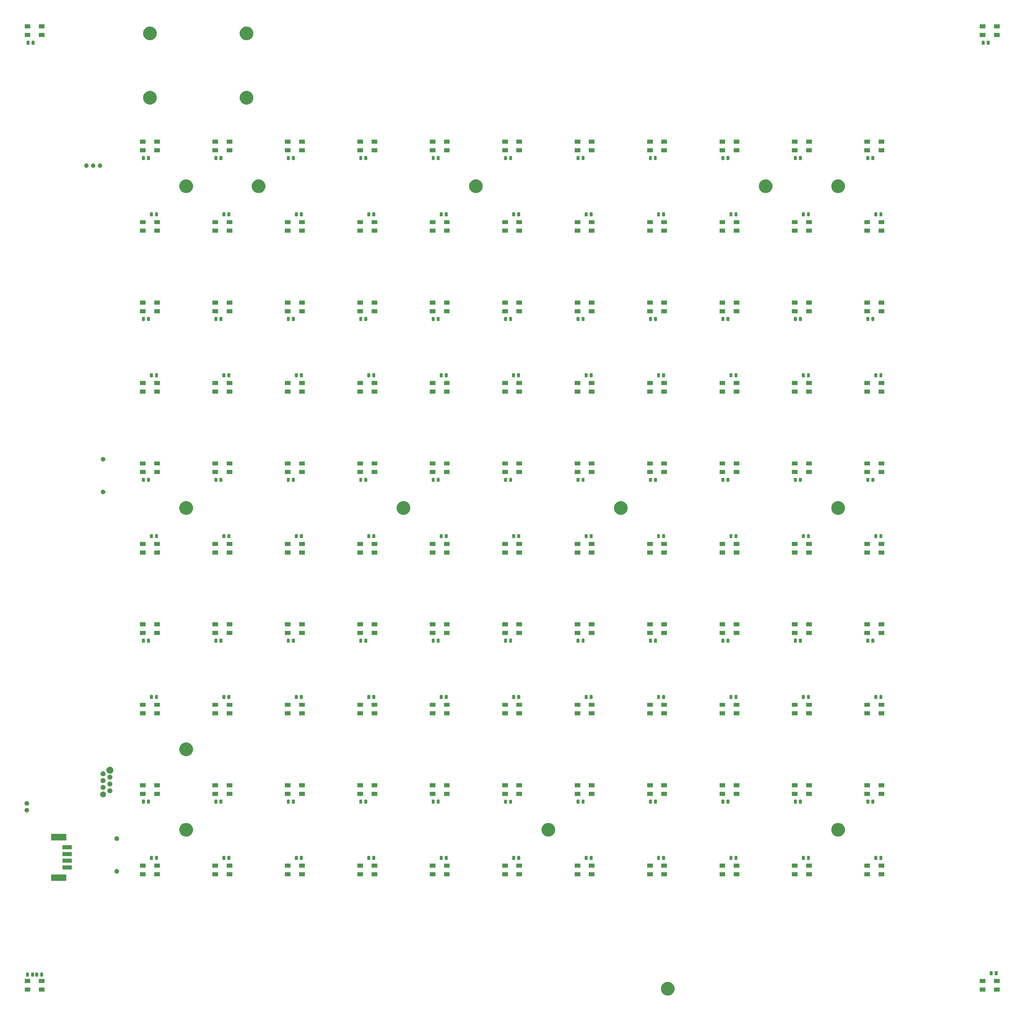
<source format=gbr>
G04 #@! TF.GenerationSoftware,KiCad,Pcbnew,(5.1.5)-3*
G04 #@! TF.CreationDate,2020-11-10T12:22:49+01:00*
G04 #@! TF.ProjectId,Wordclock_V1.1,576f7264-636c-46f6-936b-5f56312e312e,rev?*
G04 #@! TF.SameCoordinates,Original*
G04 #@! TF.FileFunction,Soldermask,Bot*
G04 #@! TF.FilePolarity,Negative*
%FSLAX46Y46*%
G04 Gerber Fmt 4.6, Leading zero omitted, Abs format (unit mm)*
G04 Created by KiCad (PCBNEW (5.1.5)-3) date 2020-11-10 12:22:49*
%MOMM*%
%LPD*%
G04 APERTURE LIST*
%ADD10C,0.100000*%
G04 APERTURE END LIST*
D10*
G36*
X243579817Y-361814356D02*
G01*
X243744100Y-361847034D01*
X243976226Y-361943184D01*
X244208352Y-362039333D01*
X244626168Y-362318509D01*
X244981491Y-362673832D01*
X245260667Y-363091648D01*
X245452966Y-363555901D01*
X245551000Y-364048748D01*
X245551000Y-364551252D01*
X245452966Y-365044099D01*
X245260667Y-365508352D01*
X244981491Y-365926168D01*
X244626168Y-366281491D01*
X244208352Y-366560667D01*
X243976226Y-366656816D01*
X243744100Y-366752966D01*
X243579817Y-366785644D01*
X243251252Y-366851000D01*
X242748748Y-366851000D01*
X242420183Y-366785644D01*
X242255900Y-366752966D01*
X242023774Y-366656816D01*
X241791648Y-366560667D01*
X241373832Y-366281491D01*
X241018509Y-365926168D01*
X240739333Y-365508352D01*
X240547034Y-365044099D01*
X240449000Y-364551252D01*
X240449000Y-364048748D01*
X240547034Y-363555901D01*
X240739333Y-363091648D01*
X241018509Y-362673832D01*
X241373832Y-362318509D01*
X241791648Y-362039333D01*
X242023775Y-361943183D01*
X242255900Y-361847034D01*
X242420183Y-361814356D01*
X242748748Y-361749000D01*
X243251252Y-361749000D01*
X243579817Y-361814356D01*
G37*
G36*
X366701000Y-365351000D02*
G01*
X364599000Y-365351000D01*
X364599000Y-363849000D01*
X366701000Y-363849000D01*
X366701000Y-365351000D01*
G37*
G36*
X10701000Y-365351000D02*
G01*
X8599000Y-365351000D01*
X8599000Y-363849000D01*
X10701000Y-363849000D01*
X10701000Y-365351000D01*
G37*
G36*
X5401000Y-365351000D02*
G01*
X3299000Y-365351000D01*
X3299000Y-363849000D01*
X5401000Y-363849000D01*
X5401000Y-365351000D01*
G37*
G36*
X361401000Y-365351000D02*
G01*
X359299000Y-365351000D01*
X359299000Y-363849000D01*
X361401000Y-363849000D01*
X361401000Y-365351000D01*
G37*
G36*
X5401000Y-362151000D02*
G01*
X3299000Y-362151000D01*
X3299000Y-360649000D01*
X5401000Y-360649000D01*
X5401000Y-362151000D01*
G37*
G36*
X361401000Y-362151000D02*
G01*
X359299000Y-362151000D01*
X359299000Y-360649000D01*
X361401000Y-360649000D01*
X361401000Y-362151000D01*
G37*
G36*
X10701000Y-362151000D02*
G01*
X8599000Y-362151000D01*
X8599000Y-360649000D01*
X10701000Y-360649000D01*
X10701000Y-362151000D01*
G37*
G36*
X366701000Y-362151000D02*
G01*
X364599000Y-362151000D01*
X364599000Y-360649000D01*
X366701000Y-360649000D01*
X366701000Y-362151000D01*
G37*
G36*
X8094316Y-358254053D02*
G01*
X8142462Y-358268657D01*
X8186823Y-358292369D01*
X8225714Y-358324286D01*
X8257631Y-358363177D01*
X8281343Y-358407538D01*
X8295947Y-358455684D01*
X8301000Y-358506982D01*
X8301000Y-359493018D01*
X8295947Y-359544316D01*
X8281343Y-359592462D01*
X8257631Y-359636823D01*
X8225714Y-359675714D01*
X8186823Y-359707631D01*
X8142462Y-359731343D01*
X8094316Y-359745947D01*
X8043018Y-359751000D01*
X7481982Y-359751000D01*
X7430684Y-359745947D01*
X7382538Y-359731343D01*
X7338177Y-359707631D01*
X7299286Y-359675714D01*
X7267369Y-359636823D01*
X7243657Y-359592462D01*
X7229053Y-359544316D01*
X7224000Y-359493018D01*
X7224000Y-358506982D01*
X7229053Y-358455684D01*
X7243657Y-358407538D01*
X7267369Y-358363177D01*
X7299286Y-358324286D01*
X7338177Y-358292369D01*
X7382538Y-358268657D01*
X7430684Y-358254053D01*
X7481982Y-358249000D01*
X8043018Y-358249000D01*
X8094316Y-358254053D01*
G37*
G36*
X4694316Y-358254053D02*
G01*
X4742462Y-358268657D01*
X4786823Y-358292369D01*
X4825714Y-358324286D01*
X4857631Y-358363177D01*
X4881343Y-358407538D01*
X4895947Y-358455684D01*
X4901000Y-358506982D01*
X4901000Y-359493018D01*
X4895947Y-359544316D01*
X4881343Y-359592462D01*
X4857631Y-359636823D01*
X4825714Y-359675714D01*
X4786823Y-359707631D01*
X4742462Y-359731343D01*
X4694316Y-359745947D01*
X4643018Y-359751000D01*
X4081982Y-359751000D01*
X4030684Y-359745947D01*
X3982538Y-359731343D01*
X3938177Y-359707631D01*
X3899286Y-359675714D01*
X3867369Y-359636823D01*
X3843657Y-359592462D01*
X3829053Y-359544316D01*
X3824000Y-359493018D01*
X3824000Y-358506982D01*
X3829053Y-358455684D01*
X3843657Y-358407538D01*
X3867369Y-358363177D01*
X3899286Y-358324286D01*
X3938177Y-358292369D01*
X3982538Y-358268657D01*
X4030684Y-358254053D01*
X4081982Y-358249000D01*
X4643018Y-358249000D01*
X4694316Y-358254053D01*
G37*
G36*
X6569316Y-358254053D02*
G01*
X6617462Y-358268657D01*
X6661823Y-358292369D01*
X6700714Y-358324286D01*
X6732631Y-358363177D01*
X6756343Y-358407538D01*
X6770947Y-358455684D01*
X6776000Y-358506982D01*
X6776000Y-359493018D01*
X6770947Y-359544316D01*
X6756343Y-359592462D01*
X6732631Y-359636823D01*
X6700714Y-359675714D01*
X6661823Y-359707631D01*
X6617462Y-359731343D01*
X6569316Y-359745947D01*
X6518018Y-359751000D01*
X5956982Y-359751000D01*
X5905684Y-359745947D01*
X5857538Y-359731343D01*
X5813177Y-359707631D01*
X5774286Y-359675714D01*
X5742369Y-359636823D01*
X5718657Y-359592462D01*
X5704053Y-359544316D01*
X5699000Y-359493018D01*
X5699000Y-358506982D01*
X5704053Y-358455684D01*
X5718657Y-358407538D01*
X5742369Y-358363177D01*
X5774286Y-358324286D01*
X5813177Y-358292369D01*
X5857538Y-358268657D01*
X5905684Y-358254053D01*
X5956982Y-358249000D01*
X6518018Y-358249000D01*
X6569316Y-358254053D01*
G37*
G36*
X9969316Y-358254053D02*
G01*
X10017462Y-358268657D01*
X10061823Y-358292369D01*
X10100714Y-358324286D01*
X10132631Y-358363177D01*
X10156343Y-358407538D01*
X10170947Y-358455684D01*
X10176000Y-358506982D01*
X10176000Y-359493018D01*
X10170947Y-359544316D01*
X10156343Y-359592462D01*
X10132631Y-359636823D01*
X10100714Y-359675714D01*
X10061823Y-359707631D01*
X10017462Y-359731343D01*
X9969316Y-359745947D01*
X9918018Y-359751000D01*
X9356982Y-359751000D01*
X9305684Y-359745947D01*
X9257538Y-359731343D01*
X9213177Y-359707631D01*
X9174286Y-359675714D01*
X9142369Y-359636823D01*
X9118657Y-359592462D01*
X9104053Y-359544316D01*
X9099000Y-359493018D01*
X9099000Y-358506982D01*
X9104053Y-358455684D01*
X9118657Y-358407538D01*
X9142369Y-358363177D01*
X9174286Y-358324286D01*
X9213177Y-358292369D01*
X9257538Y-358268657D01*
X9305684Y-358254053D01*
X9356982Y-358249000D01*
X9918018Y-358249000D01*
X9969316Y-358254053D01*
G37*
G36*
X363894316Y-357754053D02*
G01*
X363942462Y-357768657D01*
X363986823Y-357792369D01*
X364025714Y-357824286D01*
X364057631Y-357863177D01*
X364081343Y-357907538D01*
X364095947Y-357955684D01*
X364101000Y-358006982D01*
X364101000Y-358993018D01*
X364095947Y-359044316D01*
X364081343Y-359092462D01*
X364057631Y-359136823D01*
X364025714Y-359175714D01*
X363986823Y-359207631D01*
X363942462Y-359231343D01*
X363894316Y-359245947D01*
X363843018Y-359251000D01*
X363281982Y-359251000D01*
X363230684Y-359245947D01*
X363182538Y-359231343D01*
X363138177Y-359207631D01*
X363099286Y-359175714D01*
X363067369Y-359136823D01*
X363043657Y-359092462D01*
X363029053Y-359044316D01*
X363024000Y-358993018D01*
X363024000Y-358006982D01*
X363029053Y-357955684D01*
X363043657Y-357907538D01*
X363067369Y-357863177D01*
X363099286Y-357824286D01*
X363138177Y-357792369D01*
X363182538Y-357768657D01*
X363230684Y-357754053D01*
X363281982Y-357749000D01*
X363843018Y-357749000D01*
X363894316Y-357754053D01*
G37*
G36*
X365769316Y-357754053D02*
G01*
X365817462Y-357768657D01*
X365861823Y-357792369D01*
X365900714Y-357824286D01*
X365932631Y-357863177D01*
X365956343Y-357907538D01*
X365970947Y-357955684D01*
X365976000Y-358006982D01*
X365976000Y-358993018D01*
X365970947Y-359044316D01*
X365956343Y-359092462D01*
X365932631Y-359136823D01*
X365900714Y-359175714D01*
X365861823Y-359207631D01*
X365817462Y-359231343D01*
X365769316Y-359245947D01*
X365718018Y-359251000D01*
X365156982Y-359251000D01*
X365105684Y-359245947D01*
X365057538Y-359231343D01*
X365013177Y-359207631D01*
X364974286Y-359175714D01*
X364942369Y-359136823D01*
X364918657Y-359092462D01*
X364904053Y-359044316D01*
X364899000Y-358993018D01*
X364899000Y-358006982D01*
X364904053Y-357955684D01*
X364918657Y-357907538D01*
X364942369Y-357863177D01*
X364974286Y-357824286D01*
X365013177Y-357792369D01*
X365057538Y-357768657D01*
X365105684Y-357754053D01*
X365156982Y-357749000D01*
X365718018Y-357749000D01*
X365769316Y-357754053D01*
G37*
G36*
X18821000Y-324051000D02*
G01*
X13119000Y-324051000D01*
X13119000Y-321649000D01*
X18821000Y-321649000D01*
X18821000Y-324051000D01*
G37*
G36*
X48401000Y-322351000D02*
G01*
X46299000Y-322351000D01*
X46299000Y-320849000D01*
X48401000Y-320849000D01*
X48401000Y-322351000D01*
G37*
G36*
X323701000Y-322351000D02*
G01*
X321599000Y-322351000D01*
X321599000Y-320849000D01*
X323701000Y-320849000D01*
X323701000Y-322351000D01*
G37*
G36*
X291401000Y-322351000D02*
G01*
X289299000Y-322351000D01*
X289299000Y-320849000D01*
X291401000Y-320849000D01*
X291401000Y-322351000D01*
G37*
G36*
X210401000Y-322351000D02*
G01*
X208299000Y-322351000D01*
X208299000Y-320849000D01*
X210401000Y-320849000D01*
X210401000Y-322351000D01*
G37*
G36*
X215701000Y-322351000D02*
G01*
X213599000Y-322351000D01*
X213599000Y-320849000D01*
X215701000Y-320849000D01*
X215701000Y-322351000D01*
G37*
G36*
X264401000Y-322351000D02*
G01*
X262299000Y-322351000D01*
X262299000Y-320849000D01*
X264401000Y-320849000D01*
X264401000Y-322351000D01*
G37*
G36*
X269701000Y-322351000D02*
G01*
X267599000Y-322351000D01*
X267599000Y-320849000D01*
X269701000Y-320849000D01*
X269701000Y-322351000D01*
G37*
G36*
X156401000Y-322351000D02*
G01*
X154299000Y-322351000D01*
X154299000Y-320849000D01*
X156401000Y-320849000D01*
X156401000Y-322351000D01*
G37*
G36*
X161701000Y-322351000D02*
G01*
X159599000Y-322351000D01*
X159599000Y-320849000D01*
X161701000Y-320849000D01*
X161701000Y-322351000D01*
G37*
G36*
X237401000Y-322351000D02*
G01*
X235299000Y-322351000D01*
X235299000Y-320849000D01*
X237401000Y-320849000D01*
X237401000Y-322351000D01*
G37*
G36*
X134701000Y-322351000D02*
G01*
X132599000Y-322351000D01*
X132599000Y-320849000D01*
X134701000Y-320849000D01*
X134701000Y-322351000D01*
G37*
G36*
X107701000Y-322351000D02*
G01*
X105599000Y-322351000D01*
X105599000Y-320849000D01*
X107701000Y-320849000D01*
X107701000Y-322351000D01*
G37*
G36*
X318401000Y-322351000D02*
G01*
X316299000Y-322351000D01*
X316299000Y-320849000D01*
X318401000Y-320849000D01*
X318401000Y-322351000D01*
G37*
G36*
X296701000Y-322351000D02*
G01*
X294599000Y-322351000D01*
X294599000Y-320849000D01*
X296701000Y-320849000D01*
X296701000Y-322351000D01*
G37*
G36*
X53701000Y-322351000D02*
G01*
X51599000Y-322351000D01*
X51599000Y-320849000D01*
X53701000Y-320849000D01*
X53701000Y-322351000D01*
G37*
G36*
X75401000Y-322351000D02*
G01*
X73299000Y-322351000D01*
X73299000Y-320849000D01*
X75401000Y-320849000D01*
X75401000Y-322351000D01*
G37*
G36*
X80701000Y-322351000D02*
G01*
X78599000Y-322351000D01*
X78599000Y-320849000D01*
X80701000Y-320849000D01*
X80701000Y-322351000D01*
G37*
G36*
X129401000Y-322351000D02*
G01*
X127299000Y-322351000D01*
X127299000Y-320849000D01*
X129401000Y-320849000D01*
X129401000Y-322351000D01*
G37*
G36*
X242701000Y-322351000D02*
G01*
X240599000Y-322351000D01*
X240599000Y-320849000D01*
X242701000Y-320849000D01*
X242701000Y-322351000D01*
G37*
G36*
X183401000Y-322351000D02*
G01*
X181299000Y-322351000D01*
X181299000Y-320849000D01*
X183401000Y-320849000D01*
X183401000Y-322351000D01*
G37*
G36*
X188701000Y-322351000D02*
G01*
X186599000Y-322351000D01*
X186599000Y-320849000D01*
X188701000Y-320849000D01*
X188701000Y-322351000D01*
G37*
G36*
X102401000Y-322351000D02*
G01*
X100299000Y-322351000D01*
X100299000Y-320849000D01*
X102401000Y-320849000D01*
X102401000Y-322351000D01*
G37*
G36*
X37868228Y-319681703D02*
G01*
X38023100Y-319745853D01*
X38162481Y-319838985D01*
X38281015Y-319957519D01*
X38374147Y-320096900D01*
X38438297Y-320251772D01*
X38471000Y-320416184D01*
X38471000Y-320583816D01*
X38438297Y-320748228D01*
X38374147Y-320903100D01*
X38281015Y-321042481D01*
X38162481Y-321161015D01*
X38023100Y-321254147D01*
X37868228Y-321318297D01*
X37703816Y-321351000D01*
X37536184Y-321351000D01*
X37371772Y-321318297D01*
X37216900Y-321254147D01*
X37077519Y-321161015D01*
X36958985Y-321042481D01*
X36865853Y-320903100D01*
X36801703Y-320748228D01*
X36769000Y-320583816D01*
X36769000Y-320416184D01*
X36801703Y-320251772D01*
X36865853Y-320096900D01*
X36958985Y-319957519D01*
X37077519Y-319838985D01*
X37216900Y-319745853D01*
X37371772Y-319681703D01*
X37536184Y-319649000D01*
X37703816Y-319649000D01*
X37868228Y-319681703D01*
G37*
G36*
X20881000Y-319801000D02*
G01*
X17379000Y-319801000D01*
X17379000Y-318299000D01*
X20881000Y-318299000D01*
X20881000Y-319801000D01*
G37*
G36*
X75401000Y-319151000D02*
G01*
X73299000Y-319151000D01*
X73299000Y-317649000D01*
X75401000Y-317649000D01*
X75401000Y-319151000D01*
G37*
G36*
X291401000Y-319151000D02*
G01*
X289299000Y-319151000D01*
X289299000Y-317649000D01*
X291401000Y-317649000D01*
X291401000Y-319151000D01*
G37*
G36*
X296701000Y-319151000D02*
G01*
X294599000Y-319151000D01*
X294599000Y-317649000D01*
X296701000Y-317649000D01*
X296701000Y-319151000D01*
G37*
G36*
X318401000Y-319151000D02*
G01*
X316299000Y-319151000D01*
X316299000Y-317649000D01*
X318401000Y-317649000D01*
X318401000Y-319151000D01*
G37*
G36*
X323701000Y-319151000D02*
G01*
X321599000Y-319151000D01*
X321599000Y-317649000D01*
X323701000Y-317649000D01*
X323701000Y-319151000D01*
G37*
G36*
X269701000Y-319151000D02*
G01*
X267599000Y-319151000D01*
X267599000Y-317649000D01*
X269701000Y-317649000D01*
X269701000Y-319151000D01*
G37*
G36*
X156401000Y-319151000D02*
G01*
X154299000Y-319151000D01*
X154299000Y-317649000D01*
X156401000Y-317649000D01*
X156401000Y-319151000D01*
G37*
G36*
X215701000Y-319151000D02*
G01*
X213599000Y-319151000D01*
X213599000Y-317649000D01*
X215701000Y-317649000D01*
X215701000Y-319151000D01*
G37*
G36*
X161701000Y-319151000D02*
G01*
X159599000Y-319151000D01*
X159599000Y-317649000D01*
X161701000Y-317649000D01*
X161701000Y-319151000D01*
G37*
G36*
X237401000Y-319151000D02*
G01*
X235299000Y-319151000D01*
X235299000Y-317649000D01*
X237401000Y-317649000D01*
X237401000Y-319151000D01*
G37*
G36*
X210401000Y-319151000D02*
G01*
X208299000Y-319151000D01*
X208299000Y-317649000D01*
X210401000Y-317649000D01*
X210401000Y-319151000D01*
G37*
G36*
X188701000Y-319151000D02*
G01*
X186599000Y-319151000D01*
X186599000Y-317649000D01*
X188701000Y-317649000D01*
X188701000Y-319151000D01*
G37*
G36*
X183401000Y-319151000D02*
G01*
X181299000Y-319151000D01*
X181299000Y-317649000D01*
X183401000Y-317649000D01*
X183401000Y-319151000D01*
G37*
G36*
X48401000Y-319151000D02*
G01*
X46299000Y-319151000D01*
X46299000Y-317649000D01*
X48401000Y-317649000D01*
X48401000Y-319151000D01*
G37*
G36*
X53701000Y-319151000D02*
G01*
X51599000Y-319151000D01*
X51599000Y-317649000D01*
X53701000Y-317649000D01*
X53701000Y-319151000D01*
G37*
G36*
X102401000Y-319151000D02*
G01*
X100299000Y-319151000D01*
X100299000Y-317649000D01*
X102401000Y-317649000D01*
X102401000Y-319151000D01*
G37*
G36*
X134701000Y-319151000D02*
G01*
X132599000Y-319151000D01*
X132599000Y-317649000D01*
X134701000Y-317649000D01*
X134701000Y-319151000D01*
G37*
G36*
X107701000Y-319151000D02*
G01*
X105599000Y-319151000D01*
X105599000Y-317649000D01*
X107701000Y-317649000D01*
X107701000Y-319151000D01*
G37*
G36*
X80701000Y-319151000D02*
G01*
X78599000Y-319151000D01*
X78599000Y-317649000D01*
X80701000Y-317649000D01*
X80701000Y-319151000D01*
G37*
G36*
X129401000Y-319151000D02*
G01*
X127299000Y-319151000D01*
X127299000Y-317649000D01*
X129401000Y-317649000D01*
X129401000Y-319151000D01*
G37*
G36*
X264401000Y-319151000D02*
G01*
X262299000Y-319151000D01*
X262299000Y-317649000D01*
X264401000Y-317649000D01*
X264401000Y-319151000D01*
G37*
G36*
X242701000Y-319151000D02*
G01*
X240599000Y-319151000D01*
X240599000Y-317649000D01*
X242701000Y-317649000D01*
X242701000Y-319151000D01*
G37*
G36*
X20881000Y-317301000D02*
G01*
X17379000Y-317301000D01*
X17379000Y-315799000D01*
X20881000Y-315799000D01*
X20881000Y-317301000D01*
G37*
G36*
X185894316Y-314754053D02*
G01*
X185942462Y-314768657D01*
X185986823Y-314792369D01*
X186025714Y-314824286D01*
X186057631Y-314863177D01*
X186081343Y-314907538D01*
X186095947Y-314955684D01*
X186101000Y-315006982D01*
X186101000Y-315993018D01*
X186095947Y-316044316D01*
X186081343Y-316092462D01*
X186057631Y-316136823D01*
X186025714Y-316175714D01*
X185986823Y-316207631D01*
X185942462Y-316231343D01*
X185894316Y-316245947D01*
X185843018Y-316251000D01*
X185281982Y-316251000D01*
X185230684Y-316245947D01*
X185182538Y-316231343D01*
X185138177Y-316207631D01*
X185099286Y-316175714D01*
X185067369Y-316136823D01*
X185043657Y-316092462D01*
X185029053Y-316044316D01*
X185024000Y-315993018D01*
X185024000Y-315006982D01*
X185029053Y-314955684D01*
X185043657Y-314907538D01*
X185067369Y-314863177D01*
X185099286Y-314824286D01*
X185138177Y-314792369D01*
X185182538Y-314768657D01*
X185230684Y-314754053D01*
X185281982Y-314749000D01*
X185843018Y-314749000D01*
X185894316Y-314754053D01*
G37*
G36*
X187769316Y-314754053D02*
G01*
X187817462Y-314768657D01*
X187861823Y-314792369D01*
X187900714Y-314824286D01*
X187932631Y-314863177D01*
X187956343Y-314907538D01*
X187970947Y-314955684D01*
X187976000Y-315006982D01*
X187976000Y-315993018D01*
X187970947Y-316044316D01*
X187956343Y-316092462D01*
X187932631Y-316136823D01*
X187900714Y-316175714D01*
X187861823Y-316207631D01*
X187817462Y-316231343D01*
X187769316Y-316245947D01*
X187718018Y-316251000D01*
X187156982Y-316251000D01*
X187105684Y-316245947D01*
X187057538Y-316231343D01*
X187013177Y-316207631D01*
X186974286Y-316175714D01*
X186942369Y-316136823D01*
X186918657Y-316092462D01*
X186904053Y-316044316D01*
X186899000Y-315993018D01*
X186899000Y-315006982D01*
X186904053Y-314955684D01*
X186918657Y-314907538D01*
X186942369Y-314863177D01*
X186974286Y-314824286D01*
X187013177Y-314792369D01*
X187057538Y-314768657D01*
X187105684Y-314754053D01*
X187156982Y-314749000D01*
X187718018Y-314749000D01*
X187769316Y-314754053D01*
G37*
G36*
X212894316Y-314754053D02*
G01*
X212942462Y-314768657D01*
X212986823Y-314792369D01*
X213025714Y-314824286D01*
X213057631Y-314863177D01*
X213081343Y-314907538D01*
X213095947Y-314955684D01*
X213101000Y-315006982D01*
X213101000Y-315993018D01*
X213095947Y-316044316D01*
X213081343Y-316092462D01*
X213057631Y-316136823D01*
X213025714Y-316175714D01*
X212986823Y-316207631D01*
X212942462Y-316231343D01*
X212894316Y-316245947D01*
X212843018Y-316251000D01*
X212281982Y-316251000D01*
X212230684Y-316245947D01*
X212182538Y-316231343D01*
X212138177Y-316207631D01*
X212099286Y-316175714D01*
X212067369Y-316136823D01*
X212043657Y-316092462D01*
X212029053Y-316044316D01*
X212024000Y-315993018D01*
X212024000Y-315006982D01*
X212029053Y-314955684D01*
X212043657Y-314907538D01*
X212067369Y-314863177D01*
X212099286Y-314824286D01*
X212138177Y-314792369D01*
X212182538Y-314768657D01*
X212230684Y-314754053D01*
X212281982Y-314749000D01*
X212843018Y-314749000D01*
X212894316Y-314754053D01*
G37*
G36*
X239894316Y-314754053D02*
G01*
X239942462Y-314768657D01*
X239986823Y-314792369D01*
X240025714Y-314824286D01*
X240057631Y-314863177D01*
X240081343Y-314907538D01*
X240095947Y-314955684D01*
X240101000Y-315006982D01*
X240101000Y-315993018D01*
X240095947Y-316044316D01*
X240081343Y-316092462D01*
X240057631Y-316136823D01*
X240025714Y-316175714D01*
X239986823Y-316207631D01*
X239942462Y-316231343D01*
X239894316Y-316245947D01*
X239843018Y-316251000D01*
X239281982Y-316251000D01*
X239230684Y-316245947D01*
X239182538Y-316231343D01*
X239138177Y-316207631D01*
X239099286Y-316175714D01*
X239067369Y-316136823D01*
X239043657Y-316092462D01*
X239029053Y-316044316D01*
X239024000Y-315993018D01*
X239024000Y-315006982D01*
X239029053Y-314955684D01*
X239043657Y-314907538D01*
X239067369Y-314863177D01*
X239099286Y-314824286D01*
X239138177Y-314792369D01*
X239182538Y-314768657D01*
X239230684Y-314754053D01*
X239281982Y-314749000D01*
X239843018Y-314749000D01*
X239894316Y-314754053D01*
G37*
G36*
X241769316Y-314754053D02*
G01*
X241817462Y-314768657D01*
X241861823Y-314792369D01*
X241900714Y-314824286D01*
X241932631Y-314863177D01*
X241956343Y-314907538D01*
X241970947Y-314955684D01*
X241976000Y-315006982D01*
X241976000Y-315993018D01*
X241970947Y-316044316D01*
X241956343Y-316092462D01*
X241932631Y-316136823D01*
X241900714Y-316175714D01*
X241861823Y-316207631D01*
X241817462Y-316231343D01*
X241769316Y-316245947D01*
X241718018Y-316251000D01*
X241156982Y-316251000D01*
X241105684Y-316245947D01*
X241057538Y-316231343D01*
X241013177Y-316207631D01*
X240974286Y-316175714D01*
X240942369Y-316136823D01*
X240918657Y-316092462D01*
X240904053Y-316044316D01*
X240899000Y-315993018D01*
X240899000Y-315006982D01*
X240904053Y-314955684D01*
X240918657Y-314907538D01*
X240942369Y-314863177D01*
X240974286Y-314824286D01*
X241013177Y-314792369D01*
X241057538Y-314768657D01*
X241105684Y-314754053D01*
X241156982Y-314749000D01*
X241718018Y-314749000D01*
X241769316Y-314754053D01*
G37*
G36*
X214769316Y-314754053D02*
G01*
X214817462Y-314768657D01*
X214861823Y-314792369D01*
X214900714Y-314824286D01*
X214932631Y-314863177D01*
X214956343Y-314907538D01*
X214970947Y-314955684D01*
X214976000Y-315006982D01*
X214976000Y-315993018D01*
X214970947Y-316044316D01*
X214956343Y-316092462D01*
X214932631Y-316136823D01*
X214900714Y-316175714D01*
X214861823Y-316207631D01*
X214817462Y-316231343D01*
X214769316Y-316245947D01*
X214718018Y-316251000D01*
X214156982Y-316251000D01*
X214105684Y-316245947D01*
X214057538Y-316231343D01*
X214013177Y-316207631D01*
X213974286Y-316175714D01*
X213942369Y-316136823D01*
X213918657Y-316092462D01*
X213904053Y-316044316D01*
X213899000Y-315993018D01*
X213899000Y-315006982D01*
X213904053Y-314955684D01*
X213918657Y-314907538D01*
X213942369Y-314863177D01*
X213974286Y-314824286D01*
X214013177Y-314792369D01*
X214057538Y-314768657D01*
X214105684Y-314754053D01*
X214156982Y-314749000D01*
X214718018Y-314749000D01*
X214769316Y-314754053D01*
G37*
G36*
X77894316Y-314754053D02*
G01*
X77942462Y-314768657D01*
X77986823Y-314792369D01*
X78025714Y-314824286D01*
X78057631Y-314863177D01*
X78081343Y-314907538D01*
X78095947Y-314955684D01*
X78101000Y-315006982D01*
X78101000Y-315993018D01*
X78095947Y-316044316D01*
X78081343Y-316092462D01*
X78057631Y-316136823D01*
X78025714Y-316175714D01*
X77986823Y-316207631D01*
X77942462Y-316231343D01*
X77894316Y-316245947D01*
X77843018Y-316251000D01*
X77281982Y-316251000D01*
X77230684Y-316245947D01*
X77182538Y-316231343D01*
X77138177Y-316207631D01*
X77099286Y-316175714D01*
X77067369Y-316136823D01*
X77043657Y-316092462D01*
X77029053Y-316044316D01*
X77024000Y-315993018D01*
X77024000Y-315006982D01*
X77029053Y-314955684D01*
X77043657Y-314907538D01*
X77067369Y-314863177D01*
X77099286Y-314824286D01*
X77138177Y-314792369D01*
X77182538Y-314768657D01*
X77230684Y-314754053D01*
X77281982Y-314749000D01*
X77843018Y-314749000D01*
X77894316Y-314754053D01*
G37*
G36*
X79769316Y-314754053D02*
G01*
X79817462Y-314768657D01*
X79861823Y-314792369D01*
X79900714Y-314824286D01*
X79932631Y-314863177D01*
X79956343Y-314907538D01*
X79970947Y-314955684D01*
X79976000Y-315006982D01*
X79976000Y-315993018D01*
X79970947Y-316044316D01*
X79956343Y-316092462D01*
X79932631Y-316136823D01*
X79900714Y-316175714D01*
X79861823Y-316207631D01*
X79817462Y-316231343D01*
X79769316Y-316245947D01*
X79718018Y-316251000D01*
X79156982Y-316251000D01*
X79105684Y-316245947D01*
X79057538Y-316231343D01*
X79013177Y-316207631D01*
X78974286Y-316175714D01*
X78942369Y-316136823D01*
X78918657Y-316092462D01*
X78904053Y-316044316D01*
X78899000Y-315993018D01*
X78899000Y-315006982D01*
X78904053Y-314955684D01*
X78918657Y-314907538D01*
X78942369Y-314863177D01*
X78974286Y-314824286D01*
X79013177Y-314792369D01*
X79057538Y-314768657D01*
X79105684Y-314754053D01*
X79156982Y-314749000D01*
X79718018Y-314749000D01*
X79769316Y-314754053D01*
G37*
G36*
X133769316Y-314754053D02*
G01*
X133817462Y-314768657D01*
X133861823Y-314792369D01*
X133900714Y-314824286D01*
X133932631Y-314863177D01*
X133956343Y-314907538D01*
X133970947Y-314955684D01*
X133976000Y-315006982D01*
X133976000Y-315993018D01*
X133970947Y-316044316D01*
X133956343Y-316092462D01*
X133932631Y-316136823D01*
X133900714Y-316175714D01*
X133861823Y-316207631D01*
X133817462Y-316231343D01*
X133769316Y-316245947D01*
X133718018Y-316251000D01*
X133156982Y-316251000D01*
X133105684Y-316245947D01*
X133057538Y-316231343D01*
X133013177Y-316207631D01*
X132974286Y-316175714D01*
X132942369Y-316136823D01*
X132918657Y-316092462D01*
X132904053Y-316044316D01*
X132899000Y-315993018D01*
X132899000Y-315006982D01*
X132904053Y-314955684D01*
X132918657Y-314907538D01*
X132942369Y-314863177D01*
X132974286Y-314824286D01*
X133013177Y-314792369D01*
X133057538Y-314768657D01*
X133105684Y-314754053D01*
X133156982Y-314749000D01*
X133718018Y-314749000D01*
X133769316Y-314754053D01*
G37*
G36*
X268769316Y-314754053D02*
G01*
X268817462Y-314768657D01*
X268861823Y-314792369D01*
X268900714Y-314824286D01*
X268932631Y-314863177D01*
X268956343Y-314907538D01*
X268970947Y-314955684D01*
X268976000Y-315006982D01*
X268976000Y-315993018D01*
X268970947Y-316044316D01*
X268956343Y-316092462D01*
X268932631Y-316136823D01*
X268900714Y-316175714D01*
X268861823Y-316207631D01*
X268817462Y-316231343D01*
X268769316Y-316245947D01*
X268718018Y-316251000D01*
X268156982Y-316251000D01*
X268105684Y-316245947D01*
X268057538Y-316231343D01*
X268013177Y-316207631D01*
X267974286Y-316175714D01*
X267942369Y-316136823D01*
X267918657Y-316092462D01*
X267904053Y-316044316D01*
X267899000Y-315993018D01*
X267899000Y-315006982D01*
X267904053Y-314955684D01*
X267918657Y-314907538D01*
X267942369Y-314863177D01*
X267974286Y-314824286D01*
X268013177Y-314792369D01*
X268057538Y-314768657D01*
X268105684Y-314754053D01*
X268156982Y-314749000D01*
X268718018Y-314749000D01*
X268769316Y-314754053D01*
G37*
G36*
X50894316Y-314754053D02*
G01*
X50942462Y-314768657D01*
X50986823Y-314792369D01*
X51025714Y-314824286D01*
X51057631Y-314863177D01*
X51081343Y-314907538D01*
X51095947Y-314955684D01*
X51101000Y-315006982D01*
X51101000Y-315993018D01*
X51095947Y-316044316D01*
X51081343Y-316092462D01*
X51057631Y-316136823D01*
X51025714Y-316175714D01*
X50986823Y-316207631D01*
X50942462Y-316231343D01*
X50894316Y-316245947D01*
X50843018Y-316251000D01*
X50281982Y-316251000D01*
X50230684Y-316245947D01*
X50182538Y-316231343D01*
X50138177Y-316207631D01*
X50099286Y-316175714D01*
X50067369Y-316136823D01*
X50043657Y-316092462D01*
X50029053Y-316044316D01*
X50024000Y-315993018D01*
X50024000Y-315006982D01*
X50029053Y-314955684D01*
X50043657Y-314907538D01*
X50067369Y-314863177D01*
X50099286Y-314824286D01*
X50138177Y-314792369D01*
X50182538Y-314768657D01*
X50230684Y-314754053D01*
X50281982Y-314749000D01*
X50843018Y-314749000D01*
X50894316Y-314754053D01*
G37*
G36*
X158894316Y-314754053D02*
G01*
X158942462Y-314768657D01*
X158986823Y-314792369D01*
X159025714Y-314824286D01*
X159057631Y-314863177D01*
X159081343Y-314907538D01*
X159095947Y-314955684D01*
X159101000Y-315006982D01*
X159101000Y-315993018D01*
X159095947Y-316044316D01*
X159081343Y-316092462D01*
X159057631Y-316136823D01*
X159025714Y-316175714D01*
X158986823Y-316207631D01*
X158942462Y-316231343D01*
X158894316Y-316245947D01*
X158843018Y-316251000D01*
X158281982Y-316251000D01*
X158230684Y-316245947D01*
X158182538Y-316231343D01*
X158138177Y-316207631D01*
X158099286Y-316175714D01*
X158067369Y-316136823D01*
X158043657Y-316092462D01*
X158029053Y-316044316D01*
X158024000Y-315993018D01*
X158024000Y-315006982D01*
X158029053Y-314955684D01*
X158043657Y-314907538D01*
X158067369Y-314863177D01*
X158099286Y-314824286D01*
X158138177Y-314792369D01*
X158182538Y-314768657D01*
X158230684Y-314754053D01*
X158281982Y-314749000D01*
X158843018Y-314749000D01*
X158894316Y-314754053D01*
G37*
G36*
X295769316Y-314754053D02*
G01*
X295817462Y-314768657D01*
X295861823Y-314792369D01*
X295900714Y-314824286D01*
X295932631Y-314863177D01*
X295956343Y-314907538D01*
X295970947Y-314955684D01*
X295976000Y-315006982D01*
X295976000Y-315993018D01*
X295970947Y-316044316D01*
X295956343Y-316092462D01*
X295932631Y-316136823D01*
X295900714Y-316175714D01*
X295861823Y-316207631D01*
X295817462Y-316231343D01*
X295769316Y-316245947D01*
X295718018Y-316251000D01*
X295156982Y-316251000D01*
X295105684Y-316245947D01*
X295057538Y-316231343D01*
X295013177Y-316207631D01*
X294974286Y-316175714D01*
X294942369Y-316136823D01*
X294918657Y-316092462D01*
X294904053Y-316044316D01*
X294899000Y-315993018D01*
X294899000Y-315006982D01*
X294904053Y-314955684D01*
X294918657Y-314907538D01*
X294942369Y-314863177D01*
X294974286Y-314824286D01*
X295013177Y-314792369D01*
X295057538Y-314768657D01*
X295105684Y-314754053D01*
X295156982Y-314749000D01*
X295718018Y-314749000D01*
X295769316Y-314754053D01*
G37*
G36*
X293894316Y-314754053D02*
G01*
X293942462Y-314768657D01*
X293986823Y-314792369D01*
X294025714Y-314824286D01*
X294057631Y-314863177D01*
X294081343Y-314907538D01*
X294095947Y-314955684D01*
X294101000Y-315006982D01*
X294101000Y-315993018D01*
X294095947Y-316044316D01*
X294081343Y-316092462D01*
X294057631Y-316136823D01*
X294025714Y-316175714D01*
X293986823Y-316207631D01*
X293942462Y-316231343D01*
X293894316Y-316245947D01*
X293843018Y-316251000D01*
X293281982Y-316251000D01*
X293230684Y-316245947D01*
X293182538Y-316231343D01*
X293138177Y-316207631D01*
X293099286Y-316175714D01*
X293067369Y-316136823D01*
X293043657Y-316092462D01*
X293029053Y-316044316D01*
X293024000Y-315993018D01*
X293024000Y-315006982D01*
X293029053Y-314955684D01*
X293043657Y-314907538D01*
X293067369Y-314863177D01*
X293099286Y-314824286D01*
X293138177Y-314792369D01*
X293182538Y-314768657D01*
X293230684Y-314754053D01*
X293281982Y-314749000D01*
X293843018Y-314749000D01*
X293894316Y-314754053D01*
G37*
G36*
X320894316Y-314754053D02*
G01*
X320942462Y-314768657D01*
X320986823Y-314792369D01*
X321025714Y-314824286D01*
X321057631Y-314863177D01*
X321081343Y-314907538D01*
X321095947Y-314955684D01*
X321101000Y-315006982D01*
X321101000Y-315993018D01*
X321095947Y-316044316D01*
X321081343Y-316092462D01*
X321057631Y-316136823D01*
X321025714Y-316175714D01*
X320986823Y-316207631D01*
X320942462Y-316231343D01*
X320894316Y-316245947D01*
X320843018Y-316251000D01*
X320281982Y-316251000D01*
X320230684Y-316245947D01*
X320182538Y-316231343D01*
X320138177Y-316207631D01*
X320099286Y-316175714D01*
X320067369Y-316136823D01*
X320043657Y-316092462D01*
X320029053Y-316044316D01*
X320024000Y-315993018D01*
X320024000Y-315006982D01*
X320029053Y-314955684D01*
X320043657Y-314907538D01*
X320067369Y-314863177D01*
X320099286Y-314824286D01*
X320138177Y-314792369D01*
X320182538Y-314768657D01*
X320230684Y-314754053D01*
X320281982Y-314749000D01*
X320843018Y-314749000D01*
X320894316Y-314754053D01*
G37*
G36*
X322769316Y-314754053D02*
G01*
X322817462Y-314768657D01*
X322861823Y-314792369D01*
X322900714Y-314824286D01*
X322932631Y-314863177D01*
X322956343Y-314907538D01*
X322970947Y-314955684D01*
X322976000Y-315006982D01*
X322976000Y-315993018D01*
X322970947Y-316044316D01*
X322956343Y-316092462D01*
X322932631Y-316136823D01*
X322900714Y-316175714D01*
X322861823Y-316207631D01*
X322817462Y-316231343D01*
X322769316Y-316245947D01*
X322718018Y-316251000D01*
X322156982Y-316251000D01*
X322105684Y-316245947D01*
X322057538Y-316231343D01*
X322013177Y-316207631D01*
X321974286Y-316175714D01*
X321942369Y-316136823D01*
X321918657Y-316092462D01*
X321904053Y-316044316D01*
X321899000Y-315993018D01*
X321899000Y-315006982D01*
X321904053Y-314955684D01*
X321918657Y-314907538D01*
X321942369Y-314863177D01*
X321974286Y-314824286D01*
X322013177Y-314792369D01*
X322057538Y-314768657D01*
X322105684Y-314754053D01*
X322156982Y-314749000D01*
X322718018Y-314749000D01*
X322769316Y-314754053D01*
G37*
G36*
X131894316Y-314754053D02*
G01*
X131942462Y-314768657D01*
X131986823Y-314792369D01*
X132025714Y-314824286D01*
X132057631Y-314863177D01*
X132081343Y-314907538D01*
X132095947Y-314955684D01*
X132101000Y-315006982D01*
X132101000Y-315993018D01*
X132095947Y-316044316D01*
X132081343Y-316092462D01*
X132057631Y-316136823D01*
X132025714Y-316175714D01*
X131986823Y-316207631D01*
X131942462Y-316231343D01*
X131894316Y-316245947D01*
X131843018Y-316251000D01*
X131281982Y-316251000D01*
X131230684Y-316245947D01*
X131182538Y-316231343D01*
X131138177Y-316207631D01*
X131099286Y-316175714D01*
X131067369Y-316136823D01*
X131043657Y-316092462D01*
X131029053Y-316044316D01*
X131024000Y-315993018D01*
X131024000Y-315006982D01*
X131029053Y-314955684D01*
X131043657Y-314907538D01*
X131067369Y-314863177D01*
X131099286Y-314824286D01*
X131138177Y-314792369D01*
X131182538Y-314768657D01*
X131230684Y-314754053D01*
X131281982Y-314749000D01*
X131843018Y-314749000D01*
X131894316Y-314754053D01*
G37*
G36*
X266894316Y-314754053D02*
G01*
X266942462Y-314768657D01*
X266986823Y-314792369D01*
X267025714Y-314824286D01*
X267057631Y-314863177D01*
X267081343Y-314907538D01*
X267095947Y-314955684D01*
X267101000Y-315006982D01*
X267101000Y-315993018D01*
X267095947Y-316044316D01*
X267081343Y-316092462D01*
X267057631Y-316136823D01*
X267025714Y-316175714D01*
X266986823Y-316207631D01*
X266942462Y-316231343D01*
X266894316Y-316245947D01*
X266843018Y-316251000D01*
X266281982Y-316251000D01*
X266230684Y-316245947D01*
X266182538Y-316231343D01*
X266138177Y-316207631D01*
X266099286Y-316175714D01*
X266067369Y-316136823D01*
X266043657Y-316092462D01*
X266029053Y-316044316D01*
X266024000Y-315993018D01*
X266024000Y-315006982D01*
X266029053Y-314955684D01*
X266043657Y-314907538D01*
X266067369Y-314863177D01*
X266099286Y-314824286D01*
X266138177Y-314792369D01*
X266182538Y-314768657D01*
X266230684Y-314754053D01*
X266281982Y-314749000D01*
X266843018Y-314749000D01*
X266894316Y-314754053D01*
G37*
G36*
X106769316Y-314754053D02*
G01*
X106817462Y-314768657D01*
X106861823Y-314792369D01*
X106900714Y-314824286D01*
X106932631Y-314863177D01*
X106956343Y-314907538D01*
X106970947Y-314955684D01*
X106976000Y-315006982D01*
X106976000Y-315993018D01*
X106970947Y-316044316D01*
X106956343Y-316092462D01*
X106932631Y-316136823D01*
X106900714Y-316175714D01*
X106861823Y-316207631D01*
X106817462Y-316231343D01*
X106769316Y-316245947D01*
X106718018Y-316251000D01*
X106156982Y-316251000D01*
X106105684Y-316245947D01*
X106057538Y-316231343D01*
X106013177Y-316207631D01*
X105974286Y-316175714D01*
X105942369Y-316136823D01*
X105918657Y-316092462D01*
X105904053Y-316044316D01*
X105899000Y-315993018D01*
X105899000Y-315006982D01*
X105904053Y-314955684D01*
X105918657Y-314907538D01*
X105942369Y-314863177D01*
X105974286Y-314824286D01*
X106013177Y-314792369D01*
X106057538Y-314768657D01*
X106105684Y-314754053D01*
X106156982Y-314749000D01*
X106718018Y-314749000D01*
X106769316Y-314754053D01*
G37*
G36*
X104894316Y-314754053D02*
G01*
X104942462Y-314768657D01*
X104986823Y-314792369D01*
X105025714Y-314824286D01*
X105057631Y-314863177D01*
X105081343Y-314907538D01*
X105095947Y-314955684D01*
X105101000Y-315006982D01*
X105101000Y-315993018D01*
X105095947Y-316044316D01*
X105081343Y-316092462D01*
X105057631Y-316136823D01*
X105025714Y-316175714D01*
X104986823Y-316207631D01*
X104942462Y-316231343D01*
X104894316Y-316245947D01*
X104843018Y-316251000D01*
X104281982Y-316251000D01*
X104230684Y-316245947D01*
X104182538Y-316231343D01*
X104138177Y-316207631D01*
X104099286Y-316175714D01*
X104067369Y-316136823D01*
X104043657Y-316092462D01*
X104029053Y-316044316D01*
X104024000Y-315993018D01*
X104024000Y-315006982D01*
X104029053Y-314955684D01*
X104043657Y-314907538D01*
X104067369Y-314863177D01*
X104099286Y-314824286D01*
X104138177Y-314792369D01*
X104182538Y-314768657D01*
X104230684Y-314754053D01*
X104281982Y-314749000D01*
X104843018Y-314749000D01*
X104894316Y-314754053D01*
G37*
G36*
X160769316Y-314754053D02*
G01*
X160817462Y-314768657D01*
X160861823Y-314792369D01*
X160900714Y-314824286D01*
X160932631Y-314863177D01*
X160956343Y-314907538D01*
X160970947Y-314955684D01*
X160976000Y-315006982D01*
X160976000Y-315993018D01*
X160970947Y-316044316D01*
X160956343Y-316092462D01*
X160932631Y-316136823D01*
X160900714Y-316175714D01*
X160861823Y-316207631D01*
X160817462Y-316231343D01*
X160769316Y-316245947D01*
X160718018Y-316251000D01*
X160156982Y-316251000D01*
X160105684Y-316245947D01*
X160057538Y-316231343D01*
X160013177Y-316207631D01*
X159974286Y-316175714D01*
X159942369Y-316136823D01*
X159918657Y-316092462D01*
X159904053Y-316044316D01*
X159899000Y-315993018D01*
X159899000Y-315006982D01*
X159904053Y-314955684D01*
X159918657Y-314907538D01*
X159942369Y-314863177D01*
X159974286Y-314824286D01*
X160013177Y-314792369D01*
X160057538Y-314768657D01*
X160105684Y-314754053D01*
X160156982Y-314749000D01*
X160718018Y-314749000D01*
X160769316Y-314754053D01*
G37*
G36*
X52769316Y-314754053D02*
G01*
X52817462Y-314768657D01*
X52861823Y-314792369D01*
X52900714Y-314824286D01*
X52932631Y-314863177D01*
X52956343Y-314907538D01*
X52970947Y-314955684D01*
X52976000Y-315006982D01*
X52976000Y-315993018D01*
X52970947Y-316044316D01*
X52956343Y-316092462D01*
X52932631Y-316136823D01*
X52900714Y-316175714D01*
X52861823Y-316207631D01*
X52817462Y-316231343D01*
X52769316Y-316245947D01*
X52718018Y-316251000D01*
X52156982Y-316251000D01*
X52105684Y-316245947D01*
X52057538Y-316231343D01*
X52013177Y-316207631D01*
X51974286Y-316175714D01*
X51942369Y-316136823D01*
X51918657Y-316092462D01*
X51904053Y-316044316D01*
X51899000Y-315993018D01*
X51899000Y-315006982D01*
X51904053Y-314955684D01*
X51918657Y-314907538D01*
X51942369Y-314863177D01*
X51974286Y-314824286D01*
X52013177Y-314792369D01*
X52057538Y-314768657D01*
X52105684Y-314754053D01*
X52156982Y-314749000D01*
X52718018Y-314749000D01*
X52769316Y-314754053D01*
G37*
G36*
X20881000Y-314801000D02*
G01*
X17379000Y-314801000D01*
X17379000Y-313299000D01*
X20881000Y-313299000D01*
X20881000Y-314801000D01*
G37*
G36*
X20881000Y-312301000D02*
G01*
X17379000Y-312301000D01*
X17379000Y-310799000D01*
X20881000Y-310799000D01*
X20881000Y-312301000D01*
G37*
G36*
X37868228Y-307481703D02*
G01*
X38023100Y-307545853D01*
X38162481Y-307638985D01*
X38281015Y-307757519D01*
X38374147Y-307896900D01*
X38438297Y-308051772D01*
X38471000Y-308216184D01*
X38471000Y-308383816D01*
X38438297Y-308548228D01*
X38374147Y-308703100D01*
X38281015Y-308842481D01*
X38162481Y-308961015D01*
X38023100Y-309054147D01*
X37868228Y-309118297D01*
X37703816Y-309151000D01*
X37536184Y-309151000D01*
X37371772Y-309118297D01*
X37216900Y-309054147D01*
X37077519Y-308961015D01*
X36958985Y-308842481D01*
X36865853Y-308703100D01*
X36801703Y-308548228D01*
X36769000Y-308383816D01*
X36769000Y-308216184D01*
X36801703Y-308051772D01*
X36865853Y-307896900D01*
X36958985Y-307757519D01*
X37077519Y-307638985D01*
X37216900Y-307545853D01*
X37371772Y-307481703D01*
X37536184Y-307449000D01*
X37703816Y-307449000D01*
X37868228Y-307481703D01*
G37*
G36*
X18821000Y-308951000D02*
G01*
X13119000Y-308951000D01*
X13119000Y-306549000D01*
X18821000Y-306549000D01*
X18821000Y-308951000D01*
G37*
G36*
X199079817Y-302514356D02*
G01*
X199244100Y-302547034D01*
X199476225Y-302643183D01*
X199708352Y-302739333D01*
X200126168Y-303018509D01*
X200481491Y-303373832D01*
X200760667Y-303791648D01*
X200952966Y-304255901D01*
X201051000Y-304748748D01*
X201051000Y-305251252D01*
X200952966Y-305744099D01*
X200760667Y-306208352D01*
X200481491Y-306626168D01*
X200126168Y-306981491D01*
X199708352Y-307260667D01*
X199476225Y-307356817D01*
X199244100Y-307452966D01*
X199099629Y-307481703D01*
X198751252Y-307551000D01*
X198248748Y-307551000D01*
X197900371Y-307481703D01*
X197755900Y-307452966D01*
X197523775Y-307356817D01*
X197291648Y-307260667D01*
X196873832Y-306981491D01*
X196518509Y-306626168D01*
X196239333Y-306208352D01*
X196047034Y-305744099D01*
X195949000Y-305251252D01*
X195949000Y-304748748D01*
X196047034Y-304255901D01*
X196239333Y-303791648D01*
X196518509Y-303373832D01*
X196873832Y-303018509D01*
X197291648Y-302739333D01*
X197523775Y-302643183D01*
X197755900Y-302547034D01*
X197920183Y-302514356D01*
X198248748Y-302449000D01*
X198751252Y-302449000D01*
X199079817Y-302514356D01*
G37*
G36*
X307079817Y-302514356D02*
G01*
X307244100Y-302547034D01*
X307476225Y-302643183D01*
X307708352Y-302739333D01*
X308126168Y-303018509D01*
X308481491Y-303373832D01*
X308760667Y-303791648D01*
X308952966Y-304255901D01*
X309051000Y-304748748D01*
X309051000Y-305251252D01*
X308952966Y-305744099D01*
X308760667Y-306208352D01*
X308481491Y-306626168D01*
X308126168Y-306981491D01*
X307708352Y-307260667D01*
X307476225Y-307356817D01*
X307244100Y-307452966D01*
X307099629Y-307481703D01*
X306751252Y-307551000D01*
X306248748Y-307551000D01*
X305900371Y-307481703D01*
X305755900Y-307452966D01*
X305523775Y-307356817D01*
X305291648Y-307260667D01*
X304873832Y-306981491D01*
X304518509Y-306626168D01*
X304239333Y-306208352D01*
X304047034Y-305744099D01*
X303949000Y-305251252D01*
X303949000Y-304748748D01*
X304047034Y-304255901D01*
X304239333Y-303791648D01*
X304518509Y-303373832D01*
X304873832Y-303018509D01*
X305291648Y-302739333D01*
X305523775Y-302643183D01*
X305755900Y-302547034D01*
X305920183Y-302514356D01*
X306248748Y-302449000D01*
X306751252Y-302449000D01*
X307079817Y-302514356D01*
G37*
G36*
X64079817Y-302514356D02*
G01*
X64244100Y-302547034D01*
X64476225Y-302643183D01*
X64708352Y-302739333D01*
X65126168Y-303018509D01*
X65481491Y-303373832D01*
X65760667Y-303791648D01*
X65952966Y-304255901D01*
X66051000Y-304748748D01*
X66051000Y-305251252D01*
X65952966Y-305744099D01*
X65760667Y-306208352D01*
X65481491Y-306626168D01*
X65126168Y-306981491D01*
X64708352Y-307260667D01*
X64476225Y-307356817D01*
X64244100Y-307452966D01*
X64099629Y-307481703D01*
X63751252Y-307551000D01*
X63248748Y-307551000D01*
X62900371Y-307481703D01*
X62755900Y-307452966D01*
X62523775Y-307356817D01*
X62291648Y-307260667D01*
X61873832Y-306981491D01*
X61518509Y-306626168D01*
X61239333Y-306208352D01*
X61047034Y-305744099D01*
X60949000Y-305251252D01*
X60949000Y-304748748D01*
X61047034Y-304255901D01*
X61239333Y-303791648D01*
X61518509Y-303373832D01*
X61873832Y-303018509D01*
X62291648Y-302739333D01*
X62523775Y-302643183D01*
X62755900Y-302547034D01*
X62920183Y-302514356D01*
X63248748Y-302449000D01*
X63751252Y-302449000D01*
X64079817Y-302514356D01*
G37*
G36*
X4348228Y-296881703D02*
G01*
X4503100Y-296945853D01*
X4642481Y-297038985D01*
X4761015Y-297157519D01*
X4854147Y-297296900D01*
X4918297Y-297451772D01*
X4951000Y-297616184D01*
X4951000Y-297783816D01*
X4918297Y-297948228D01*
X4854147Y-298103100D01*
X4761015Y-298242481D01*
X4642481Y-298361015D01*
X4503100Y-298454147D01*
X4348228Y-298518297D01*
X4183816Y-298551000D01*
X4016184Y-298551000D01*
X3851772Y-298518297D01*
X3696900Y-298454147D01*
X3557519Y-298361015D01*
X3438985Y-298242481D01*
X3345853Y-298103100D01*
X3281703Y-297948228D01*
X3249000Y-297783816D01*
X3249000Y-297616184D01*
X3281703Y-297451772D01*
X3345853Y-297296900D01*
X3438985Y-297157519D01*
X3557519Y-297038985D01*
X3696900Y-296945853D01*
X3851772Y-296881703D01*
X4016184Y-296849000D01*
X4183816Y-296849000D01*
X4348228Y-296881703D01*
G37*
G36*
X4348228Y-294341703D02*
G01*
X4503100Y-294405853D01*
X4642481Y-294498985D01*
X4761015Y-294617519D01*
X4854147Y-294756900D01*
X4918297Y-294911772D01*
X4951000Y-295076184D01*
X4951000Y-295243816D01*
X4918297Y-295408228D01*
X4854147Y-295563100D01*
X4761015Y-295702481D01*
X4642481Y-295821015D01*
X4503100Y-295914147D01*
X4348228Y-295978297D01*
X4183816Y-296011000D01*
X4016184Y-296011000D01*
X3851772Y-295978297D01*
X3696900Y-295914147D01*
X3557519Y-295821015D01*
X3438985Y-295702481D01*
X3345853Y-295563100D01*
X3281703Y-295408228D01*
X3249000Y-295243816D01*
X3249000Y-295076184D01*
X3281703Y-294911772D01*
X3345853Y-294756900D01*
X3438985Y-294617519D01*
X3557519Y-294498985D01*
X3696900Y-294405853D01*
X3851772Y-294341703D01*
X4016184Y-294309000D01*
X4183816Y-294309000D01*
X4348228Y-294341703D01*
G37*
G36*
X184769316Y-293804053D02*
G01*
X184817462Y-293818657D01*
X184861823Y-293842369D01*
X184900714Y-293874286D01*
X184932631Y-293913177D01*
X184956343Y-293957538D01*
X184970947Y-294005684D01*
X184976000Y-294056982D01*
X184976000Y-295043018D01*
X184970947Y-295094316D01*
X184956343Y-295142462D01*
X184932631Y-295186823D01*
X184900714Y-295225714D01*
X184861823Y-295257631D01*
X184817462Y-295281343D01*
X184769316Y-295295947D01*
X184718018Y-295301000D01*
X184156982Y-295301000D01*
X184105684Y-295295947D01*
X184057538Y-295281343D01*
X184013177Y-295257631D01*
X183974286Y-295225714D01*
X183942369Y-295186823D01*
X183918657Y-295142462D01*
X183904053Y-295094316D01*
X183899000Y-295043018D01*
X183899000Y-294056982D01*
X183904053Y-294005684D01*
X183918657Y-293957538D01*
X183942369Y-293913177D01*
X183974286Y-293874286D01*
X184013177Y-293842369D01*
X184057538Y-293818657D01*
X184105684Y-293804053D01*
X184156982Y-293799000D01*
X184718018Y-293799000D01*
X184769316Y-293804053D01*
G37*
G36*
X182894316Y-293804053D02*
G01*
X182942462Y-293818657D01*
X182986823Y-293842369D01*
X183025714Y-293874286D01*
X183057631Y-293913177D01*
X183081343Y-293957538D01*
X183095947Y-294005684D01*
X183101000Y-294056982D01*
X183101000Y-295043018D01*
X183095947Y-295094316D01*
X183081343Y-295142462D01*
X183057631Y-295186823D01*
X183025714Y-295225714D01*
X182986823Y-295257631D01*
X182942462Y-295281343D01*
X182894316Y-295295947D01*
X182843018Y-295301000D01*
X182281982Y-295301000D01*
X182230684Y-295295947D01*
X182182538Y-295281343D01*
X182138177Y-295257631D01*
X182099286Y-295225714D01*
X182067369Y-295186823D01*
X182043657Y-295142462D01*
X182029053Y-295094316D01*
X182024000Y-295043018D01*
X182024000Y-294056982D01*
X182029053Y-294005684D01*
X182043657Y-293957538D01*
X182067369Y-293913177D01*
X182099286Y-293874286D01*
X182138177Y-293842369D01*
X182182538Y-293818657D01*
X182230684Y-293804053D01*
X182281982Y-293799000D01*
X182843018Y-293799000D01*
X182894316Y-293804053D01*
G37*
G36*
X76769316Y-293754053D02*
G01*
X76817462Y-293768657D01*
X76861823Y-293792369D01*
X76900714Y-293824286D01*
X76932631Y-293863177D01*
X76956343Y-293907538D01*
X76970947Y-293955684D01*
X76976000Y-294006982D01*
X76976000Y-294993018D01*
X76970947Y-295044316D01*
X76956343Y-295092462D01*
X76932631Y-295136823D01*
X76900714Y-295175714D01*
X76861823Y-295207631D01*
X76817462Y-295231343D01*
X76769316Y-295245947D01*
X76718018Y-295251000D01*
X76156982Y-295251000D01*
X76105684Y-295245947D01*
X76057538Y-295231343D01*
X76013177Y-295207631D01*
X75974286Y-295175714D01*
X75942369Y-295136823D01*
X75918657Y-295092462D01*
X75904053Y-295044316D01*
X75899000Y-294993018D01*
X75899000Y-294006982D01*
X75904053Y-293955684D01*
X75918657Y-293907538D01*
X75942369Y-293863177D01*
X75974286Y-293824286D01*
X76013177Y-293792369D01*
X76057538Y-293768657D01*
X76105684Y-293754053D01*
X76156982Y-293749000D01*
X76718018Y-293749000D01*
X76769316Y-293754053D01*
G37*
G36*
X317894316Y-293754053D02*
G01*
X317942462Y-293768657D01*
X317986823Y-293792369D01*
X318025714Y-293824286D01*
X318057631Y-293863177D01*
X318081343Y-293907538D01*
X318095947Y-293955684D01*
X318101000Y-294006982D01*
X318101000Y-294993018D01*
X318095947Y-295044316D01*
X318081343Y-295092462D01*
X318057631Y-295136823D01*
X318025714Y-295175714D01*
X317986823Y-295207631D01*
X317942462Y-295231343D01*
X317894316Y-295245947D01*
X317843018Y-295251000D01*
X317281982Y-295251000D01*
X317230684Y-295245947D01*
X317182538Y-295231343D01*
X317138177Y-295207631D01*
X317099286Y-295175714D01*
X317067369Y-295136823D01*
X317043657Y-295092462D01*
X317029053Y-295044316D01*
X317024000Y-294993018D01*
X317024000Y-294006982D01*
X317029053Y-293955684D01*
X317043657Y-293907538D01*
X317067369Y-293863177D01*
X317099286Y-293824286D01*
X317138177Y-293792369D01*
X317182538Y-293768657D01*
X317230684Y-293754053D01*
X317281982Y-293749000D01*
X317843018Y-293749000D01*
X317894316Y-293754053D01*
G37*
G36*
X319769316Y-293754053D02*
G01*
X319817462Y-293768657D01*
X319861823Y-293792369D01*
X319900714Y-293824286D01*
X319932631Y-293863177D01*
X319956343Y-293907538D01*
X319970947Y-293955684D01*
X319976000Y-294006982D01*
X319976000Y-294993018D01*
X319970947Y-295044316D01*
X319956343Y-295092462D01*
X319932631Y-295136823D01*
X319900714Y-295175714D01*
X319861823Y-295207631D01*
X319817462Y-295231343D01*
X319769316Y-295245947D01*
X319718018Y-295251000D01*
X319156982Y-295251000D01*
X319105684Y-295245947D01*
X319057538Y-295231343D01*
X319013177Y-295207631D01*
X318974286Y-295175714D01*
X318942369Y-295136823D01*
X318918657Y-295092462D01*
X318904053Y-295044316D01*
X318899000Y-294993018D01*
X318899000Y-294006982D01*
X318904053Y-293955684D01*
X318918657Y-293907538D01*
X318942369Y-293863177D01*
X318974286Y-293824286D01*
X319013177Y-293792369D01*
X319057538Y-293768657D01*
X319105684Y-293754053D01*
X319156982Y-293749000D01*
X319718018Y-293749000D01*
X319769316Y-293754053D01*
G37*
G36*
X290894316Y-293754053D02*
G01*
X290942462Y-293768657D01*
X290986823Y-293792369D01*
X291025714Y-293824286D01*
X291057631Y-293863177D01*
X291081343Y-293907538D01*
X291095947Y-293955684D01*
X291101000Y-294006982D01*
X291101000Y-294993018D01*
X291095947Y-295044316D01*
X291081343Y-295092462D01*
X291057631Y-295136823D01*
X291025714Y-295175714D01*
X290986823Y-295207631D01*
X290942462Y-295231343D01*
X290894316Y-295245947D01*
X290843018Y-295251000D01*
X290281982Y-295251000D01*
X290230684Y-295245947D01*
X290182538Y-295231343D01*
X290138177Y-295207631D01*
X290099286Y-295175714D01*
X290067369Y-295136823D01*
X290043657Y-295092462D01*
X290029053Y-295044316D01*
X290024000Y-294993018D01*
X290024000Y-294006982D01*
X290029053Y-293955684D01*
X290043657Y-293907538D01*
X290067369Y-293863177D01*
X290099286Y-293824286D01*
X290138177Y-293792369D01*
X290182538Y-293768657D01*
X290230684Y-293754053D01*
X290281982Y-293749000D01*
X290843018Y-293749000D01*
X290894316Y-293754053D01*
G37*
G36*
X292769316Y-293754053D02*
G01*
X292817462Y-293768657D01*
X292861823Y-293792369D01*
X292900714Y-293824286D01*
X292932631Y-293863177D01*
X292956343Y-293907538D01*
X292970947Y-293955684D01*
X292976000Y-294006982D01*
X292976000Y-294993018D01*
X292970947Y-295044316D01*
X292956343Y-295092462D01*
X292932631Y-295136823D01*
X292900714Y-295175714D01*
X292861823Y-295207631D01*
X292817462Y-295231343D01*
X292769316Y-295245947D01*
X292718018Y-295251000D01*
X292156982Y-295251000D01*
X292105684Y-295245947D01*
X292057538Y-295231343D01*
X292013177Y-295207631D01*
X291974286Y-295175714D01*
X291942369Y-295136823D01*
X291918657Y-295092462D01*
X291904053Y-295044316D01*
X291899000Y-294993018D01*
X291899000Y-294006982D01*
X291904053Y-293955684D01*
X291918657Y-293907538D01*
X291942369Y-293863177D01*
X291974286Y-293824286D01*
X292013177Y-293792369D01*
X292057538Y-293768657D01*
X292105684Y-293754053D01*
X292156982Y-293749000D01*
X292718018Y-293749000D01*
X292769316Y-293754053D01*
G37*
G36*
X49769316Y-293754053D02*
G01*
X49817462Y-293768657D01*
X49861823Y-293792369D01*
X49900714Y-293824286D01*
X49932631Y-293863177D01*
X49956343Y-293907538D01*
X49970947Y-293955684D01*
X49976000Y-294006982D01*
X49976000Y-294993018D01*
X49970947Y-295044316D01*
X49956343Y-295092462D01*
X49932631Y-295136823D01*
X49900714Y-295175714D01*
X49861823Y-295207631D01*
X49817462Y-295231343D01*
X49769316Y-295245947D01*
X49718018Y-295251000D01*
X49156982Y-295251000D01*
X49105684Y-295245947D01*
X49057538Y-295231343D01*
X49013177Y-295207631D01*
X48974286Y-295175714D01*
X48942369Y-295136823D01*
X48918657Y-295092462D01*
X48904053Y-295044316D01*
X48899000Y-294993018D01*
X48899000Y-294006982D01*
X48904053Y-293955684D01*
X48918657Y-293907538D01*
X48942369Y-293863177D01*
X48974286Y-293824286D01*
X49013177Y-293792369D01*
X49057538Y-293768657D01*
X49105684Y-293754053D01*
X49156982Y-293749000D01*
X49718018Y-293749000D01*
X49769316Y-293754053D01*
G37*
G36*
X74894316Y-293754053D02*
G01*
X74942462Y-293768657D01*
X74986823Y-293792369D01*
X75025714Y-293824286D01*
X75057631Y-293863177D01*
X75081343Y-293907538D01*
X75095947Y-293955684D01*
X75101000Y-294006982D01*
X75101000Y-294993018D01*
X75095947Y-295044316D01*
X75081343Y-295092462D01*
X75057631Y-295136823D01*
X75025714Y-295175714D01*
X74986823Y-295207631D01*
X74942462Y-295231343D01*
X74894316Y-295245947D01*
X74843018Y-295251000D01*
X74281982Y-295251000D01*
X74230684Y-295245947D01*
X74182538Y-295231343D01*
X74138177Y-295207631D01*
X74099286Y-295175714D01*
X74067369Y-295136823D01*
X74043657Y-295092462D01*
X74029053Y-295044316D01*
X74024000Y-294993018D01*
X74024000Y-294006982D01*
X74029053Y-293955684D01*
X74043657Y-293907538D01*
X74067369Y-293863177D01*
X74099286Y-293824286D01*
X74138177Y-293792369D01*
X74182538Y-293768657D01*
X74230684Y-293754053D01*
X74281982Y-293749000D01*
X74843018Y-293749000D01*
X74894316Y-293754053D01*
G37*
G36*
X101894316Y-293754053D02*
G01*
X101942462Y-293768657D01*
X101986823Y-293792369D01*
X102025714Y-293824286D01*
X102057631Y-293863177D01*
X102081343Y-293907538D01*
X102095947Y-293955684D01*
X102101000Y-294006982D01*
X102101000Y-294993018D01*
X102095947Y-295044316D01*
X102081343Y-295092462D01*
X102057631Y-295136823D01*
X102025714Y-295175714D01*
X101986823Y-295207631D01*
X101942462Y-295231343D01*
X101894316Y-295245947D01*
X101843018Y-295251000D01*
X101281982Y-295251000D01*
X101230684Y-295245947D01*
X101182538Y-295231343D01*
X101138177Y-295207631D01*
X101099286Y-295175714D01*
X101067369Y-295136823D01*
X101043657Y-295092462D01*
X101029053Y-295044316D01*
X101024000Y-294993018D01*
X101024000Y-294006982D01*
X101029053Y-293955684D01*
X101043657Y-293907538D01*
X101067369Y-293863177D01*
X101099286Y-293824286D01*
X101138177Y-293792369D01*
X101182538Y-293768657D01*
X101230684Y-293754053D01*
X101281982Y-293749000D01*
X101843018Y-293749000D01*
X101894316Y-293754053D01*
G37*
G36*
X103769316Y-293754053D02*
G01*
X103817462Y-293768657D01*
X103861823Y-293792369D01*
X103900714Y-293824286D01*
X103932631Y-293863177D01*
X103956343Y-293907538D01*
X103970947Y-293955684D01*
X103976000Y-294006982D01*
X103976000Y-294993018D01*
X103970947Y-295044316D01*
X103956343Y-295092462D01*
X103932631Y-295136823D01*
X103900714Y-295175714D01*
X103861823Y-295207631D01*
X103817462Y-295231343D01*
X103769316Y-295245947D01*
X103718018Y-295251000D01*
X103156982Y-295251000D01*
X103105684Y-295245947D01*
X103057538Y-295231343D01*
X103013177Y-295207631D01*
X102974286Y-295175714D01*
X102942369Y-295136823D01*
X102918657Y-295092462D01*
X102904053Y-295044316D01*
X102899000Y-294993018D01*
X102899000Y-294006982D01*
X102904053Y-293955684D01*
X102918657Y-293907538D01*
X102942369Y-293863177D01*
X102974286Y-293824286D01*
X103013177Y-293792369D01*
X103057538Y-293768657D01*
X103105684Y-293754053D01*
X103156982Y-293749000D01*
X103718018Y-293749000D01*
X103769316Y-293754053D01*
G37*
G36*
X128894316Y-293754053D02*
G01*
X128942462Y-293768657D01*
X128986823Y-293792369D01*
X129025714Y-293824286D01*
X129057631Y-293863177D01*
X129081343Y-293907538D01*
X129095947Y-293955684D01*
X129101000Y-294006982D01*
X129101000Y-294993018D01*
X129095947Y-295044316D01*
X129081343Y-295092462D01*
X129057631Y-295136823D01*
X129025714Y-295175714D01*
X128986823Y-295207631D01*
X128942462Y-295231343D01*
X128894316Y-295245947D01*
X128843018Y-295251000D01*
X128281982Y-295251000D01*
X128230684Y-295245947D01*
X128182538Y-295231343D01*
X128138177Y-295207631D01*
X128099286Y-295175714D01*
X128067369Y-295136823D01*
X128043657Y-295092462D01*
X128029053Y-295044316D01*
X128024000Y-294993018D01*
X128024000Y-294006982D01*
X128029053Y-293955684D01*
X128043657Y-293907538D01*
X128067369Y-293863177D01*
X128099286Y-293824286D01*
X128138177Y-293792369D01*
X128182538Y-293768657D01*
X128230684Y-293754053D01*
X128281982Y-293749000D01*
X128843018Y-293749000D01*
X128894316Y-293754053D01*
G37*
G36*
X155894316Y-293754053D02*
G01*
X155942462Y-293768657D01*
X155986823Y-293792369D01*
X156025714Y-293824286D01*
X156057631Y-293863177D01*
X156081343Y-293907538D01*
X156095947Y-293955684D01*
X156101000Y-294006982D01*
X156101000Y-294993018D01*
X156095947Y-295044316D01*
X156081343Y-295092462D01*
X156057631Y-295136823D01*
X156025714Y-295175714D01*
X155986823Y-295207631D01*
X155942462Y-295231343D01*
X155894316Y-295245947D01*
X155843018Y-295251000D01*
X155281982Y-295251000D01*
X155230684Y-295245947D01*
X155182538Y-295231343D01*
X155138177Y-295207631D01*
X155099286Y-295175714D01*
X155067369Y-295136823D01*
X155043657Y-295092462D01*
X155029053Y-295044316D01*
X155024000Y-294993018D01*
X155024000Y-294006982D01*
X155029053Y-293955684D01*
X155043657Y-293907538D01*
X155067369Y-293863177D01*
X155099286Y-293824286D01*
X155138177Y-293792369D01*
X155182538Y-293768657D01*
X155230684Y-293754053D01*
X155281982Y-293749000D01*
X155843018Y-293749000D01*
X155894316Y-293754053D01*
G37*
G36*
X265769316Y-293754053D02*
G01*
X265817462Y-293768657D01*
X265861823Y-293792369D01*
X265900714Y-293824286D01*
X265932631Y-293863177D01*
X265956343Y-293907538D01*
X265970947Y-293955684D01*
X265976000Y-294006982D01*
X265976000Y-294993018D01*
X265970947Y-295044316D01*
X265956343Y-295092462D01*
X265932631Y-295136823D01*
X265900714Y-295175714D01*
X265861823Y-295207631D01*
X265817462Y-295231343D01*
X265769316Y-295245947D01*
X265718018Y-295251000D01*
X265156982Y-295251000D01*
X265105684Y-295245947D01*
X265057538Y-295231343D01*
X265013177Y-295207631D01*
X264974286Y-295175714D01*
X264942369Y-295136823D01*
X264918657Y-295092462D01*
X264904053Y-295044316D01*
X264899000Y-294993018D01*
X264899000Y-294006982D01*
X264904053Y-293955684D01*
X264918657Y-293907538D01*
X264942369Y-293863177D01*
X264974286Y-293824286D01*
X265013177Y-293792369D01*
X265057538Y-293768657D01*
X265105684Y-293754053D01*
X265156982Y-293749000D01*
X265718018Y-293749000D01*
X265769316Y-293754053D01*
G37*
G36*
X238769316Y-293754053D02*
G01*
X238817462Y-293768657D01*
X238861823Y-293792369D01*
X238900714Y-293824286D01*
X238932631Y-293863177D01*
X238956343Y-293907538D01*
X238970947Y-293955684D01*
X238976000Y-294006982D01*
X238976000Y-294993018D01*
X238970947Y-295044316D01*
X238956343Y-295092462D01*
X238932631Y-295136823D01*
X238900714Y-295175714D01*
X238861823Y-295207631D01*
X238817462Y-295231343D01*
X238769316Y-295245947D01*
X238718018Y-295251000D01*
X238156982Y-295251000D01*
X238105684Y-295245947D01*
X238057538Y-295231343D01*
X238013177Y-295207631D01*
X237974286Y-295175714D01*
X237942369Y-295136823D01*
X237918657Y-295092462D01*
X237904053Y-295044316D01*
X237899000Y-294993018D01*
X237899000Y-294006982D01*
X237904053Y-293955684D01*
X237918657Y-293907538D01*
X237942369Y-293863177D01*
X237974286Y-293824286D01*
X238013177Y-293792369D01*
X238057538Y-293768657D01*
X238105684Y-293754053D01*
X238156982Y-293749000D01*
X238718018Y-293749000D01*
X238769316Y-293754053D01*
G37*
G36*
X209894316Y-293754053D02*
G01*
X209942462Y-293768657D01*
X209986823Y-293792369D01*
X210025714Y-293824286D01*
X210057631Y-293863177D01*
X210081343Y-293907538D01*
X210095947Y-293955684D01*
X210101000Y-294006982D01*
X210101000Y-294993018D01*
X210095947Y-295044316D01*
X210081343Y-295092462D01*
X210057631Y-295136823D01*
X210025714Y-295175714D01*
X209986823Y-295207631D01*
X209942462Y-295231343D01*
X209894316Y-295245947D01*
X209843018Y-295251000D01*
X209281982Y-295251000D01*
X209230684Y-295245947D01*
X209182538Y-295231343D01*
X209138177Y-295207631D01*
X209099286Y-295175714D01*
X209067369Y-295136823D01*
X209043657Y-295092462D01*
X209029053Y-295044316D01*
X209024000Y-294993018D01*
X209024000Y-294006982D01*
X209029053Y-293955684D01*
X209043657Y-293907538D01*
X209067369Y-293863177D01*
X209099286Y-293824286D01*
X209138177Y-293792369D01*
X209182538Y-293768657D01*
X209230684Y-293754053D01*
X209281982Y-293749000D01*
X209843018Y-293749000D01*
X209894316Y-293754053D01*
G37*
G36*
X236894316Y-293754053D02*
G01*
X236942462Y-293768657D01*
X236986823Y-293792369D01*
X237025714Y-293824286D01*
X237057631Y-293863177D01*
X237081343Y-293907538D01*
X237095947Y-293955684D01*
X237101000Y-294006982D01*
X237101000Y-294993018D01*
X237095947Y-295044316D01*
X237081343Y-295092462D01*
X237057631Y-295136823D01*
X237025714Y-295175714D01*
X236986823Y-295207631D01*
X236942462Y-295231343D01*
X236894316Y-295245947D01*
X236843018Y-295251000D01*
X236281982Y-295251000D01*
X236230684Y-295245947D01*
X236182538Y-295231343D01*
X236138177Y-295207631D01*
X236099286Y-295175714D01*
X236067369Y-295136823D01*
X236043657Y-295092462D01*
X236029053Y-295044316D01*
X236024000Y-294993018D01*
X236024000Y-294006982D01*
X236029053Y-293955684D01*
X236043657Y-293907538D01*
X236067369Y-293863177D01*
X236099286Y-293824286D01*
X236138177Y-293792369D01*
X236182538Y-293768657D01*
X236230684Y-293754053D01*
X236281982Y-293749000D01*
X236843018Y-293749000D01*
X236894316Y-293754053D01*
G37*
G36*
X211769316Y-293754053D02*
G01*
X211817462Y-293768657D01*
X211861823Y-293792369D01*
X211900714Y-293824286D01*
X211932631Y-293863177D01*
X211956343Y-293907538D01*
X211970947Y-293955684D01*
X211976000Y-294006982D01*
X211976000Y-294993018D01*
X211970947Y-295044316D01*
X211956343Y-295092462D01*
X211932631Y-295136823D01*
X211900714Y-295175714D01*
X211861823Y-295207631D01*
X211817462Y-295231343D01*
X211769316Y-295245947D01*
X211718018Y-295251000D01*
X211156982Y-295251000D01*
X211105684Y-295245947D01*
X211057538Y-295231343D01*
X211013177Y-295207631D01*
X210974286Y-295175714D01*
X210942369Y-295136823D01*
X210918657Y-295092462D01*
X210904053Y-295044316D01*
X210899000Y-294993018D01*
X210899000Y-294006982D01*
X210904053Y-293955684D01*
X210918657Y-293907538D01*
X210942369Y-293863177D01*
X210974286Y-293824286D01*
X211013177Y-293792369D01*
X211057538Y-293768657D01*
X211105684Y-293754053D01*
X211156982Y-293749000D01*
X211718018Y-293749000D01*
X211769316Y-293754053D01*
G37*
G36*
X263894316Y-293754053D02*
G01*
X263942462Y-293768657D01*
X263986823Y-293792369D01*
X264025714Y-293824286D01*
X264057631Y-293863177D01*
X264081343Y-293907538D01*
X264095947Y-293955684D01*
X264101000Y-294006982D01*
X264101000Y-294993018D01*
X264095947Y-295044316D01*
X264081343Y-295092462D01*
X264057631Y-295136823D01*
X264025714Y-295175714D01*
X263986823Y-295207631D01*
X263942462Y-295231343D01*
X263894316Y-295245947D01*
X263843018Y-295251000D01*
X263281982Y-295251000D01*
X263230684Y-295245947D01*
X263182538Y-295231343D01*
X263138177Y-295207631D01*
X263099286Y-295175714D01*
X263067369Y-295136823D01*
X263043657Y-295092462D01*
X263029053Y-295044316D01*
X263024000Y-294993018D01*
X263024000Y-294006982D01*
X263029053Y-293955684D01*
X263043657Y-293907538D01*
X263067369Y-293863177D01*
X263099286Y-293824286D01*
X263138177Y-293792369D01*
X263182538Y-293768657D01*
X263230684Y-293754053D01*
X263281982Y-293749000D01*
X263843018Y-293749000D01*
X263894316Y-293754053D01*
G37*
G36*
X47894316Y-293754053D02*
G01*
X47942462Y-293768657D01*
X47986823Y-293792369D01*
X48025714Y-293824286D01*
X48057631Y-293863177D01*
X48081343Y-293907538D01*
X48095947Y-293955684D01*
X48101000Y-294006982D01*
X48101000Y-294993018D01*
X48095947Y-295044316D01*
X48081343Y-295092462D01*
X48057631Y-295136823D01*
X48025714Y-295175714D01*
X47986823Y-295207631D01*
X47942462Y-295231343D01*
X47894316Y-295245947D01*
X47843018Y-295251000D01*
X47281982Y-295251000D01*
X47230684Y-295245947D01*
X47182538Y-295231343D01*
X47138177Y-295207631D01*
X47099286Y-295175714D01*
X47067369Y-295136823D01*
X47043657Y-295092462D01*
X47029053Y-295044316D01*
X47024000Y-294993018D01*
X47024000Y-294006982D01*
X47029053Y-293955684D01*
X47043657Y-293907538D01*
X47067369Y-293863177D01*
X47099286Y-293824286D01*
X47138177Y-293792369D01*
X47182538Y-293768657D01*
X47230684Y-293754053D01*
X47281982Y-293749000D01*
X47843018Y-293749000D01*
X47894316Y-293754053D01*
G37*
G36*
X157769316Y-293754053D02*
G01*
X157817462Y-293768657D01*
X157861823Y-293792369D01*
X157900714Y-293824286D01*
X157932631Y-293863177D01*
X157956343Y-293907538D01*
X157970947Y-293955684D01*
X157976000Y-294006982D01*
X157976000Y-294993018D01*
X157970947Y-295044316D01*
X157956343Y-295092462D01*
X157932631Y-295136823D01*
X157900714Y-295175714D01*
X157861823Y-295207631D01*
X157817462Y-295231343D01*
X157769316Y-295245947D01*
X157718018Y-295251000D01*
X157156982Y-295251000D01*
X157105684Y-295245947D01*
X157057538Y-295231343D01*
X157013177Y-295207631D01*
X156974286Y-295175714D01*
X156942369Y-295136823D01*
X156918657Y-295092462D01*
X156904053Y-295044316D01*
X156899000Y-294993018D01*
X156899000Y-294006982D01*
X156904053Y-293955684D01*
X156918657Y-293907538D01*
X156942369Y-293863177D01*
X156974286Y-293824286D01*
X157013177Y-293792369D01*
X157057538Y-293768657D01*
X157105684Y-293754053D01*
X157156982Y-293749000D01*
X157718018Y-293749000D01*
X157769316Y-293754053D01*
G37*
G36*
X130769316Y-293754053D02*
G01*
X130817462Y-293768657D01*
X130861823Y-293792369D01*
X130900714Y-293824286D01*
X130932631Y-293863177D01*
X130956343Y-293907538D01*
X130970947Y-293955684D01*
X130976000Y-294006982D01*
X130976000Y-294993018D01*
X130970947Y-295044316D01*
X130956343Y-295092462D01*
X130932631Y-295136823D01*
X130900714Y-295175714D01*
X130861823Y-295207631D01*
X130817462Y-295231343D01*
X130769316Y-295245947D01*
X130718018Y-295251000D01*
X130156982Y-295251000D01*
X130105684Y-295245947D01*
X130057538Y-295231343D01*
X130013177Y-295207631D01*
X129974286Y-295175714D01*
X129942369Y-295136823D01*
X129918657Y-295092462D01*
X129904053Y-295044316D01*
X129899000Y-294993018D01*
X129899000Y-294006982D01*
X129904053Y-293955684D01*
X129918657Y-293907538D01*
X129942369Y-293863177D01*
X129974286Y-293824286D01*
X130013177Y-293792369D01*
X130057538Y-293768657D01*
X130105684Y-293754053D01*
X130156982Y-293749000D01*
X130718018Y-293749000D01*
X130769316Y-293754053D01*
G37*
G36*
X32851150Y-290746311D02*
G01*
X32951334Y-290787809D01*
X33051518Y-290829306D01*
X33231847Y-290949799D01*
X33385201Y-291103153D01*
X33505694Y-291283482D01*
X33539631Y-291365413D01*
X33588689Y-291483850D01*
X33631000Y-291696561D01*
X33631000Y-291913439D01*
X33588689Y-292126150D01*
X33547191Y-292226334D01*
X33505694Y-292326518D01*
X33385201Y-292506847D01*
X33231847Y-292660201D01*
X33051518Y-292780694D01*
X32951334Y-292822191D01*
X32851150Y-292863689D01*
X32638439Y-292906000D01*
X32421561Y-292906000D01*
X32208850Y-292863689D01*
X32108666Y-292822191D01*
X32008482Y-292780694D01*
X31828153Y-292660201D01*
X31674799Y-292506847D01*
X31554306Y-292326518D01*
X31512809Y-292226334D01*
X31471311Y-292126150D01*
X31429000Y-291913439D01*
X31429000Y-291696561D01*
X31471311Y-291483850D01*
X31520369Y-291365413D01*
X31554306Y-291283482D01*
X31674799Y-291103153D01*
X31828153Y-290949799D01*
X32008482Y-290829306D01*
X32108666Y-290787809D01*
X32208850Y-290746311D01*
X32421561Y-290704000D01*
X32638439Y-290704000D01*
X32851150Y-290746311D01*
G37*
G36*
X161701000Y-292351000D02*
G01*
X159599000Y-292351000D01*
X159599000Y-290849000D01*
X161701000Y-290849000D01*
X161701000Y-292351000D01*
G37*
G36*
X156401000Y-292351000D02*
G01*
X154299000Y-292351000D01*
X154299000Y-290849000D01*
X156401000Y-290849000D01*
X156401000Y-292351000D01*
G37*
G36*
X134701000Y-292351000D02*
G01*
X132599000Y-292351000D01*
X132599000Y-290849000D01*
X134701000Y-290849000D01*
X134701000Y-292351000D01*
G37*
G36*
X129401000Y-292351000D02*
G01*
X127299000Y-292351000D01*
X127299000Y-290849000D01*
X129401000Y-290849000D01*
X129401000Y-292351000D01*
G37*
G36*
X80701000Y-292351000D02*
G01*
X78599000Y-292351000D01*
X78599000Y-290849000D01*
X80701000Y-290849000D01*
X80701000Y-292351000D01*
G37*
G36*
X75401000Y-292351000D02*
G01*
X73299000Y-292351000D01*
X73299000Y-290849000D01*
X75401000Y-290849000D01*
X75401000Y-292351000D01*
G37*
G36*
X323701000Y-292351000D02*
G01*
X321599000Y-292351000D01*
X321599000Y-290849000D01*
X323701000Y-290849000D01*
X323701000Y-292351000D01*
G37*
G36*
X48401000Y-292351000D02*
G01*
X46299000Y-292351000D01*
X46299000Y-290849000D01*
X48401000Y-290849000D01*
X48401000Y-292351000D01*
G37*
G36*
X318401000Y-292351000D02*
G01*
X316299000Y-292351000D01*
X316299000Y-290849000D01*
X318401000Y-290849000D01*
X318401000Y-292351000D01*
G37*
G36*
X53701000Y-292351000D02*
G01*
X51599000Y-292351000D01*
X51599000Y-290849000D01*
X53701000Y-290849000D01*
X53701000Y-292351000D01*
G37*
G36*
X215701000Y-292351000D02*
G01*
X213599000Y-292351000D01*
X213599000Y-290849000D01*
X215701000Y-290849000D01*
X215701000Y-292351000D01*
G37*
G36*
X183401000Y-292351000D02*
G01*
X181299000Y-292351000D01*
X181299000Y-290849000D01*
X183401000Y-290849000D01*
X183401000Y-292351000D01*
G37*
G36*
X291401000Y-292351000D02*
G01*
X289299000Y-292351000D01*
X289299000Y-290849000D01*
X291401000Y-290849000D01*
X291401000Y-292351000D01*
G37*
G36*
X242701000Y-292351000D02*
G01*
X240599000Y-292351000D01*
X240599000Y-290849000D01*
X242701000Y-290849000D01*
X242701000Y-292351000D01*
G37*
G36*
X237401000Y-292351000D02*
G01*
X235299000Y-292351000D01*
X235299000Y-290849000D01*
X237401000Y-290849000D01*
X237401000Y-292351000D01*
G37*
G36*
X269701000Y-292351000D02*
G01*
X267599000Y-292351000D01*
X267599000Y-290849000D01*
X269701000Y-290849000D01*
X269701000Y-292351000D01*
G37*
G36*
X264401000Y-292351000D02*
G01*
X262299000Y-292351000D01*
X262299000Y-290849000D01*
X264401000Y-290849000D01*
X264401000Y-292351000D01*
G37*
G36*
X296701000Y-292351000D02*
G01*
X294599000Y-292351000D01*
X294599000Y-290849000D01*
X296701000Y-290849000D01*
X296701000Y-292351000D01*
G37*
G36*
X188701000Y-292351000D02*
G01*
X186599000Y-292351000D01*
X186599000Y-290849000D01*
X188701000Y-290849000D01*
X188701000Y-292351000D01*
G37*
G36*
X102401000Y-292351000D02*
G01*
X100299000Y-292351000D01*
X100299000Y-290849000D01*
X102401000Y-290849000D01*
X102401000Y-292351000D01*
G37*
G36*
X107701000Y-292351000D02*
G01*
X105599000Y-292351000D01*
X105599000Y-290849000D01*
X107701000Y-290849000D01*
X107701000Y-292351000D01*
G37*
G36*
X210401000Y-292351000D02*
G01*
X208299000Y-292351000D01*
X208299000Y-290849000D01*
X210401000Y-290849000D01*
X210401000Y-292351000D01*
G37*
G36*
X35340104Y-289584585D02*
G01*
X35508626Y-289654389D01*
X35660291Y-289755728D01*
X35789272Y-289884709D01*
X35890611Y-290036374D01*
X35960415Y-290204896D01*
X35996000Y-290383797D01*
X35996000Y-290566203D01*
X35960415Y-290745104D01*
X35890611Y-290913626D01*
X35789272Y-291065291D01*
X35660291Y-291194272D01*
X35508626Y-291295611D01*
X35340104Y-291365415D01*
X35161203Y-291401000D01*
X34978797Y-291401000D01*
X34799896Y-291365415D01*
X34631374Y-291295611D01*
X34479709Y-291194272D01*
X34350728Y-291065291D01*
X34249389Y-290913626D01*
X34179585Y-290745104D01*
X34144000Y-290566203D01*
X34144000Y-290383797D01*
X34179585Y-290204896D01*
X34249389Y-290036374D01*
X34350728Y-289884709D01*
X34479709Y-289755728D01*
X34631374Y-289654389D01*
X34799896Y-289584585D01*
X34978797Y-289549000D01*
X35161203Y-289549000D01*
X35340104Y-289584585D01*
G37*
G36*
X32800104Y-288314585D02*
G01*
X32968626Y-288384389D01*
X33120291Y-288485728D01*
X33249272Y-288614709D01*
X33350611Y-288766374D01*
X33420415Y-288934896D01*
X33456000Y-289113797D01*
X33456000Y-289296203D01*
X33420415Y-289475104D01*
X33350611Y-289643626D01*
X33249272Y-289795291D01*
X33120291Y-289924272D01*
X32968626Y-290025611D01*
X32800104Y-290095415D01*
X32621203Y-290131000D01*
X32438797Y-290131000D01*
X32259896Y-290095415D01*
X32091374Y-290025611D01*
X31939709Y-289924272D01*
X31810728Y-289795291D01*
X31709389Y-289643626D01*
X31639585Y-289475104D01*
X31604000Y-289296203D01*
X31604000Y-289113797D01*
X31639585Y-288934896D01*
X31709389Y-288766374D01*
X31810728Y-288614709D01*
X31939709Y-288485728D01*
X32091374Y-288384389D01*
X32259896Y-288314585D01*
X32438797Y-288279000D01*
X32621203Y-288279000D01*
X32800104Y-288314585D01*
G37*
G36*
X215701000Y-289151000D02*
G01*
X213599000Y-289151000D01*
X213599000Y-287649000D01*
X215701000Y-287649000D01*
X215701000Y-289151000D01*
G37*
G36*
X237401000Y-289151000D02*
G01*
X235299000Y-289151000D01*
X235299000Y-287649000D01*
X237401000Y-287649000D01*
X237401000Y-289151000D01*
G37*
G36*
X242701000Y-289151000D02*
G01*
X240599000Y-289151000D01*
X240599000Y-287649000D01*
X242701000Y-287649000D01*
X242701000Y-289151000D01*
G37*
G36*
X264401000Y-289151000D02*
G01*
X262299000Y-289151000D01*
X262299000Y-287649000D01*
X264401000Y-287649000D01*
X264401000Y-289151000D01*
G37*
G36*
X269701000Y-289151000D02*
G01*
X267599000Y-289151000D01*
X267599000Y-287649000D01*
X269701000Y-287649000D01*
X269701000Y-289151000D01*
G37*
G36*
X291401000Y-289151000D02*
G01*
X289299000Y-289151000D01*
X289299000Y-287649000D01*
X291401000Y-287649000D01*
X291401000Y-289151000D01*
G37*
G36*
X296701000Y-289151000D02*
G01*
X294599000Y-289151000D01*
X294599000Y-287649000D01*
X296701000Y-287649000D01*
X296701000Y-289151000D01*
G37*
G36*
X318401000Y-289151000D02*
G01*
X316299000Y-289151000D01*
X316299000Y-287649000D01*
X318401000Y-287649000D01*
X318401000Y-289151000D01*
G37*
G36*
X323701000Y-289151000D02*
G01*
X321599000Y-289151000D01*
X321599000Y-287649000D01*
X323701000Y-287649000D01*
X323701000Y-289151000D01*
G37*
G36*
X129401000Y-289151000D02*
G01*
X127299000Y-289151000D01*
X127299000Y-287649000D01*
X129401000Y-287649000D01*
X129401000Y-289151000D01*
G37*
G36*
X80701000Y-289151000D02*
G01*
X78599000Y-289151000D01*
X78599000Y-287649000D01*
X80701000Y-287649000D01*
X80701000Y-289151000D01*
G37*
G36*
X134701000Y-289151000D02*
G01*
X132599000Y-289151000D01*
X132599000Y-287649000D01*
X134701000Y-287649000D01*
X134701000Y-289151000D01*
G37*
G36*
X48401000Y-289151000D02*
G01*
X46299000Y-289151000D01*
X46299000Y-287649000D01*
X48401000Y-287649000D01*
X48401000Y-289151000D01*
G37*
G36*
X210401000Y-289151000D02*
G01*
X208299000Y-289151000D01*
X208299000Y-287649000D01*
X210401000Y-287649000D01*
X210401000Y-289151000D01*
G37*
G36*
X183401000Y-289151000D02*
G01*
X181299000Y-289151000D01*
X181299000Y-287649000D01*
X183401000Y-287649000D01*
X183401000Y-289151000D01*
G37*
G36*
X161701000Y-289151000D02*
G01*
X159599000Y-289151000D01*
X159599000Y-287649000D01*
X161701000Y-287649000D01*
X161701000Y-289151000D01*
G37*
G36*
X188701000Y-289151000D02*
G01*
X186599000Y-289151000D01*
X186599000Y-287649000D01*
X188701000Y-287649000D01*
X188701000Y-289151000D01*
G37*
G36*
X102401000Y-289151000D02*
G01*
X100299000Y-289151000D01*
X100299000Y-287649000D01*
X102401000Y-287649000D01*
X102401000Y-289151000D01*
G37*
G36*
X107701000Y-289151000D02*
G01*
X105599000Y-289151000D01*
X105599000Y-287649000D01*
X107701000Y-287649000D01*
X107701000Y-289151000D01*
G37*
G36*
X156401000Y-289151000D02*
G01*
X154299000Y-289151000D01*
X154299000Y-287649000D01*
X156401000Y-287649000D01*
X156401000Y-289151000D01*
G37*
G36*
X53701000Y-289151000D02*
G01*
X51599000Y-289151000D01*
X51599000Y-287649000D01*
X53701000Y-287649000D01*
X53701000Y-289151000D01*
G37*
G36*
X75401000Y-289151000D02*
G01*
X73299000Y-289151000D01*
X73299000Y-287649000D01*
X75401000Y-287649000D01*
X75401000Y-289151000D01*
G37*
G36*
X35340104Y-287044585D02*
G01*
X35508626Y-287114389D01*
X35660291Y-287215728D01*
X35789272Y-287344709D01*
X35890611Y-287496374D01*
X35960415Y-287664896D01*
X35996000Y-287843797D01*
X35996000Y-288026203D01*
X35960415Y-288205104D01*
X35890611Y-288373626D01*
X35789272Y-288525291D01*
X35660291Y-288654272D01*
X35508626Y-288755611D01*
X35340104Y-288825415D01*
X35161203Y-288861000D01*
X34978797Y-288861000D01*
X34799896Y-288825415D01*
X34631374Y-288755611D01*
X34479709Y-288654272D01*
X34350728Y-288525291D01*
X34249389Y-288373626D01*
X34179585Y-288205104D01*
X34144000Y-288026203D01*
X34144000Y-287843797D01*
X34179585Y-287664896D01*
X34249389Y-287496374D01*
X34350728Y-287344709D01*
X34479709Y-287215728D01*
X34631374Y-287114389D01*
X34799896Y-287044585D01*
X34978797Y-287009000D01*
X35161203Y-287009000D01*
X35340104Y-287044585D01*
G37*
G36*
X32800104Y-285774585D02*
G01*
X32968626Y-285844389D01*
X33120291Y-285945728D01*
X33249272Y-286074709D01*
X33350611Y-286226374D01*
X33420415Y-286394896D01*
X33456000Y-286573797D01*
X33456000Y-286756203D01*
X33420415Y-286935104D01*
X33350611Y-287103626D01*
X33249272Y-287255291D01*
X33120291Y-287384272D01*
X32968626Y-287485611D01*
X32800104Y-287555415D01*
X32621203Y-287591000D01*
X32438797Y-287591000D01*
X32259896Y-287555415D01*
X32091374Y-287485611D01*
X31939709Y-287384272D01*
X31810728Y-287255291D01*
X31709389Y-287103626D01*
X31639585Y-286935104D01*
X31604000Y-286756203D01*
X31604000Y-286573797D01*
X31639585Y-286394896D01*
X31709389Y-286226374D01*
X31810728Y-286074709D01*
X31939709Y-285945728D01*
X32091374Y-285844389D01*
X32259896Y-285774585D01*
X32438797Y-285739000D01*
X32621203Y-285739000D01*
X32800104Y-285774585D01*
G37*
G36*
X35340104Y-284504585D02*
G01*
X35508626Y-284574389D01*
X35660291Y-284675728D01*
X35789272Y-284804709D01*
X35890611Y-284956374D01*
X35960415Y-285124896D01*
X35996000Y-285303797D01*
X35996000Y-285486203D01*
X35960415Y-285665104D01*
X35890611Y-285833626D01*
X35789272Y-285985291D01*
X35660291Y-286114272D01*
X35508626Y-286215611D01*
X35340104Y-286285415D01*
X35161203Y-286321000D01*
X34978797Y-286321000D01*
X34799896Y-286285415D01*
X34631374Y-286215611D01*
X34479709Y-286114272D01*
X34350728Y-285985291D01*
X34249389Y-285833626D01*
X34179585Y-285665104D01*
X34144000Y-285486203D01*
X34144000Y-285303797D01*
X34179585Y-285124896D01*
X34249389Y-284956374D01*
X34350728Y-284804709D01*
X34479709Y-284675728D01*
X34631374Y-284574389D01*
X34799896Y-284504585D01*
X34978797Y-284469000D01*
X35161203Y-284469000D01*
X35340104Y-284504585D01*
G37*
G36*
X32800104Y-283234585D02*
G01*
X32968626Y-283304389D01*
X33120291Y-283405728D01*
X33249272Y-283534709D01*
X33350611Y-283686374D01*
X33420415Y-283854896D01*
X33456000Y-284033797D01*
X33456000Y-284216203D01*
X33420415Y-284395104D01*
X33350611Y-284563626D01*
X33249272Y-284715291D01*
X33120291Y-284844272D01*
X32968626Y-284945611D01*
X32800104Y-285015415D01*
X32621203Y-285051000D01*
X32438797Y-285051000D01*
X32259896Y-285015415D01*
X32091374Y-284945611D01*
X31939709Y-284844272D01*
X31810728Y-284715291D01*
X31709389Y-284563626D01*
X31639585Y-284395104D01*
X31604000Y-284216203D01*
X31604000Y-284033797D01*
X31639585Y-283854896D01*
X31709389Y-283686374D01*
X31810728Y-283534709D01*
X31939709Y-283405728D01*
X32091374Y-283304389D01*
X32259896Y-283234585D01*
X32438797Y-283199000D01*
X32621203Y-283199000D01*
X32800104Y-283234585D01*
G37*
G36*
X35323813Y-281518999D02*
G01*
X35449489Y-281543997D01*
X35686254Y-281642068D01*
X35899340Y-281784448D01*
X36080552Y-281965660D01*
X36222932Y-282178746D01*
X36321003Y-282415511D01*
X36371000Y-282666864D01*
X36371000Y-282923136D01*
X36321003Y-283174489D01*
X36222932Y-283411254D01*
X36080552Y-283624340D01*
X35899340Y-283805552D01*
X35686254Y-283947932D01*
X35449489Y-284046003D01*
X35323813Y-284071001D01*
X35198137Y-284096000D01*
X34941863Y-284096000D01*
X34816187Y-284071001D01*
X34690511Y-284046003D01*
X34453746Y-283947932D01*
X34240660Y-283805552D01*
X34059448Y-283624340D01*
X33917068Y-283411254D01*
X33818997Y-283174489D01*
X33769000Y-282923136D01*
X33769000Y-282666864D01*
X33818997Y-282415511D01*
X33917068Y-282178746D01*
X34059448Y-281965660D01*
X34240660Y-281784448D01*
X34453746Y-281642068D01*
X34690511Y-281543997D01*
X34816187Y-281518999D01*
X34941863Y-281494000D01*
X35198137Y-281494000D01*
X35323813Y-281518999D01*
G37*
G36*
X64079817Y-272514356D02*
G01*
X64244100Y-272547034D01*
X64476226Y-272643184D01*
X64708352Y-272739333D01*
X65126168Y-273018509D01*
X65481491Y-273373832D01*
X65760667Y-273791648D01*
X65952966Y-274255901D01*
X66051000Y-274748748D01*
X66051000Y-275251252D01*
X65952966Y-275744099D01*
X65760667Y-276208352D01*
X65481491Y-276626168D01*
X65126168Y-276981491D01*
X64708352Y-277260667D01*
X64476226Y-277356816D01*
X64244100Y-277452966D01*
X64079817Y-277485644D01*
X63751252Y-277551000D01*
X63248748Y-277551000D01*
X62920183Y-277485644D01*
X62755900Y-277452966D01*
X62523774Y-277356816D01*
X62291648Y-277260667D01*
X61873832Y-276981491D01*
X61518509Y-276626168D01*
X61239333Y-276208352D01*
X61047034Y-275744099D01*
X60949000Y-275251252D01*
X60949000Y-274748748D01*
X61047034Y-274255901D01*
X61239333Y-273791648D01*
X61518509Y-273373832D01*
X61873832Y-273018509D01*
X62291648Y-272739333D01*
X62523774Y-272643184D01*
X62755900Y-272547034D01*
X62920183Y-272514356D01*
X63248748Y-272449000D01*
X63751252Y-272449000D01*
X64079817Y-272514356D01*
G37*
G36*
X242701000Y-262351000D02*
G01*
X240599000Y-262351000D01*
X240599000Y-260849000D01*
X242701000Y-260849000D01*
X242701000Y-262351000D01*
G37*
G36*
X129401000Y-262351000D02*
G01*
X127299000Y-262351000D01*
X127299000Y-260849000D01*
X129401000Y-260849000D01*
X129401000Y-262351000D01*
G37*
G36*
X134701000Y-262351000D02*
G01*
X132599000Y-262351000D01*
X132599000Y-260849000D01*
X134701000Y-260849000D01*
X134701000Y-262351000D01*
G37*
G36*
X183401000Y-262351000D02*
G01*
X181299000Y-262351000D01*
X181299000Y-260849000D01*
X183401000Y-260849000D01*
X183401000Y-262351000D01*
G37*
G36*
X188701000Y-262351000D02*
G01*
X186599000Y-262351000D01*
X186599000Y-260849000D01*
X188701000Y-260849000D01*
X188701000Y-262351000D01*
G37*
G36*
X210401000Y-262351000D02*
G01*
X208299000Y-262351000D01*
X208299000Y-260849000D01*
X210401000Y-260849000D01*
X210401000Y-262351000D01*
G37*
G36*
X215701000Y-262351000D02*
G01*
X213599000Y-262351000D01*
X213599000Y-260849000D01*
X215701000Y-260849000D01*
X215701000Y-262351000D01*
G37*
G36*
X237401000Y-262351000D02*
G01*
X235299000Y-262351000D01*
X235299000Y-260849000D01*
X237401000Y-260849000D01*
X237401000Y-262351000D01*
G37*
G36*
X75401000Y-262351000D02*
G01*
X73299000Y-262351000D01*
X73299000Y-260849000D01*
X75401000Y-260849000D01*
X75401000Y-262351000D01*
G37*
G36*
X80701000Y-262351000D02*
G01*
X78599000Y-262351000D01*
X78599000Y-260849000D01*
X80701000Y-260849000D01*
X80701000Y-262351000D01*
G37*
G36*
X156401000Y-262351000D02*
G01*
X154299000Y-262351000D01*
X154299000Y-260849000D01*
X156401000Y-260849000D01*
X156401000Y-262351000D01*
G37*
G36*
X102401000Y-262351000D02*
G01*
X100299000Y-262351000D01*
X100299000Y-260849000D01*
X102401000Y-260849000D01*
X102401000Y-262351000D01*
G37*
G36*
X161701000Y-262351000D02*
G01*
X159599000Y-262351000D01*
X159599000Y-260849000D01*
X161701000Y-260849000D01*
X161701000Y-262351000D01*
G37*
G36*
X318401000Y-262351000D02*
G01*
X316299000Y-262351000D01*
X316299000Y-260849000D01*
X318401000Y-260849000D01*
X318401000Y-262351000D01*
G37*
G36*
X323701000Y-262351000D02*
G01*
X321599000Y-262351000D01*
X321599000Y-260849000D01*
X323701000Y-260849000D01*
X323701000Y-262351000D01*
G37*
G36*
X107701000Y-262351000D02*
G01*
X105599000Y-262351000D01*
X105599000Y-260849000D01*
X107701000Y-260849000D01*
X107701000Y-262351000D01*
G37*
G36*
X269701000Y-262351000D02*
G01*
X267599000Y-262351000D01*
X267599000Y-260849000D01*
X269701000Y-260849000D01*
X269701000Y-262351000D01*
G37*
G36*
X296701000Y-262351000D02*
G01*
X294599000Y-262351000D01*
X294599000Y-260849000D01*
X296701000Y-260849000D01*
X296701000Y-262351000D01*
G37*
G36*
X53701000Y-262351000D02*
G01*
X51599000Y-262351000D01*
X51599000Y-260849000D01*
X53701000Y-260849000D01*
X53701000Y-262351000D01*
G37*
G36*
X264401000Y-262351000D02*
G01*
X262299000Y-262351000D01*
X262299000Y-260849000D01*
X264401000Y-260849000D01*
X264401000Y-262351000D01*
G37*
G36*
X48401000Y-262351000D02*
G01*
X46299000Y-262351000D01*
X46299000Y-260849000D01*
X48401000Y-260849000D01*
X48401000Y-262351000D01*
G37*
G36*
X291401000Y-262351000D02*
G01*
X289299000Y-262351000D01*
X289299000Y-260849000D01*
X291401000Y-260849000D01*
X291401000Y-262351000D01*
G37*
G36*
X323701000Y-259151000D02*
G01*
X321599000Y-259151000D01*
X321599000Y-257649000D01*
X323701000Y-257649000D01*
X323701000Y-259151000D01*
G37*
G36*
X102401000Y-259151000D02*
G01*
X100299000Y-259151000D01*
X100299000Y-257649000D01*
X102401000Y-257649000D01*
X102401000Y-259151000D01*
G37*
G36*
X107701000Y-259151000D02*
G01*
X105599000Y-259151000D01*
X105599000Y-257649000D01*
X107701000Y-257649000D01*
X107701000Y-259151000D01*
G37*
G36*
X129401000Y-259151000D02*
G01*
X127299000Y-259151000D01*
X127299000Y-257649000D01*
X129401000Y-257649000D01*
X129401000Y-259151000D01*
G37*
G36*
X75401000Y-259151000D02*
G01*
X73299000Y-259151000D01*
X73299000Y-257649000D01*
X75401000Y-257649000D01*
X75401000Y-259151000D01*
G37*
G36*
X134701000Y-259151000D02*
G01*
X132599000Y-259151000D01*
X132599000Y-257649000D01*
X134701000Y-257649000D01*
X134701000Y-259151000D01*
G37*
G36*
X156401000Y-259151000D02*
G01*
X154299000Y-259151000D01*
X154299000Y-257649000D01*
X156401000Y-257649000D01*
X156401000Y-259151000D01*
G37*
G36*
X161701000Y-259151000D02*
G01*
X159599000Y-259151000D01*
X159599000Y-257649000D01*
X161701000Y-257649000D01*
X161701000Y-259151000D01*
G37*
G36*
X183401000Y-259151000D02*
G01*
X181299000Y-259151000D01*
X181299000Y-257649000D01*
X183401000Y-257649000D01*
X183401000Y-259151000D01*
G37*
G36*
X188701000Y-259151000D02*
G01*
X186599000Y-259151000D01*
X186599000Y-257649000D01*
X188701000Y-257649000D01*
X188701000Y-259151000D01*
G37*
G36*
X210401000Y-259151000D02*
G01*
X208299000Y-259151000D01*
X208299000Y-257649000D01*
X210401000Y-257649000D01*
X210401000Y-259151000D01*
G37*
G36*
X215701000Y-259151000D02*
G01*
X213599000Y-259151000D01*
X213599000Y-257649000D01*
X215701000Y-257649000D01*
X215701000Y-259151000D01*
G37*
G36*
X237401000Y-259151000D02*
G01*
X235299000Y-259151000D01*
X235299000Y-257649000D01*
X237401000Y-257649000D01*
X237401000Y-259151000D01*
G37*
G36*
X80701000Y-259151000D02*
G01*
X78599000Y-259151000D01*
X78599000Y-257649000D01*
X80701000Y-257649000D01*
X80701000Y-259151000D01*
G37*
G36*
X242701000Y-259151000D02*
G01*
X240599000Y-259151000D01*
X240599000Y-257649000D01*
X242701000Y-257649000D01*
X242701000Y-259151000D01*
G37*
G36*
X264401000Y-259151000D02*
G01*
X262299000Y-259151000D01*
X262299000Y-257649000D01*
X264401000Y-257649000D01*
X264401000Y-259151000D01*
G37*
G36*
X48401000Y-259151000D02*
G01*
X46299000Y-259151000D01*
X46299000Y-257649000D01*
X48401000Y-257649000D01*
X48401000Y-259151000D01*
G37*
G36*
X269701000Y-259151000D02*
G01*
X267599000Y-259151000D01*
X267599000Y-257649000D01*
X269701000Y-257649000D01*
X269701000Y-259151000D01*
G37*
G36*
X291401000Y-259151000D02*
G01*
X289299000Y-259151000D01*
X289299000Y-257649000D01*
X291401000Y-257649000D01*
X291401000Y-259151000D01*
G37*
G36*
X296701000Y-259151000D02*
G01*
X294599000Y-259151000D01*
X294599000Y-257649000D01*
X296701000Y-257649000D01*
X296701000Y-259151000D01*
G37*
G36*
X318401000Y-259151000D02*
G01*
X316299000Y-259151000D01*
X316299000Y-257649000D01*
X318401000Y-257649000D01*
X318401000Y-259151000D01*
G37*
G36*
X53701000Y-259151000D02*
G01*
X51599000Y-259151000D01*
X51599000Y-257649000D01*
X53701000Y-257649000D01*
X53701000Y-259151000D01*
G37*
G36*
X212894316Y-254754053D02*
G01*
X212942462Y-254768657D01*
X212986823Y-254792369D01*
X213025714Y-254824286D01*
X213057631Y-254863177D01*
X213081343Y-254907538D01*
X213095947Y-254955684D01*
X213101000Y-255006982D01*
X213101000Y-255993018D01*
X213095947Y-256044316D01*
X213081343Y-256092462D01*
X213057631Y-256136823D01*
X213025714Y-256175714D01*
X212986823Y-256207631D01*
X212942462Y-256231343D01*
X212894316Y-256245947D01*
X212843018Y-256251000D01*
X212281982Y-256251000D01*
X212230684Y-256245947D01*
X212182538Y-256231343D01*
X212138177Y-256207631D01*
X212099286Y-256175714D01*
X212067369Y-256136823D01*
X212043657Y-256092462D01*
X212029053Y-256044316D01*
X212024000Y-255993018D01*
X212024000Y-255006982D01*
X212029053Y-254955684D01*
X212043657Y-254907538D01*
X212067369Y-254863177D01*
X212099286Y-254824286D01*
X212138177Y-254792369D01*
X212182538Y-254768657D01*
X212230684Y-254754053D01*
X212281982Y-254749000D01*
X212843018Y-254749000D01*
X212894316Y-254754053D01*
G37*
G36*
X160769316Y-254754053D02*
G01*
X160817462Y-254768657D01*
X160861823Y-254792369D01*
X160900714Y-254824286D01*
X160932631Y-254863177D01*
X160956343Y-254907538D01*
X160970947Y-254955684D01*
X160976000Y-255006982D01*
X160976000Y-255993018D01*
X160970947Y-256044316D01*
X160956343Y-256092462D01*
X160932631Y-256136823D01*
X160900714Y-256175714D01*
X160861823Y-256207631D01*
X160817462Y-256231343D01*
X160769316Y-256245947D01*
X160718018Y-256251000D01*
X160156982Y-256251000D01*
X160105684Y-256245947D01*
X160057538Y-256231343D01*
X160013177Y-256207631D01*
X159974286Y-256175714D01*
X159942369Y-256136823D01*
X159918657Y-256092462D01*
X159904053Y-256044316D01*
X159899000Y-255993018D01*
X159899000Y-255006982D01*
X159904053Y-254955684D01*
X159918657Y-254907538D01*
X159942369Y-254863177D01*
X159974286Y-254824286D01*
X160013177Y-254792369D01*
X160057538Y-254768657D01*
X160105684Y-254754053D01*
X160156982Y-254749000D01*
X160718018Y-254749000D01*
X160769316Y-254754053D01*
G37*
G36*
X158894316Y-254754053D02*
G01*
X158942462Y-254768657D01*
X158986823Y-254792369D01*
X159025714Y-254824286D01*
X159057631Y-254863177D01*
X159081343Y-254907538D01*
X159095947Y-254955684D01*
X159101000Y-255006982D01*
X159101000Y-255993018D01*
X159095947Y-256044316D01*
X159081343Y-256092462D01*
X159057631Y-256136823D01*
X159025714Y-256175714D01*
X158986823Y-256207631D01*
X158942462Y-256231343D01*
X158894316Y-256245947D01*
X158843018Y-256251000D01*
X158281982Y-256251000D01*
X158230684Y-256245947D01*
X158182538Y-256231343D01*
X158138177Y-256207631D01*
X158099286Y-256175714D01*
X158067369Y-256136823D01*
X158043657Y-256092462D01*
X158029053Y-256044316D01*
X158024000Y-255993018D01*
X158024000Y-255006982D01*
X158029053Y-254955684D01*
X158043657Y-254907538D01*
X158067369Y-254863177D01*
X158099286Y-254824286D01*
X158138177Y-254792369D01*
X158182538Y-254768657D01*
X158230684Y-254754053D01*
X158281982Y-254749000D01*
X158843018Y-254749000D01*
X158894316Y-254754053D01*
G37*
G36*
X241769316Y-254754053D02*
G01*
X241817462Y-254768657D01*
X241861823Y-254792369D01*
X241900714Y-254824286D01*
X241932631Y-254863177D01*
X241956343Y-254907538D01*
X241970947Y-254955684D01*
X241976000Y-255006982D01*
X241976000Y-255993018D01*
X241970947Y-256044316D01*
X241956343Y-256092462D01*
X241932631Y-256136823D01*
X241900714Y-256175714D01*
X241861823Y-256207631D01*
X241817462Y-256231343D01*
X241769316Y-256245947D01*
X241718018Y-256251000D01*
X241156982Y-256251000D01*
X241105684Y-256245947D01*
X241057538Y-256231343D01*
X241013177Y-256207631D01*
X240974286Y-256175714D01*
X240942369Y-256136823D01*
X240918657Y-256092462D01*
X240904053Y-256044316D01*
X240899000Y-255993018D01*
X240899000Y-255006982D01*
X240904053Y-254955684D01*
X240918657Y-254907538D01*
X240942369Y-254863177D01*
X240974286Y-254824286D01*
X241013177Y-254792369D01*
X241057538Y-254768657D01*
X241105684Y-254754053D01*
X241156982Y-254749000D01*
X241718018Y-254749000D01*
X241769316Y-254754053D01*
G37*
G36*
X239894316Y-254754053D02*
G01*
X239942462Y-254768657D01*
X239986823Y-254792369D01*
X240025714Y-254824286D01*
X240057631Y-254863177D01*
X240081343Y-254907538D01*
X240095947Y-254955684D01*
X240101000Y-255006982D01*
X240101000Y-255993018D01*
X240095947Y-256044316D01*
X240081343Y-256092462D01*
X240057631Y-256136823D01*
X240025714Y-256175714D01*
X239986823Y-256207631D01*
X239942462Y-256231343D01*
X239894316Y-256245947D01*
X239843018Y-256251000D01*
X239281982Y-256251000D01*
X239230684Y-256245947D01*
X239182538Y-256231343D01*
X239138177Y-256207631D01*
X239099286Y-256175714D01*
X239067369Y-256136823D01*
X239043657Y-256092462D01*
X239029053Y-256044316D01*
X239024000Y-255993018D01*
X239024000Y-255006982D01*
X239029053Y-254955684D01*
X239043657Y-254907538D01*
X239067369Y-254863177D01*
X239099286Y-254824286D01*
X239138177Y-254792369D01*
X239182538Y-254768657D01*
X239230684Y-254754053D01*
X239281982Y-254749000D01*
X239843018Y-254749000D01*
X239894316Y-254754053D01*
G37*
G36*
X106769316Y-254754053D02*
G01*
X106817462Y-254768657D01*
X106861823Y-254792369D01*
X106900714Y-254824286D01*
X106932631Y-254863177D01*
X106956343Y-254907538D01*
X106970947Y-254955684D01*
X106976000Y-255006982D01*
X106976000Y-255993018D01*
X106970947Y-256044316D01*
X106956343Y-256092462D01*
X106932631Y-256136823D01*
X106900714Y-256175714D01*
X106861823Y-256207631D01*
X106817462Y-256231343D01*
X106769316Y-256245947D01*
X106718018Y-256251000D01*
X106156982Y-256251000D01*
X106105684Y-256245947D01*
X106057538Y-256231343D01*
X106013177Y-256207631D01*
X105974286Y-256175714D01*
X105942369Y-256136823D01*
X105918657Y-256092462D01*
X105904053Y-256044316D01*
X105899000Y-255993018D01*
X105899000Y-255006982D01*
X105904053Y-254955684D01*
X105918657Y-254907538D01*
X105942369Y-254863177D01*
X105974286Y-254824286D01*
X106013177Y-254792369D01*
X106057538Y-254768657D01*
X106105684Y-254754053D01*
X106156982Y-254749000D01*
X106718018Y-254749000D01*
X106769316Y-254754053D01*
G37*
G36*
X104894316Y-254754053D02*
G01*
X104942462Y-254768657D01*
X104986823Y-254792369D01*
X105025714Y-254824286D01*
X105057631Y-254863177D01*
X105081343Y-254907538D01*
X105095947Y-254955684D01*
X105101000Y-255006982D01*
X105101000Y-255993018D01*
X105095947Y-256044316D01*
X105081343Y-256092462D01*
X105057631Y-256136823D01*
X105025714Y-256175714D01*
X104986823Y-256207631D01*
X104942462Y-256231343D01*
X104894316Y-256245947D01*
X104843018Y-256251000D01*
X104281982Y-256251000D01*
X104230684Y-256245947D01*
X104182538Y-256231343D01*
X104138177Y-256207631D01*
X104099286Y-256175714D01*
X104067369Y-256136823D01*
X104043657Y-256092462D01*
X104029053Y-256044316D01*
X104024000Y-255993018D01*
X104024000Y-255006982D01*
X104029053Y-254955684D01*
X104043657Y-254907538D01*
X104067369Y-254863177D01*
X104099286Y-254824286D01*
X104138177Y-254792369D01*
X104182538Y-254768657D01*
X104230684Y-254754053D01*
X104281982Y-254749000D01*
X104843018Y-254749000D01*
X104894316Y-254754053D01*
G37*
G36*
X133769316Y-254754053D02*
G01*
X133817462Y-254768657D01*
X133861823Y-254792369D01*
X133900714Y-254824286D01*
X133932631Y-254863177D01*
X133956343Y-254907538D01*
X133970947Y-254955684D01*
X133976000Y-255006982D01*
X133976000Y-255993018D01*
X133970947Y-256044316D01*
X133956343Y-256092462D01*
X133932631Y-256136823D01*
X133900714Y-256175714D01*
X133861823Y-256207631D01*
X133817462Y-256231343D01*
X133769316Y-256245947D01*
X133718018Y-256251000D01*
X133156982Y-256251000D01*
X133105684Y-256245947D01*
X133057538Y-256231343D01*
X133013177Y-256207631D01*
X132974286Y-256175714D01*
X132942369Y-256136823D01*
X132918657Y-256092462D01*
X132904053Y-256044316D01*
X132899000Y-255993018D01*
X132899000Y-255006982D01*
X132904053Y-254955684D01*
X132918657Y-254907538D01*
X132942369Y-254863177D01*
X132974286Y-254824286D01*
X133013177Y-254792369D01*
X133057538Y-254768657D01*
X133105684Y-254754053D01*
X133156982Y-254749000D01*
X133718018Y-254749000D01*
X133769316Y-254754053D01*
G37*
G36*
X214769316Y-254754053D02*
G01*
X214817462Y-254768657D01*
X214861823Y-254792369D01*
X214900714Y-254824286D01*
X214932631Y-254863177D01*
X214956343Y-254907538D01*
X214970947Y-254955684D01*
X214976000Y-255006982D01*
X214976000Y-255993018D01*
X214970947Y-256044316D01*
X214956343Y-256092462D01*
X214932631Y-256136823D01*
X214900714Y-256175714D01*
X214861823Y-256207631D01*
X214817462Y-256231343D01*
X214769316Y-256245947D01*
X214718018Y-256251000D01*
X214156982Y-256251000D01*
X214105684Y-256245947D01*
X214057538Y-256231343D01*
X214013177Y-256207631D01*
X213974286Y-256175714D01*
X213942369Y-256136823D01*
X213918657Y-256092462D01*
X213904053Y-256044316D01*
X213899000Y-255993018D01*
X213899000Y-255006982D01*
X213904053Y-254955684D01*
X213918657Y-254907538D01*
X213942369Y-254863177D01*
X213974286Y-254824286D01*
X214013177Y-254792369D01*
X214057538Y-254768657D01*
X214105684Y-254754053D01*
X214156982Y-254749000D01*
X214718018Y-254749000D01*
X214769316Y-254754053D01*
G37*
G36*
X131894316Y-254754053D02*
G01*
X131942462Y-254768657D01*
X131986823Y-254792369D01*
X132025714Y-254824286D01*
X132057631Y-254863177D01*
X132081343Y-254907538D01*
X132095947Y-254955684D01*
X132101000Y-255006982D01*
X132101000Y-255993018D01*
X132095947Y-256044316D01*
X132081343Y-256092462D01*
X132057631Y-256136823D01*
X132025714Y-256175714D01*
X131986823Y-256207631D01*
X131942462Y-256231343D01*
X131894316Y-256245947D01*
X131843018Y-256251000D01*
X131281982Y-256251000D01*
X131230684Y-256245947D01*
X131182538Y-256231343D01*
X131138177Y-256207631D01*
X131099286Y-256175714D01*
X131067369Y-256136823D01*
X131043657Y-256092462D01*
X131029053Y-256044316D01*
X131024000Y-255993018D01*
X131024000Y-255006982D01*
X131029053Y-254955684D01*
X131043657Y-254907538D01*
X131067369Y-254863177D01*
X131099286Y-254824286D01*
X131138177Y-254792369D01*
X131182538Y-254768657D01*
X131230684Y-254754053D01*
X131281982Y-254749000D01*
X131843018Y-254749000D01*
X131894316Y-254754053D01*
G37*
G36*
X52769316Y-254754053D02*
G01*
X52817462Y-254768657D01*
X52861823Y-254792369D01*
X52900714Y-254824286D01*
X52932631Y-254863177D01*
X52956343Y-254907538D01*
X52970947Y-254955684D01*
X52976000Y-255006982D01*
X52976000Y-255993018D01*
X52970947Y-256044316D01*
X52956343Y-256092462D01*
X52932631Y-256136823D01*
X52900714Y-256175714D01*
X52861823Y-256207631D01*
X52817462Y-256231343D01*
X52769316Y-256245947D01*
X52718018Y-256251000D01*
X52156982Y-256251000D01*
X52105684Y-256245947D01*
X52057538Y-256231343D01*
X52013177Y-256207631D01*
X51974286Y-256175714D01*
X51942369Y-256136823D01*
X51918657Y-256092462D01*
X51904053Y-256044316D01*
X51899000Y-255993018D01*
X51899000Y-255006982D01*
X51904053Y-254955684D01*
X51918657Y-254907538D01*
X51942369Y-254863177D01*
X51974286Y-254824286D01*
X52013177Y-254792369D01*
X52057538Y-254768657D01*
X52105684Y-254754053D01*
X52156982Y-254749000D01*
X52718018Y-254749000D01*
X52769316Y-254754053D01*
G37*
G36*
X266894316Y-254754053D02*
G01*
X266942462Y-254768657D01*
X266986823Y-254792369D01*
X267025714Y-254824286D01*
X267057631Y-254863177D01*
X267081343Y-254907538D01*
X267095947Y-254955684D01*
X267101000Y-255006982D01*
X267101000Y-255993018D01*
X267095947Y-256044316D01*
X267081343Y-256092462D01*
X267057631Y-256136823D01*
X267025714Y-256175714D01*
X266986823Y-256207631D01*
X266942462Y-256231343D01*
X266894316Y-256245947D01*
X266843018Y-256251000D01*
X266281982Y-256251000D01*
X266230684Y-256245947D01*
X266182538Y-256231343D01*
X266138177Y-256207631D01*
X266099286Y-256175714D01*
X266067369Y-256136823D01*
X266043657Y-256092462D01*
X266029053Y-256044316D01*
X266024000Y-255993018D01*
X266024000Y-255006982D01*
X266029053Y-254955684D01*
X266043657Y-254907538D01*
X266067369Y-254863177D01*
X266099286Y-254824286D01*
X266138177Y-254792369D01*
X266182538Y-254768657D01*
X266230684Y-254754053D01*
X266281982Y-254749000D01*
X266843018Y-254749000D01*
X266894316Y-254754053D01*
G37*
G36*
X50894316Y-254754053D02*
G01*
X50942462Y-254768657D01*
X50986823Y-254792369D01*
X51025714Y-254824286D01*
X51057631Y-254863177D01*
X51081343Y-254907538D01*
X51095947Y-254955684D01*
X51101000Y-255006982D01*
X51101000Y-255993018D01*
X51095947Y-256044316D01*
X51081343Y-256092462D01*
X51057631Y-256136823D01*
X51025714Y-256175714D01*
X50986823Y-256207631D01*
X50942462Y-256231343D01*
X50894316Y-256245947D01*
X50843018Y-256251000D01*
X50281982Y-256251000D01*
X50230684Y-256245947D01*
X50182538Y-256231343D01*
X50138177Y-256207631D01*
X50099286Y-256175714D01*
X50067369Y-256136823D01*
X50043657Y-256092462D01*
X50029053Y-256044316D01*
X50024000Y-255993018D01*
X50024000Y-255006982D01*
X50029053Y-254955684D01*
X50043657Y-254907538D01*
X50067369Y-254863177D01*
X50099286Y-254824286D01*
X50138177Y-254792369D01*
X50182538Y-254768657D01*
X50230684Y-254754053D01*
X50281982Y-254749000D01*
X50843018Y-254749000D01*
X50894316Y-254754053D01*
G37*
G36*
X185894316Y-254754053D02*
G01*
X185942462Y-254768657D01*
X185986823Y-254792369D01*
X186025714Y-254824286D01*
X186057631Y-254863177D01*
X186081343Y-254907538D01*
X186095947Y-254955684D01*
X186101000Y-255006982D01*
X186101000Y-255993018D01*
X186095947Y-256044316D01*
X186081343Y-256092462D01*
X186057631Y-256136823D01*
X186025714Y-256175714D01*
X185986823Y-256207631D01*
X185942462Y-256231343D01*
X185894316Y-256245947D01*
X185843018Y-256251000D01*
X185281982Y-256251000D01*
X185230684Y-256245947D01*
X185182538Y-256231343D01*
X185138177Y-256207631D01*
X185099286Y-256175714D01*
X185067369Y-256136823D01*
X185043657Y-256092462D01*
X185029053Y-256044316D01*
X185024000Y-255993018D01*
X185024000Y-255006982D01*
X185029053Y-254955684D01*
X185043657Y-254907538D01*
X185067369Y-254863177D01*
X185099286Y-254824286D01*
X185138177Y-254792369D01*
X185182538Y-254768657D01*
X185230684Y-254754053D01*
X185281982Y-254749000D01*
X185843018Y-254749000D01*
X185894316Y-254754053D01*
G37*
G36*
X268769316Y-254754053D02*
G01*
X268817462Y-254768657D01*
X268861823Y-254792369D01*
X268900714Y-254824286D01*
X268932631Y-254863177D01*
X268956343Y-254907538D01*
X268970947Y-254955684D01*
X268976000Y-255006982D01*
X268976000Y-255993018D01*
X268970947Y-256044316D01*
X268956343Y-256092462D01*
X268932631Y-256136823D01*
X268900714Y-256175714D01*
X268861823Y-256207631D01*
X268817462Y-256231343D01*
X268769316Y-256245947D01*
X268718018Y-256251000D01*
X268156982Y-256251000D01*
X268105684Y-256245947D01*
X268057538Y-256231343D01*
X268013177Y-256207631D01*
X267974286Y-256175714D01*
X267942369Y-256136823D01*
X267918657Y-256092462D01*
X267904053Y-256044316D01*
X267899000Y-255993018D01*
X267899000Y-255006982D01*
X267904053Y-254955684D01*
X267918657Y-254907538D01*
X267942369Y-254863177D01*
X267974286Y-254824286D01*
X268013177Y-254792369D01*
X268057538Y-254768657D01*
X268105684Y-254754053D01*
X268156982Y-254749000D01*
X268718018Y-254749000D01*
X268769316Y-254754053D01*
G37*
G36*
X293894316Y-254754053D02*
G01*
X293942462Y-254768657D01*
X293986823Y-254792369D01*
X294025714Y-254824286D01*
X294057631Y-254863177D01*
X294081343Y-254907538D01*
X294095947Y-254955684D01*
X294101000Y-255006982D01*
X294101000Y-255993018D01*
X294095947Y-256044316D01*
X294081343Y-256092462D01*
X294057631Y-256136823D01*
X294025714Y-256175714D01*
X293986823Y-256207631D01*
X293942462Y-256231343D01*
X293894316Y-256245947D01*
X293843018Y-256251000D01*
X293281982Y-256251000D01*
X293230684Y-256245947D01*
X293182538Y-256231343D01*
X293138177Y-256207631D01*
X293099286Y-256175714D01*
X293067369Y-256136823D01*
X293043657Y-256092462D01*
X293029053Y-256044316D01*
X293024000Y-255993018D01*
X293024000Y-255006982D01*
X293029053Y-254955684D01*
X293043657Y-254907538D01*
X293067369Y-254863177D01*
X293099286Y-254824286D01*
X293138177Y-254792369D01*
X293182538Y-254768657D01*
X293230684Y-254754053D01*
X293281982Y-254749000D01*
X293843018Y-254749000D01*
X293894316Y-254754053D01*
G37*
G36*
X79769316Y-254754053D02*
G01*
X79817462Y-254768657D01*
X79861823Y-254792369D01*
X79900714Y-254824286D01*
X79932631Y-254863177D01*
X79956343Y-254907538D01*
X79970947Y-254955684D01*
X79976000Y-255006982D01*
X79976000Y-255993018D01*
X79970947Y-256044316D01*
X79956343Y-256092462D01*
X79932631Y-256136823D01*
X79900714Y-256175714D01*
X79861823Y-256207631D01*
X79817462Y-256231343D01*
X79769316Y-256245947D01*
X79718018Y-256251000D01*
X79156982Y-256251000D01*
X79105684Y-256245947D01*
X79057538Y-256231343D01*
X79013177Y-256207631D01*
X78974286Y-256175714D01*
X78942369Y-256136823D01*
X78918657Y-256092462D01*
X78904053Y-256044316D01*
X78899000Y-255993018D01*
X78899000Y-255006982D01*
X78904053Y-254955684D01*
X78918657Y-254907538D01*
X78942369Y-254863177D01*
X78974286Y-254824286D01*
X79013177Y-254792369D01*
X79057538Y-254768657D01*
X79105684Y-254754053D01*
X79156982Y-254749000D01*
X79718018Y-254749000D01*
X79769316Y-254754053D01*
G37*
G36*
X77894316Y-254754053D02*
G01*
X77942462Y-254768657D01*
X77986823Y-254792369D01*
X78025714Y-254824286D01*
X78057631Y-254863177D01*
X78081343Y-254907538D01*
X78095947Y-254955684D01*
X78101000Y-255006982D01*
X78101000Y-255993018D01*
X78095947Y-256044316D01*
X78081343Y-256092462D01*
X78057631Y-256136823D01*
X78025714Y-256175714D01*
X77986823Y-256207631D01*
X77942462Y-256231343D01*
X77894316Y-256245947D01*
X77843018Y-256251000D01*
X77281982Y-256251000D01*
X77230684Y-256245947D01*
X77182538Y-256231343D01*
X77138177Y-256207631D01*
X77099286Y-256175714D01*
X77067369Y-256136823D01*
X77043657Y-256092462D01*
X77029053Y-256044316D01*
X77024000Y-255993018D01*
X77024000Y-255006982D01*
X77029053Y-254955684D01*
X77043657Y-254907538D01*
X77067369Y-254863177D01*
X77099286Y-254824286D01*
X77138177Y-254792369D01*
X77182538Y-254768657D01*
X77230684Y-254754053D01*
X77281982Y-254749000D01*
X77843018Y-254749000D01*
X77894316Y-254754053D01*
G37*
G36*
X295769316Y-254754053D02*
G01*
X295817462Y-254768657D01*
X295861823Y-254792369D01*
X295900714Y-254824286D01*
X295932631Y-254863177D01*
X295956343Y-254907538D01*
X295970947Y-254955684D01*
X295976000Y-255006982D01*
X295976000Y-255993018D01*
X295970947Y-256044316D01*
X295956343Y-256092462D01*
X295932631Y-256136823D01*
X295900714Y-256175714D01*
X295861823Y-256207631D01*
X295817462Y-256231343D01*
X295769316Y-256245947D01*
X295718018Y-256251000D01*
X295156982Y-256251000D01*
X295105684Y-256245947D01*
X295057538Y-256231343D01*
X295013177Y-256207631D01*
X294974286Y-256175714D01*
X294942369Y-256136823D01*
X294918657Y-256092462D01*
X294904053Y-256044316D01*
X294899000Y-255993018D01*
X294899000Y-255006982D01*
X294904053Y-254955684D01*
X294918657Y-254907538D01*
X294942369Y-254863177D01*
X294974286Y-254824286D01*
X295013177Y-254792369D01*
X295057538Y-254768657D01*
X295105684Y-254754053D01*
X295156982Y-254749000D01*
X295718018Y-254749000D01*
X295769316Y-254754053D01*
G37*
G36*
X320894316Y-254754053D02*
G01*
X320942462Y-254768657D01*
X320986823Y-254792369D01*
X321025714Y-254824286D01*
X321057631Y-254863177D01*
X321081343Y-254907538D01*
X321095947Y-254955684D01*
X321101000Y-255006982D01*
X321101000Y-255993018D01*
X321095947Y-256044316D01*
X321081343Y-256092462D01*
X321057631Y-256136823D01*
X321025714Y-256175714D01*
X320986823Y-256207631D01*
X320942462Y-256231343D01*
X320894316Y-256245947D01*
X320843018Y-256251000D01*
X320281982Y-256251000D01*
X320230684Y-256245947D01*
X320182538Y-256231343D01*
X320138177Y-256207631D01*
X320099286Y-256175714D01*
X320067369Y-256136823D01*
X320043657Y-256092462D01*
X320029053Y-256044316D01*
X320024000Y-255993018D01*
X320024000Y-255006982D01*
X320029053Y-254955684D01*
X320043657Y-254907538D01*
X320067369Y-254863177D01*
X320099286Y-254824286D01*
X320138177Y-254792369D01*
X320182538Y-254768657D01*
X320230684Y-254754053D01*
X320281982Y-254749000D01*
X320843018Y-254749000D01*
X320894316Y-254754053D01*
G37*
G36*
X322769316Y-254754053D02*
G01*
X322817462Y-254768657D01*
X322861823Y-254792369D01*
X322900714Y-254824286D01*
X322932631Y-254863177D01*
X322956343Y-254907538D01*
X322970947Y-254955684D01*
X322976000Y-255006982D01*
X322976000Y-255993018D01*
X322970947Y-256044316D01*
X322956343Y-256092462D01*
X322932631Y-256136823D01*
X322900714Y-256175714D01*
X322861823Y-256207631D01*
X322817462Y-256231343D01*
X322769316Y-256245947D01*
X322718018Y-256251000D01*
X322156982Y-256251000D01*
X322105684Y-256245947D01*
X322057538Y-256231343D01*
X322013177Y-256207631D01*
X321974286Y-256175714D01*
X321942369Y-256136823D01*
X321918657Y-256092462D01*
X321904053Y-256044316D01*
X321899000Y-255993018D01*
X321899000Y-255006982D01*
X321904053Y-254955684D01*
X321918657Y-254907538D01*
X321942369Y-254863177D01*
X321974286Y-254824286D01*
X322013177Y-254792369D01*
X322057538Y-254768657D01*
X322105684Y-254754053D01*
X322156982Y-254749000D01*
X322718018Y-254749000D01*
X322769316Y-254754053D01*
G37*
G36*
X187769316Y-254754053D02*
G01*
X187817462Y-254768657D01*
X187861823Y-254792369D01*
X187900714Y-254824286D01*
X187932631Y-254863177D01*
X187956343Y-254907538D01*
X187970947Y-254955684D01*
X187976000Y-255006982D01*
X187976000Y-255993018D01*
X187970947Y-256044316D01*
X187956343Y-256092462D01*
X187932631Y-256136823D01*
X187900714Y-256175714D01*
X187861823Y-256207631D01*
X187817462Y-256231343D01*
X187769316Y-256245947D01*
X187718018Y-256251000D01*
X187156982Y-256251000D01*
X187105684Y-256245947D01*
X187057538Y-256231343D01*
X187013177Y-256207631D01*
X186974286Y-256175714D01*
X186942369Y-256136823D01*
X186918657Y-256092462D01*
X186904053Y-256044316D01*
X186899000Y-255993018D01*
X186899000Y-255006982D01*
X186904053Y-254955684D01*
X186918657Y-254907538D01*
X186942369Y-254863177D01*
X186974286Y-254824286D01*
X187013177Y-254792369D01*
X187057538Y-254768657D01*
X187105684Y-254754053D01*
X187156982Y-254749000D01*
X187718018Y-254749000D01*
X187769316Y-254754053D01*
G37*
G36*
X319769316Y-233754053D02*
G01*
X319817462Y-233768657D01*
X319861823Y-233792369D01*
X319900714Y-233824286D01*
X319932631Y-233863177D01*
X319956343Y-233907538D01*
X319970947Y-233955684D01*
X319976000Y-234006982D01*
X319976000Y-234993018D01*
X319970947Y-235044316D01*
X319956343Y-235092462D01*
X319932631Y-235136823D01*
X319900714Y-235175714D01*
X319861823Y-235207631D01*
X319817462Y-235231343D01*
X319769316Y-235245947D01*
X319718018Y-235251000D01*
X319156982Y-235251000D01*
X319105684Y-235245947D01*
X319057538Y-235231343D01*
X319013177Y-235207631D01*
X318974286Y-235175714D01*
X318942369Y-235136823D01*
X318918657Y-235092462D01*
X318904053Y-235044316D01*
X318899000Y-234993018D01*
X318899000Y-234006982D01*
X318904053Y-233955684D01*
X318918657Y-233907538D01*
X318942369Y-233863177D01*
X318974286Y-233824286D01*
X319013177Y-233792369D01*
X319057538Y-233768657D01*
X319105684Y-233754053D01*
X319156982Y-233749000D01*
X319718018Y-233749000D01*
X319769316Y-233754053D01*
G37*
G36*
X49769316Y-233754053D02*
G01*
X49817462Y-233768657D01*
X49861823Y-233792369D01*
X49900714Y-233824286D01*
X49932631Y-233863177D01*
X49956343Y-233907538D01*
X49970947Y-233955684D01*
X49976000Y-234006982D01*
X49976000Y-234993018D01*
X49970947Y-235044316D01*
X49956343Y-235092462D01*
X49932631Y-235136823D01*
X49900714Y-235175714D01*
X49861823Y-235207631D01*
X49817462Y-235231343D01*
X49769316Y-235245947D01*
X49718018Y-235251000D01*
X49156982Y-235251000D01*
X49105684Y-235245947D01*
X49057538Y-235231343D01*
X49013177Y-235207631D01*
X48974286Y-235175714D01*
X48942369Y-235136823D01*
X48918657Y-235092462D01*
X48904053Y-235044316D01*
X48899000Y-234993018D01*
X48899000Y-234006982D01*
X48904053Y-233955684D01*
X48918657Y-233907538D01*
X48942369Y-233863177D01*
X48974286Y-233824286D01*
X49013177Y-233792369D01*
X49057538Y-233768657D01*
X49105684Y-233754053D01*
X49156982Y-233749000D01*
X49718018Y-233749000D01*
X49769316Y-233754053D01*
G37*
G36*
X47894316Y-233754053D02*
G01*
X47942462Y-233768657D01*
X47986823Y-233792369D01*
X48025714Y-233824286D01*
X48057631Y-233863177D01*
X48081343Y-233907538D01*
X48095947Y-233955684D01*
X48101000Y-234006982D01*
X48101000Y-234993018D01*
X48095947Y-235044316D01*
X48081343Y-235092462D01*
X48057631Y-235136823D01*
X48025714Y-235175714D01*
X47986823Y-235207631D01*
X47942462Y-235231343D01*
X47894316Y-235245947D01*
X47843018Y-235251000D01*
X47281982Y-235251000D01*
X47230684Y-235245947D01*
X47182538Y-235231343D01*
X47138177Y-235207631D01*
X47099286Y-235175714D01*
X47067369Y-235136823D01*
X47043657Y-235092462D01*
X47029053Y-235044316D01*
X47024000Y-234993018D01*
X47024000Y-234006982D01*
X47029053Y-233955684D01*
X47043657Y-233907538D01*
X47067369Y-233863177D01*
X47099286Y-233824286D01*
X47138177Y-233792369D01*
X47182538Y-233768657D01*
X47230684Y-233754053D01*
X47281982Y-233749000D01*
X47843018Y-233749000D01*
X47894316Y-233754053D01*
G37*
G36*
X292769316Y-233754053D02*
G01*
X292817462Y-233768657D01*
X292861823Y-233792369D01*
X292900714Y-233824286D01*
X292932631Y-233863177D01*
X292956343Y-233907538D01*
X292970947Y-233955684D01*
X292976000Y-234006982D01*
X292976000Y-234993018D01*
X292970947Y-235044316D01*
X292956343Y-235092462D01*
X292932631Y-235136823D01*
X292900714Y-235175714D01*
X292861823Y-235207631D01*
X292817462Y-235231343D01*
X292769316Y-235245947D01*
X292718018Y-235251000D01*
X292156982Y-235251000D01*
X292105684Y-235245947D01*
X292057538Y-235231343D01*
X292013177Y-235207631D01*
X291974286Y-235175714D01*
X291942369Y-235136823D01*
X291918657Y-235092462D01*
X291904053Y-235044316D01*
X291899000Y-234993018D01*
X291899000Y-234006982D01*
X291904053Y-233955684D01*
X291918657Y-233907538D01*
X291942369Y-233863177D01*
X291974286Y-233824286D01*
X292013177Y-233792369D01*
X292057538Y-233768657D01*
X292105684Y-233754053D01*
X292156982Y-233749000D01*
X292718018Y-233749000D01*
X292769316Y-233754053D01*
G37*
G36*
X263894316Y-233754053D02*
G01*
X263942462Y-233768657D01*
X263986823Y-233792369D01*
X264025714Y-233824286D01*
X264057631Y-233863177D01*
X264081343Y-233907538D01*
X264095947Y-233955684D01*
X264101000Y-234006982D01*
X264101000Y-234993018D01*
X264095947Y-235044316D01*
X264081343Y-235092462D01*
X264057631Y-235136823D01*
X264025714Y-235175714D01*
X263986823Y-235207631D01*
X263942462Y-235231343D01*
X263894316Y-235245947D01*
X263843018Y-235251000D01*
X263281982Y-235251000D01*
X263230684Y-235245947D01*
X263182538Y-235231343D01*
X263138177Y-235207631D01*
X263099286Y-235175714D01*
X263067369Y-235136823D01*
X263043657Y-235092462D01*
X263029053Y-235044316D01*
X263024000Y-234993018D01*
X263024000Y-234006982D01*
X263029053Y-233955684D01*
X263043657Y-233907538D01*
X263067369Y-233863177D01*
X263099286Y-233824286D01*
X263138177Y-233792369D01*
X263182538Y-233768657D01*
X263230684Y-233754053D01*
X263281982Y-233749000D01*
X263843018Y-233749000D01*
X263894316Y-233754053D01*
G37*
G36*
X265769316Y-233754053D02*
G01*
X265817462Y-233768657D01*
X265861823Y-233792369D01*
X265900714Y-233824286D01*
X265932631Y-233863177D01*
X265956343Y-233907538D01*
X265970947Y-233955684D01*
X265976000Y-234006982D01*
X265976000Y-234993018D01*
X265970947Y-235044316D01*
X265956343Y-235092462D01*
X265932631Y-235136823D01*
X265900714Y-235175714D01*
X265861823Y-235207631D01*
X265817462Y-235231343D01*
X265769316Y-235245947D01*
X265718018Y-235251000D01*
X265156982Y-235251000D01*
X265105684Y-235245947D01*
X265057538Y-235231343D01*
X265013177Y-235207631D01*
X264974286Y-235175714D01*
X264942369Y-235136823D01*
X264918657Y-235092462D01*
X264904053Y-235044316D01*
X264899000Y-234993018D01*
X264899000Y-234006982D01*
X264904053Y-233955684D01*
X264918657Y-233907538D01*
X264942369Y-233863177D01*
X264974286Y-233824286D01*
X265013177Y-233792369D01*
X265057538Y-233768657D01*
X265105684Y-233754053D01*
X265156982Y-233749000D01*
X265718018Y-233749000D01*
X265769316Y-233754053D01*
G37*
G36*
X236894316Y-233754053D02*
G01*
X236942462Y-233768657D01*
X236986823Y-233792369D01*
X237025714Y-233824286D01*
X237057631Y-233863177D01*
X237081343Y-233907538D01*
X237095947Y-233955684D01*
X237101000Y-234006982D01*
X237101000Y-234993018D01*
X237095947Y-235044316D01*
X237081343Y-235092462D01*
X237057631Y-235136823D01*
X237025714Y-235175714D01*
X236986823Y-235207631D01*
X236942462Y-235231343D01*
X236894316Y-235245947D01*
X236843018Y-235251000D01*
X236281982Y-235251000D01*
X236230684Y-235245947D01*
X236182538Y-235231343D01*
X236138177Y-235207631D01*
X236099286Y-235175714D01*
X236067369Y-235136823D01*
X236043657Y-235092462D01*
X236029053Y-235044316D01*
X236024000Y-234993018D01*
X236024000Y-234006982D01*
X236029053Y-233955684D01*
X236043657Y-233907538D01*
X236067369Y-233863177D01*
X236099286Y-233824286D01*
X236138177Y-233792369D01*
X236182538Y-233768657D01*
X236230684Y-233754053D01*
X236281982Y-233749000D01*
X236843018Y-233749000D01*
X236894316Y-233754053D01*
G37*
G36*
X238769316Y-233754053D02*
G01*
X238817462Y-233768657D01*
X238861823Y-233792369D01*
X238900714Y-233824286D01*
X238932631Y-233863177D01*
X238956343Y-233907538D01*
X238970947Y-233955684D01*
X238976000Y-234006982D01*
X238976000Y-234993018D01*
X238970947Y-235044316D01*
X238956343Y-235092462D01*
X238932631Y-235136823D01*
X238900714Y-235175714D01*
X238861823Y-235207631D01*
X238817462Y-235231343D01*
X238769316Y-235245947D01*
X238718018Y-235251000D01*
X238156982Y-235251000D01*
X238105684Y-235245947D01*
X238057538Y-235231343D01*
X238013177Y-235207631D01*
X237974286Y-235175714D01*
X237942369Y-235136823D01*
X237918657Y-235092462D01*
X237904053Y-235044316D01*
X237899000Y-234993018D01*
X237899000Y-234006982D01*
X237904053Y-233955684D01*
X237918657Y-233907538D01*
X237942369Y-233863177D01*
X237974286Y-233824286D01*
X238013177Y-233792369D01*
X238057538Y-233768657D01*
X238105684Y-233754053D01*
X238156982Y-233749000D01*
X238718018Y-233749000D01*
X238769316Y-233754053D01*
G37*
G36*
X209894316Y-233754053D02*
G01*
X209942462Y-233768657D01*
X209986823Y-233792369D01*
X210025714Y-233824286D01*
X210057631Y-233863177D01*
X210081343Y-233907538D01*
X210095947Y-233955684D01*
X210101000Y-234006982D01*
X210101000Y-234993018D01*
X210095947Y-235044316D01*
X210081343Y-235092462D01*
X210057631Y-235136823D01*
X210025714Y-235175714D01*
X209986823Y-235207631D01*
X209942462Y-235231343D01*
X209894316Y-235245947D01*
X209843018Y-235251000D01*
X209281982Y-235251000D01*
X209230684Y-235245947D01*
X209182538Y-235231343D01*
X209138177Y-235207631D01*
X209099286Y-235175714D01*
X209067369Y-235136823D01*
X209043657Y-235092462D01*
X209029053Y-235044316D01*
X209024000Y-234993018D01*
X209024000Y-234006982D01*
X209029053Y-233955684D01*
X209043657Y-233907538D01*
X209067369Y-233863177D01*
X209099286Y-233824286D01*
X209138177Y-233792369D01*
X209182538Y-233768657D01*
X209230684Y-233754053D01*
X209281982Y-233749000D01*
X209843018Y-233749000D01*
X209894316Y-233754053D01*
G37*
G36*
X317894316Y-233754053D02*
G01*
X317942462Y-233768657D01*
X317986823Y-233792369D01*
X318025714Y-233824286D01*
X318057631Y-233863177D01*
X318081343Y-233907538D01*
X318095947Y-233955684D01*
X318101000Y-234006982D01*
X318101000Y-234993018D01*
X318095947Y-235044316D01*
X318081343Y-235092462D01*
X318057631Y-235136823D01*
X318025714Y-235175714D01*
X317986823Y-235207631D01*
X317942462Y-235231343D01*
X317894316Y-235245947D01*
X317843018Y-235251000D01*
X317281982Y-235251000D01*
X317230684Y-235245947D01*
X317182538Y-235231343D01*
X317138177Y-235207631D01*
X317099286Y-235175714D01*
X317067369Y-235136823D01*
X317043657Y-235092462D01*
X317029053Y-235044316D01*
X317024000Y-234993018D01*
X317024000Y-234006982D01*
X317029053Y-233955684D01*
X317043657Y-233907538D01*
X317067369Y-233863177D01*
X317099286Y-233824286D01*
X317138177Y-233792369D01*
X317182538Y-233768657D01*
X317230684Y-233754053D01*
X317281982Y-233749000D01*
X317843018Y-233749000D01*
X317894316Y-233754053D01*
G37*
G36*
X182894316Y-233754053D02*
G01*
X182942462Y-233768657D01*
X182986823Y-233792369D01*
X183025714Y-233824286D01*
X183057631Y-233863177D01*
X183081343Y-233907538D01*
X183095947Y-233955684D01*
X183101000Y-234006982D01*
X183101000Y-234993018D01*
X183095947Y-235044316D01*
X183081343Y-235092462D01*
X183057631Y-235136823D01*
X183025714Y-235175714D01*
X182986823Y-235207631D01*
X182942462Y-235231343D01*
X182894316Y-235245947D01*
X182843018Y-235251000D01*
X182281982Y-235251000D01*
X182230684Y-235245947D01*
X182182538Y-235231343D01*
X182138177Y-235207631D01*
X182099286Y-235175714D01*
X182067369Y-235136823D01*
X182043657Y-235092462D01*
X182029053Y-235044316D01*
X182024000Y-234993018D01*
X182024000Y-234006982D01*
X182029053Y-233955684D01*
X182043657Y-233907538D01*
X182067369Y-233863177D01*
X182099286Y-233824286D01*
X182138177Y-233792369D01*
X182182538Y-233768657D01*
X182230684Y-233754053D01*
X182281982Y-233749000D01*
X182843018Y-233749000D01*
X182894316Y-233754053D01*
G37*
G36*
X155894316Y-233754053D02*
G01*
X155942462Y-233768657D01*
X155986823Y-233792369D01*
X156025714Y-233824286D01*
X156057631Y-233863177D01*
X156081343Y-233907538D01*
X156095947Y-233955684D01*
X156101000Y-234006982D01*
X156101000Y-234993018D01*
X156095947Y-235044316D01*
X156081343Y-235092462D01*
X156057631Y-235136823D01*
X156025714Y-235175714D01*
X155986823Y-235207631D01*
X155942462Y-235231343D01*
X155894316Y-235245947D01*
X155843018Y-235251000D01*
X155281982Y-235251000D01*
X155230684Y-235245947D01*
X155182538Y-235231343D01*
X155138177Y-235207631D01*
X155099286Y-235175714D01*
X155067369Y-235136823D01*
X155043657Y-235092462D01*
X155029053Y-235044316D01*
X155024000Y-234993018D01*
X155024000Y-234006982D01*
X155029053Y-233955684D01*
X155043657Y-233907538D01*
X155067369Y-233863177D01*
X155099286Y-233824286D01*
X155138177Y-233792369D01*
X155182538Y-233768657D01*
X155230684Y-233754053D01*
X155281982Y-233749000D01*
X155843018Y-233749000D01*
X155894316Y-233754053D01*
G37*
G36*
X157769316Y-233754053D02*
G01*
X157817462Y-233768657D01*
X157861823Y-233792369D01*
X157900714Y-233824286D01*
X157932631Y-233863177D01*
X157956343Y-233907538D01*
X157970947Y-233955684D01*
X157976000Y-234006982D01*
X157976000Y-234993018D01*
X157970947Y-235044316D01*
X157956343Y-235092462D01*
X157932631Y-235136823D01*
X157900714Y-235175714D01*
X157861823Y-235207631D01*
X157817462Y-235231343D01*
X157769316Y-235245947D01*
X157718018Y-235251000D01*
X157156982Y-235251000D01*
X157105684Y-235245947D01*
X157057538Y-235231343D01*
X157013177Y-235207631D01*
X156974286Y-235175714D01*
X156942369Y-235136823D01*
X156918657Y-235092462D01*
X156904053Y-235044316D01*
X156899000Y-234993018D01*
X156899000Y-234006982D01*
X156904053Y-233955684D01*
X156918657Y-233907538D01*
X156942369Y-233863177D01*
X156974286Y-233824286D01*
X157013177Y-233792369D01*
X157057538Y-233768657D01*
X157105684Y-233754053D01*
X157156982Y-233749000D01*
X157718018Y-233749000D01*
X157769316Y-233754053D01*
G37*
G36*
X128894316Y-233754053D02*
G01*
X128942462Y-233768657D01*
X128986823Y-233792369D01*
X129025714Y-233824286D01*
X129057631Y-233863177D01*
X129081343Y-233907538D01*
X129095947Y-233955684D01*
X129101000Y-234006982D01*
X129101000Y-234993018D01*
X129095947Y-235044316D01*
X129081343Y-235092462D01*
X129057631Y-235136823D01*
X129025714Y-235175714D01*
X128986823Y-235207631D01*
X128942462Y-235231343D01*
X128894316Y-235245947D01*
X128843018Y-235251000D01*
X128281982Y-235251000D01*
X128230684Y-235245947D01*
X128182538Y-235231343D01*
X128138177Y-235207631D01*
X128099286Y-235175714D01*
X128067369Y-235136823D01*
X128043657Y-235092462D01*
X128029053Y-235044316D01*
X128024000Y-234993018D01*
X128024000Y-234006982D01*
X128029053Y-233955684D01*
X128043657Y-233907538D01*
X128067369Y-233863177D01*
X128099286Y-233824286D01*
X128138177Y-233792369D01*
X128182538Y-233768657D01*
X128230684Y-233754053D01*
X128281982Y-233749000D01*
X128843018Y-233749000D01*
X128894316Y-233754053D01*
G37*
G36*
X130769316Y-233754053D02*
G01*
X130817462Y-233768657D01*
X130861823Y-233792369D01*
X130900714Y-233824286D01*
X130932631Y-233863177D01*
X130956343Y-233907538D01*
X130970947Y-233955684D01*
X130976000Y-234006982D01*
X130976000Y-234993018D01*
X130970947Y-235044316D01*
X130956343Y-235092462D01*
X130932631Y-235136823D01*
X130900714Y-235175714D01*
X130861823Y-235207631D01*
X130817462Y-235231343D01*
X130769316Y-235245947D01*
X130718018Y-235251000D01*
X130156982Y-235251000D01*
X130105684Y-235245947D01*
X130057538Y-235231343D01*
X130013177Y-235207631D01*
X129974286Y-235175714D01*
X129942369Y-235136823D01*
X129918657Y-235092462D01*
X129904053Y-235044316D01*
X129899000Y-234993018D01*
X129899000Y-234006982D01*
X129904053Y-233955684D01*
X129918657Y-233907538D01*
X129942369Y-233863177D01*
X129974286Y-233824286D01*
X130013177Y-233792369D01*
X130057538Y-233768657D01*
X130105684Y-233754053D01*
X130156982Y-233749000D01*
X130718018Y-233749000D01*
X130769316Y-233754053D01*
G37*
G36*
X101894316Y-233754053D02*
G01*
X101942462Y-233768657D01*
X101986823Y-233792369D01*
X102025714Y-233824286D01*
X102057631Y-233863177D01*
X102081343Y-233907538D01*
X102095947Y-233955684D01*
X102101000Y-234006982D01*
X102101000Y-234993018D01*
X102095947Y-235044316D01*
X102081343Y-235092462D01*
X102057631Y-235136823D01*
X102025714Y-235175714D01*
X101986823Y-235207631D01*
X101942462Y-235231343D01*
X101894316Y-235245947D01*
X101843018Y-235251000D01*
X101281982Y-235251000D01*
X101230684Y-235245947D01*
X101182538Y-235231343D01*
X101138177Y-235207631D01*
X101099286Y-235175714D01*
X101067369Y-235136823D01*
X101043657Y-235092462D01*
X101029053Y-235044316D01*
X101024000Y-234993018D01*
X101024000Y-234006982D01*
X101029053Y-233955684D01*
X101043657Y-233907538D01*
X101067369Y-233863177D01*
X101099286Y-233824286D01*
X101138177Y-233792369D01*
X101182538Y-233768657D01*
X101230684Y-233754053D01*
X101281982Y-233749000D01*
X101843018Y-233749000D01*
X101894316Y-233754053D01*
G37*
G36*
X103769316Y-233754053D02*
G01*
X103817462Y-233768657D01*
X103861823Y-233792369D01*
X103900714Y-233824286D01*
X103932631Y-233863177D01*
X103956343Y-233907538D01*
X103970947Y-233955684D01*
X103976000Y-234006982D01*
X103976000Y-234993018D01*
X103970947Y-235044316D01*
X103956343Y-235092462D01*
X103932631Y-235136823D01*
X103900714Y-235175714D01*
X103861823Y-235207631D01*
X103817462Y-235231343D01*
X103769316Y-235245947D01*
X103718018Y-235251000D01*
X103156982Y-235251000D01*
X103105684Y-235245947D01*
X103057538Y-235231343D01*
X103013177Y-235207631D01*
X102974286Y-235175714D01*
X102942369Y-235136823D01*
X102918657Y-235092462D01*
X102904053Y-235044316D01*
X102899000Y-234993018D01*
X102899000Y-234006982D01*
X102904053Y-233955684D01*
X102918657Y-233907538D01*
X102942369Y-233863177D01*
X102974286Y-233824286D01*
X103013177Y-233792369D01*
X103057538Y-233768657D01*
X103105684Y-233754053D01*
X103156982Y-233749000D01*
X103718018Y-233749000D01*
X103769316Y-233754053D01*
G37*
G36*
X74894316Y-233754053D02*
G01*
X74942462Y-233768657D01*
X74986823Y-233792369D01*
X75025714Y-233824286D01*
X75057631Y-233863177D01*
X75081343Y-233907538D01*
X75095947Y-233955684D01*
X75101000Y-234006982D01*
X75101000Y-234993018D01*
X75095947Y-235044316D01*
X75081343Y-235092462D01*
X75057631Y-235136823D01*
X75025714Y-235175714D01*
X74986823Y-235207631D01*
X74942462Y-235231343D01*
X74894316Y-235245947D01*
X74843018Y-235251000D01*
X74281982Y-235251000D01*
X74230684Y-235245947D01*
X74182538Y-235231343D01*
X74138177Y-235207631D01*
X74099286Y-235175714D01*
X74067369Y-235136823D01*
X74043657Y-235092462D01*
X74029053Y-235044316D01*
X74024000Y-234993018D01*
X74024000Y-234006982D01*
X74029053Y-233955684D01*
X74043657Y-233907538D01*
X74067369Y-233863177D01*
X74099286Y-233824286D01*
X74138177Y-233792369D01*
X74182538Y-233768657D01*
X74230684Y-233754053D01*
X74281982Y-233749000D01*
X74843018Y-233749000D01*
X74894316Y-233754053D01*
G37*
G36*
X76769316Y-233754053D02*
G01*
X76817462Y-233768657D01*
X76861823Y-233792369D01*
X76900714Y-233824286D01*
X76932631Y-233863177D01*
X76956343Y-233907538D01*
X76970947Y-233955684D01*
X76976000Y-234006982D01*
X76976000Y-234993018D01*
X76970947Y-235044316D01*
X76956343Y-235092462D01*
X76932631Y-235136823D01*
X76900714Y-235175714D01*
X76861823Y-235207631D01*
X76817462Y-235231343D01*
X76769316Y-235245947D01*
X76718018Y-235251000D01*
X76156982Y-235251000D01*
X76105684Y-235245947D01*
X76057538Y-235231343D01*
X76013177Y-235207631D01*
X75974286Y-235175714D01*
X75942369Y-235136823D01*
X75918657Y-235092462D01*
X75904053Y-235044316D01*
X75899000Y-234993018D01*
X75899000Y-234006982D01*
X75904053Y-233955684D01*
X75918657Y-233907538D01*
X75942369Y-233863177D01*
X75974286Y-233824286D01*
X76013177Y-233792369D01*
X76057538Y-233768657D01*
X76105684Y-233754053D01*
X76156982Y-233749000D01*
X76718018Y-233749000D01*
X76769316Y-233754053D01*
G37*
G36*
X211769316Y-233754053D02*
G01*
X211817462Y-233768657D01*
X211861823Y-233792369D01*
X211900714Y-233824286D01*
X211932631Y-233863177D01*
X211956343Y-233907538D01*
X211970947Y-233955684D01*
X211976000Y-234006982D01*
X211976000Y-234993018D01*
X211970947Y-235044316D01*
X211956343Y-235092462D01*
X211932631Y-235136823D01*
X211900714Y-235175714D01*
X211861823Y-235207631D01*
X211817462Y-235231343D01*
X211769316Y-235245947D01*
X211718018Y-235251000D01*
X211156982Y-235251000D01*
X211105684Y-235245947D01*
X211057538Y-235231343D01*
X211013177Y-235207631D01*
X210974286Y-235175714D01*
X210942369Y-235136823D01*
X210918657Y-235092462D01*
X210904053Y-235044316D01*
X210899000Y-234993018D01*
X210899000Y-234006982D01*
X210904053Y-233955684D01*
X210918657Y-233907538D01*
X210942369Y-233863177D01*
X210974286Y-233824286D01*
X211013177Y-233792369D01*
X211057538Y-233768657D01*
X211105684Y-233754053D01*
X211156982Y-233749000D01*
X211718018Y-233749000D01*
X211769316Y-233754053D01*
G37*
G36*
X290894316Y-233754053D02*
G01*
X290942462Y-233768657D01*
X290986823Y-233792369D01*
X291025714Y-233824286D01*
X291057631Y-233863177D01*
X291081343Y-233907538D01*
X291095947Y-233955684D01*
X291101000Y-234006982D01*
X291101000Y-234993018D01*
X291095947Y-235044316D01*
X291081343Y-235092462D01*
X291057631Y-235136823D01*
X291025714Y-235175714D01*
X290986823Y-235207631D01*
X290942462Y-235231343D01*
X290894316Y-235245947D01*
X290843018Y-235251000D01*
X290281982Y-235251000D01*
X290230684Y-235245947D01*
X290182538Y-235231343D01*
X290138177Y-235207631D01*
X290099286Y-235175714D01*
X290067369Y-235136823D01*
X290043657Y-235092462D01*
X290029053Y-235044316D01*
X290024000Y-234993018D01*
X290024000Y-234006982D01*
X290029053Y-233955684D01*
X290043657Y-233907538D01*
X290067369Y-233863177D01*
X290099286Y-233824286D01*
X290138177Y-233792369D01*
X290182538Y-233768657D01*
X290230684Y-233754053D01*
X290281982Y-233749000D01*
X290843018Y-233749000D01*
X290894316Y-233754053D01*
G37*
G36*
X184769316Y-233754053D02*
G01*
X184817462Y-233768657D01*
X184861823Y-233792369D01*
X184900714Y-233824286D01*
X184932631Y-233863177D01*
X184956343Y-233907538D01*
X184970947Y-233955684D01*
X184976000Y-234006982D01*
X184976000Y-234993018D01*
X184970947Y-235044316D01*
X184956343Y-235092462D01*
X184932631Y-235136823D01*
X184900714Y-235175714D01*
X184861823Y-235207631D01*
X184817462Y-235231343D01*
X184769316Y-235245947D01*
X184718018Y-235251000D01*
X184156982Y-235251000D01*
X184105684Y-235245947D01*
X184057538Y-235231343D01*
X184013177Y-235207631D01*
X183974286Y-235175714D01*
X183942369Y-235136823D01*
X183918657Y-235092462D01*
X183904053Y-235044316D01*
X183899000Y-234993018D01*
X183899000Y-234006982D01*
X183904053Y-233955684D01*
X183918657Y-233907538D01*
X183942369Y-233863177D01*
X183974286Y-233824286D01*
X184013177Y-233792369D01*
X184057538Y-233768657D01*
X184105684Y-233754053D01*
X184156982Y-233749000D01*
X184718018Y-233749000D01*
X184769316Y-233754053D01*
G37*
G36*
X161701000Y-232351000D02*
G01*
X159599000Y-232351000D01*
X159599000Y-230849000D01*
X161701000Y-230849000D01*
X161701000Y-232351000D01*
G37*
G36*
X156401000Y-232351000D02*
G01*
X154299000Y-232351000D01*
X154299000Y-230849000D01*
X156401000Y-230849000D01*
X156401000Y-232351000D01*
G37*
G36*
X134701000Y-232351000D02*
G01*
X132599000Y-232351000D01*
X132599000Y-230849000D01*
X134701000Y-230849000D01*
X134701000Y-232351000D01*
G37*
G36*
X129401000Y-232351000D02*
G01*
X127299000Y-232351000D01*
X127299000Y-230849000D01*
X129401000Y-230849000D01*
X129401000Y-232351000D01*
G37*
G36*
X107701000Y-232351000D02*
G01*
X105599000Y-232351000D01*
X105599000Y-230849000D01*
X107701000Y-230849000D01*
X107701000Y-232351000D01*
G37*
G36*
X102401000Y-232351000D02*
G01*
X100299000Y-232351000D01*
X100299000Y-230849000D01*
X102401000Y-230849000D01*
X102401000Y-232351000D01*
G37*
G36*
X80701000Y-232351000D02*
G01*
X78599000Y-232351000D01*
X78599000Y-230849000D01*
X80701000Y-230849000D01*
X80701000Y-232351000D01*
G37*
G36*
X75401000Y-232351000D02*
G01*
X73299000Y-232351000D01*
X73299000Y-230849000D01*
X75401000Y-230849000D01*
X75401000Y-232351000D01*
G37*
G36*
X53701000Y-232351000D02*
G01*
X51599000Y-232351000D01*
X51599000Y-230849000D01*
X53701000Y-230849000D01*
X53701000Y-232351000D01*
G37*
G36*
X318401000Y-232351000D02*
G01*
X316299000Y-232351000D01*
X316299000Y-230849000D01*
X318401000Y-230849000D01*
X318401000Y-232351000D01*
G37*
G36*
X323701000Y-232351000D02*
G01*
X321599000Y-232351000D01*
X321599000Y-230849000D01*
X323701000Y-230849000D01*
X323701000Y-232351000D01*
G37*
G36*
X188701000Y-232351000D02*
G01*
X186599000Y-232351000D01*
X186599000Y-230849000D01*
X188701000Y-230849000D01*
X188701000Y-232351000D01*
G37*
G36*
X183401000Y-232351000D02*
G01*
X181299000Y-232351000D01*
X181299000Y-230849000D01*
X183401000Y-230849000D01*
X183401000Y-232351000D01*
G37*
G36*
X48401000Y-232351000D02*
G01*
X46299000Y-232351000D01*
X46299000Y-230849000D01*
X48401000Y-230849000D01*
X48401000Y-232351000D01*
G37*
G36*
X296701000Y-232351000D02*
G01*
X294599000Y-232351000D01*
X294599000Y-230849000D01*
X296701000Y-230849000D01*
X296701000Y-232351000D01*
G37*
G36*
X291401000Y-232351000D02*
G01*
X289299000Y-232351000D01*
X289299000Y-230849000D01*
X291401000Y-230849000D01*
X291401000Y-232351000D01*
G37*
G36*
X269701000Y-232351000D02*
G01*
X267599000Y-232351000D01*
X267599000Y-230849000D01*
X269701000Y-230849000D01*
X269701000Y-232351000D01*
G37*
G36*
X242701000Y-232351000D02*
G01*
X240599000Y-232351000D01*
X240599000Y-230849000D01*
X242701000Y-230849000D01*
X242701000Y-232351000D01*
G37*
G36*
X237401000Y-232351000D02*
G01*
X235299000Y-232351000D01*
X235299000Y-230849000D01*
X237401000Y-230849000D01*
X237401000Y-232351000D01*
G37*
G36*
X215701000Y-232351000D02*
G01*
X213599000Y-232351000D01*
X213599000Y-230849000D01*
X215701000Y-230849000D01*
X215701000Y-232351000D01*
G37*
G36*
X210401000Y-232351000D02*
G01*
X208299000Y-232351000D01*
X208299000Y-230849000D01*
X210401000Y-230849000D01*
X210401000Y-232351000D01*
G37*
G36*
X264401000Y-232351000D02*
G01*
X262299000Y-232351000D01*
X262299000Y-230849000D01*
X264401000Y-230849000D01*
X264401000Y-232351000D01*
G37*
G36*
X291401000Y-229151000D02*
G01*
X289299000Y-229151000D01*
X289299000Y-227649000D01*
X291401000Y-227649000D01*
X291401000Y-229151000D01*
G37*
G36*
X318401000Y-229151000D02*
G01*
X316299000Y-229151000D01*
X316299000Y-227649000D01*
X318401000Y-227649000D01*
X318401000Y-229151000D01*
G37*
G36*
X242701000Y-229151000D02*
G01*
X240599000Y-229151000D01*
X240599000Y-227649000D01*
X242701000Y-227649000D01*
X242701000Y-229151000D01*
G37*
G36*
X107701000Y-229151000D02*
G01*
X105599000Y-229151000D01*
X105599000Y-227649000D01*
X107701000Y-227649000D01*
X107701000Y-229151000D01*
G37*
G36*
X129401000Y-229151000D02*
G01*
X127299000Y-229151000D01*
X127299000Y-227649000D01*
X129401000Y-227649000D01*
X129401000Y-229151000D01*
G37*
G36*
X134701000Y-229151000D02*
G01*
X132599000Y-229151000D01*
X132599000Y-227649000D01*
X134701000Y-227649000D01*
X134701000Y-229151000D01*
G37*
G36*
X296701000Y-229151000D02*
G01*
X294599000Y-229151000D01*
X294599000Y-227649000D01*
X296701000Y-227649000D01*
X296701000Y-229151000D01*
G37*
G36*
X156401000Y-229151000D02*
G01*
X154299000Y-229151000D01*
X154299000Y-227649000D01*
X156401000Y-227649000D01*
X156401000Y-229151000D01*
G37*
G36*
X161701000Y-229151000D02*
G01*
X159599000Y-229151000D01*
X159599000Y-227649000D01*
X161701000Y-227649000D01*
X161701000Y-229151000D01*
G37*
G36*
X183401000Y-229151000D02*
G01*
X181299000Y-229151000D01*
X181299000Y-227649000D01*
X183401000Y-227649000D01*
X183401000Y-229151000D01*
G37*
G36*
X269701000Y-229151000D02*
G01*
X267599000Y-229151000D01*
X267599000Y-227649000D01*
X269701000Y-227649000D01*
X269701000Y-229151000D01*
G37*
G36*
X210401000Y-229151000D02*
G01*
X208299000Y-229151000D01*
X208299000Y-227649000D01*
X210401000Y-227649000D01*
X210401000Y-229151000D01*
G37*
G36*
X264401000Y-229151000D02*
G01*
X262299000Y-229151000D01*
X262299000Y-227649000D01*
X264401000Y-227649000D01*
X264401000Y-229151000D01*
G37*
G36*
X48401000Y-229151000D02*
G01*
X46299000Y-229151000D01*
X46299000Y-227649000D01*
X48401000Y-227649000D01*
X48401000Y-229151000D01*
G37*
G36*
X53701000Y-229151000D02*
G01*
X51599000Y-229151000D01*
X51599000Y-227649000D01*
X53701000Y-227649000D01*
X53701000Y-229151000D01*
G37*
G36*
X75401000Y-229151000D02*
G01*
X73299000Y-229151000D01*
X73299000Y-227649000D01*
X75401000Y-227649000D01*
X75401000Y-229151000D01*
G37*
G36*
X237401000Y-229151000D02*
G01*
X235299000Y-229151000D01*
X235299000Y-227649000D01*
X237401000Y-227649000D01*
X237401000Y-229151000D01*
G37*
G36*
X80701000Y-229151000D02*
G01*
X78599000Y-229151000D01*
X78599000Y-227649000D01*
X80701000Y-227649000D01*
X80701000Y-229151000D01*
G37*
G36*
X323701000Y-229151000D02*
G01*
X321599000Y-229151000D01*
X321599000Y-227649000D01*
X323701000Y-227649000D01*
X323701000Y-229151000D01*
G37*
G36*
X102401000Y-229151000D02*
G01*
X100299000Y-229151000D01*
X100299000Y-227649000D01*
X102401000Y-227649000D01*
X102401000Y-229151000D01*
G37*
G36*
X188701000Y-229151000D02*
G01*
X186599000Y-229151000D01*
X186599000Y-227649000D01*
X188701000Y-227649000D01*
X188701000Y-229151000D01*
G37*
G36*
X215701000Y-229151000D02*
G01*
X213599000Y-229151000D01*
X213599000Y-227649000D01*
X215701000Y-227649000D01*
X215701000Y-229151000D01*
G37*
G36*
X75401000Y-202351000D02*
G01*
X73299000Y-202351000D01*
X73299000Y-200849000D01*
X75401000Y-200849000D01*
X75401000Y-202351000D01*
G37*
G36*
X269701000Y-202351000D02*
G01*
X267599000Y-202351000D01*
X267599000Y-200849000D01*
X269701000Y-200849000D01*
X269701000Y-202351000D01*
G37*
G36*
X215701000Y-202351000D02*
G01*
X213599000Y-202351000D01*
X213599000Y-200849000D01*
X215701000Y-200849000D01*
X215701000Y-202351000D01*
G37*
G36*
X318401000Y-202351000D02*
G01*
X316299000Y-202351000D01*
X316299000Y-200849000D01*
X318401000Y-200849000D01*
X318401000Y-202351000D01*
G37*
G36*
X323701000Y-202351000D02*
G01*
X321599000Y-202351000D01*
X321599000Y-200849000D01*
X323701000Y-200849000D01*
X323701000Y-202351000D01*
G37*
G36*
X296701000Y-202351000D02*
G01*
X294599000Y-202351000D01*
X294599000Y-200849000D01*
X296701000Y-200849000D01*
X296701000Y-202351000D01*
G37*
G36*
X291401000Y-202351000D02*
G01*
X289299000Y-202351000D01*
X289299000Y-200849000D01*
X291401000Y-200849000D01*
X291401000Y-202351000D01*
G37*
G36*
X161701000Y-202351000D02*
G01*
X159599000Y-202351000D01*
X159599000Y-200849000D01*
X161701000Y-200849000D01*
X161701000Y-202351000D01*
G37*
G36*
X183401000Y-202351000D02*
G01*
X181299000Y-202351000D01*
X181299000Y-200849000D01*
X183401000Y-200849000D01*
X183401000Y-202351000D01*
G37*
G36*
X188701000Y-202351000D02*
G01*
X186599000Y-202351000D01*
X186599000Y-200849000D01*
X188701000Y-200849000D01*
X188701000Y-202351000D01*
G37*
G36*
X210401000Y-202351000D02*
G01*
X208299000Y-202351000D01*
X208299000Y-200849000D01*
X210401000Y-200849000D01*
X210401000Y-202351000D01*
G37*
G36*
X242701000Y-202351000D02*
G01*
X240599000Y-202351000D01*
X240599000Y-200849000D01*
X242701000Y-200849000D01*
X242701000Y-202351000D01*
G37*
G36*
X53701000Y-202351000D02*
G01*
X51599000Y-202351000D01*
X51599000Y-200849000D01*
X53701000Y-200849000D01*
X53701000Y-202351000D01*
G37*
G36*
X102401000Y-202351000D02*
G01*
X100299000Y-202351000D01*
X100299000Y-200849000D01*
X102401000Y-200849000D01*
X102401000Y-202351000D01*
G37*
G36*
X156401000Y-202351000D02*
G01*
X154299000Y-202351000D01*
X154299000Y-200849000D01*
X156401000Y-200849000D01*
X156401000Y-202351000D01*
G37*
G36*
X237401000Y-202351000D02*
G01*
X235299000Y-202351000D01*
X235299000Y-200849000D01*
X237401000Y-200849000D01*
X237401000Y-202351000D01*
G37*
G36*
X134701000Y-202351000D02*
G01*
X132599000Y-202351000D01*
X132599000Y-200849000D01*
X134701000Y-200849000D01*
X134701000Y-202351000D01*
G37*
G36*
X80701000Y-202351000D02*
G01*
X78599000Y-202351000D01*
X78599000Y-200849000D01*
X80701000Y-200849000D01*
X80701000Y-202351000D01*
G37*
G36*
X129401000Y-202351000D02*
G01*
X127299000Y-202351000D01*
X127299000Y-200849000D01*
X129401000Y-200849000D01*
X129401000Y-202351000D01*
G37*
G36*
X107701000Y-202351000D02*
G01*
X105599000Y-202351000D01*
X105599000Y-200849000D01*
X107701000Y-200849000D01*
X107701000Y-202351000D01*
G37*
G36*
X264401000Y-202351000D02*
G01*
X262299000Y-202351000D01*
X262299000Y-200849000D01*
X264401000Y-200849000D01*
X264401000Y-202351000D01*
G37*
G36*
X48401000Y-202351000D02*
G01*
X46299000Y-202351000D01*
X46299000Y-200849000D01*
X48401000Y-200849000D01*
X48401000Y-202351000D01*
G37*
G36*
X296701000Y-199151000D02*
G01*
X294599000Y-199151000D01*
X294599000Y-197649000D01*
X296701000Y-197649000D01*
X296701000Y-199151000D01*
G37*
G36*
X269701000Y-199151000D02*
G01*
X267599000Y-199151000D01*
X267599000Y-197649000D01*
X269701000Y-197649000D01*
X269701000Y-199151000D01*
G37*
G36*
X264401000Y-199151000D02*
G01*
X262299000Y-199151000D01*
X262299000Y-197649000D01*
X264401000Y-197649000D01*
X264401000Y-199151000D01*
G37*
G36*
X291401000Y-199151000D02*
G01*
X289299000Y-199151000D01*
X289299000Y-197649000D01*
X291401000Y-197649000D01*
X291401000Y-199151000D01*
G37*
G36*
X237401000Y-199151000D02*
G01*
X235299000Y-199151000D01*
X235299000Y-197649000D01*
X237401000Y-197649000D01*
X237401000Y-199151000D01*
G37*
G36*
X215701000Y-199151000D02*
G01*
X213599000Y-199151000D01*
X213599000Y-197649000D01*
X215701000Y-197649000D01*
X215701000Y-199151000D01*
G37*
G36*
X210401000Y-199151000D02*
G01*
X208299000Y-199151000D01*
X208299000Y-197649000D01*
X210401000Y-197649000D01*
X210401000Y-199151000D01*
G37*
G36*
X188701000Y-199151000D02*
G01*
X186599000Y-199151000D01*
X186599000Y-197649000D01*
X188701000Y-197649000D01*
X188701000Y-199151000D01*
G37*
G36*
X183401000Y-199151000D02*
G01*
X181299000Y-199151000D01*
X181299000Y-197649000D01*
X183401000Y-197649000D01*
X183401000Y-199151000D01*
G37*
G36*
X156401000Y-199151000D02*
G01*
X154299000Y-199151000D01*
X154299000Y-197649000D01*
X156401000Y-197649000D01*
X156401000Y-199151000D01*
G37*
G36*
X134701000Y-199151000D02*
G01*
X132599000Y-199151000D01*
X132599000Y-197649000D01*
X134701000Y-197649000D01*
X134701000Y-199151000D01*
G37*
G36*
X107701000Y-199151000D02*
G01*
X105599000Y-199151000D01*
X105599000Y-197649000D01*
X107701000Y-197649000D01*
X107701000Y-199151000D01*
G37*
G36*
X102401000Y-199151000D02*
G01*
X100299000Y-199151000D01*
X100299000Y-197649000D01*
X102401000Y-197649000D01*
X102401000Y-199151000D01*
G37*
G36*
X80701000Y-199151000D02*
G01*
X78599000Y-199151000D01*
X78599000Y-197649000D01*
X80701000Y-197649000D01*
X80701000Y-199151000D01*
G37*
G36*
X75401000Y-199151000D02*
G01*
X73299000Y-199151000D01*
X73299000Y-197649000D01*
X75401000Y-197649000D01*
X75401000Y-199151000D01*
G37*
G36*
X53701000Y-199151000D02*
G01*
X51599000Y-199151000D01*
X51599000Y-197649000D01*
X53701000Y-197649000D01*
X53701000Y-199151000D01*
G37*
G36*
X48401000Y-199151000D02*
G01*
X46299000Y-199151000D01*
X46299000Y-197649000D01*
X48401000Y-197649000D01*
X48401000Y-199151000D01*
G37*
G36*
X323701000Y-199151000D02*
G01*
X321599000Y-199151000D01*
X321599000Y-197649000D01*
X323701000Y-197649000D01*
X323701000Y-199151000D01*
G37*
G36*
X318401000Y-199151000D02*
G01*
X316299000Y-199151000D01*
X316299000Y-197649000D01*
X318401000Y-197649000D01*
X318401000Y-199151000D01*
G37*
G36*
X161701000Y-199151000D02*
G01*
X159599000Y-199151000D01*
X159599000Y-197649000D01*
X161701000Y-197649000D01*
X161701000Y-199151000D01*
G37*
G36*
X242701000Y-199151000D02*
G01*
X240599000Y-199151000D01*
X240599000Y-197649000D01*
X242701000Y-197649000D01*
X242701000Y-199151000D01*
G37*
G36*
X129401000Y-199151000D02*
G01*
X127299000Y-199151000D01*
X127299000Y-197649000D01*
X129401000Y-197649000D01*
X129401000Y-199151000D01*
G37*
G36*
X293894316Y-194754053D02*
G01*
X293942462Y-194768657D01*
X293986823Y-194792369D01*
X294025714Y-194824286D01*
X294057631Y-194863177D01*
X294081343Y-194907538D01*
X294095947Y-194955684D01*
X294101000Y-195006982D01*
X294101000Y-195993018D01*
X294095947Y-196044316D01*
X294081343Y-196092462D01*
X294057631Y-196136823D01*
X294025714Y-196175714D01*
X293986823Y-196207631D01*
X293942462Y-196231343D01*
X293894316Y-196245947D01*
X293843018Y-196251000D01*
X293281982Y-196251000D01*
X293230684Y-196245947D01*
X293182538Y-196231343D01*
X293138177Y-196207631D01*
X293099286Y-196175714D01*
X293067369Y-196136823D01*
X293043657Y-196092462D01*
X293029053Y-196044316D01*
X293024000Y-195993018D01*
X293024000Y-195006982D01*
X293029053Y-194955684D01*
X293043657Y-194907538D01*
X293067369Y-194863177D01*
X293099286Y-194824286D01*
X293138177Y-194792369D01*
X293182538Y-194768657D01*
X293230684Y-194754053D01*
X293281982Y-194749000D01*
X293843018Y-194749000D01*
X293894316Y-194754053D01*
G37*
G36*
X295769316Y-194754053D02*
G01*
X295817462Y-194768657D01*
X295861823Y-194792369D01*
X295900714Y-194824286D01*
X295932631Y-194863177D01*
X295956343Y-194907538D01*
X295970947Y-194955684D01*
X295976000Y-195006982D01*
X295976000Y-195993018D01*
X295970947Y-196044316D01*
X295956343Y-196092462D01*
X295932631Y-196136823D01*
X295900714Y-196175714D01*
X295861823Y-196207631D01*
X295817462Y-196231343D01*
X295769316Y-196245947D01*
X295718018Y-196251000D01*
X295156982Y-196251000D01*
X295105684Y-196245947D01*
X295057538Y-196231343D01*
X295013177Y-196207631D01*
X294974286Y-196175714D01*
X294942369Y-196136823D01*
X294918657Y-196092462D01*
X294904053Y-196044316D01*
X294899000Y-195993018D01*
X294899000Y-195006982D01*
X294904053Y-194955684D01*
X294918657Y-194907538D01*
X294942369Y-194863177D01*
X294974286Y-194824286D01*
X295013177Y-194792369D01*
X295057538Y-194768657D01*
X295105684Y-194754053D01*
X295156982Y-194749000D01*
X295718018Y-194749000D01*
X295769316Y-194754053D01*
G37*
G36*
X131894316Y-194754053D02*
G01*
X131942462Y-194768657D01*
X131986823Y-194792369D01*
X132025714Y-194824286D01*
X132057631Y-194863177D01*
X132081343Y-194907538D01*
X132095947Y-194955684D01*
X132101000Y-195006982D01*
X132101000Y-195993018D01*
X132095947Y-196044316D01*
X132081343Y-196092462D01*
X132057631Y-196136823D01*
X132025714Y-196175714D01*
X131986823Y-196207631D01*
X131942462Y-196231343D01*
X131894316Y-196245947D01*
X131843018Y-196251000D01*
X131281982Y-196251000D01*
X131230684Y-196245947D01*
X131182538Y-196231343D01*
X131138177Y-196207631D01*
X131099286Y-196175714D01*
X131067369Y-196136823D01*
X131043657Y-196092462D01*
X131029053Y-196044316D01*
X131024000Y-195993018D01*
X131024000Y-195006982D01*
X131029053Y-194955684D01*
X131043657Y-194907538D01*
X131067369Y-194863177D01*
X131099286Y-194824286D01*
X131138177Y-194792369D01*
X131182538Y-194768657D01*
X131230684Y-194754053D01*
X131281982Y-194749000D01*
X131843018Y-194749000D01*
X131894316Y-194754053D01*
G37*
G36*
X320894316Y-194754053D02*
G01*
X320942462Y-194768657D01*
X320986823Y-194792369D01*
X321025714Y-194824286D01*
X321057631Y-194863177D01*
X321081343Y-194907538D01*
X321095947Y-194955684D01*
X321101000Y-195006982D01*
X321101000Y-195993018D01*
X321095947Y-196044316D01*
X321081343Y-196092462D01*
X321057631Y-196136823D01*
X321025714Y-196175714D01*
X320986823Y-196207631D01*
X320942462Y-196231343D01*
X320894316Y-196245947D01*
X320843018Y-196251000D01*
X320281982Y-196251000D01*
X320230684Y-196245947D01*
X320182538Y-196231343D01*
X320138177Y-196207631D01*
X320099286Y-196175714D01*
X320067369Y-196136823D01*
X320043657Y-196092462D01*
X320029053Y-196044316D01*
X320024000Y-195993018D01*
X320024000Y-195006982D01*
X320029053Y-194955684D01*
X320043657Y-194907538D01*
X320067369Y-194863177D01*
X320099286Y-194824286D01*
X320138177Y-194792369D01*
X320182538Y-194768657D01*
X320230684Y-194754053D01*
X320281982Y-194749000D01*
X320843018Y-194749000D01*
X320894316Y-194754053D01*
G37*
G36*
X322769316Y-194754053D02*
G01*
X322817462Y-194768657D01*
X322861823Y-194792369D01*
X322900714Y-194824286D01*
X322932631Y-194863177D01*
X322956343Y-194907538D01*
X322970947Y-194955684D01*
X322976000Y-195006982D01*
X322976000Y-195993018D01*
X322970947Y-196044316D01*
X322956343Y-196092462D01*
X322932631Y-196136823D01*
X322900714Y-196175714D01*
X322861823Y-196207631D01*
X322817462Y-196231343D01*
X322769316Y-196245947D01*
X322718018Y-196251000D01*
X322156982Y-196251000D01*
X322105684Y-196245947D01*
X322057538Y-196231343D01*
X322013177Y-196207631D01*
X321974286Y-196175714D01*
X321942369Y-196136823D01*
X321918657Y-196092462D01*
X321904053Y-196044316D01*
X321899000Y-195993018D01*
X321899000Y-195006982D01*
X321904053Y-194955684D01*
X321918657Y-194907538D01*
X321942369Y-194863177D01*
X321974286Y-194824286D01*
X322013177Y-194792369D01*
X322057538Y-194768657D01*
X322105684Y-194754053D01*
X322156982Y-194749000D01*
X322718018Y-194749000D01*
X322769316Y-194754053D01*
G37*
G36*
X77894316Y-194754053D02*
G01*
X77942462Y-194768657D01*
X77986823Y-194792369D01*
X78025714Y-194824286D01*
X78057631Y-194863177D01*
X78081343Y-194907538D01*
X78095947Y-194955684D01*
X78101000Y-195006982D01*
X78101000Y-195993018D01*
X78095947Y-196044316D01*
X78081343Y-196092462D01*
X78057631Y-196136823D01*
X78025714Y-196175714D01*
X77986823Y-196207631D01*
X77942462Y-196231343D01*
X77894316Y-196245947D01*
X77843018Y-196251000D01*
X77281982Y-196251000D01*
X77230684Y-196245947D01*
X77182538Y-196231343D01*
X77138177Y-196207631D01*
X77099286Y-196175714D01*
X77067369Y-196136823D01*
X77043657Y-196092462D01*
X77029053Y-196044316D01*
X77024000Y-195993018D01*
X77024000Y-195006982D01*
X77029053Y-194955684D01*
X77043657Y-194907538D01*
X77067369Y-194863177D01*
X77099286Y-194824286D01*
X77138177Y-194792369D01*
X77182538Y-194768657D01*
X77230684Y-194754053D01*
X77281982Y-194749000D01*
X77843018Y-194749000D01*
X77894316Y-194754053D01*
G37*
G36*
X79769316Y-194754053D02*
G01*
X79817462Y-194768657D01*
X79861823Y-194792369D01*
X79900714Y-194824286D01*
X79932631Y-194863177D01*
X79956343Y-194907538D01*
X79970947Y-194955684D01*
X79976000Y-195006982D01*
X79976000Y-195993018D01*
X79970947Y-196044316D01*
X79956343Y-196092462D01*
X79932631Y-196136823D01*
X79900714Y-196175714D01*
X79861823Y-196207631D01*
X79817462Y-196231343D01*
X79769316Y-196245947D01*
X79718018Y-196251000D01*
X79156982Y-196251000D01*
X79105684Y-196245947D01*
X79057538Y-196231343D01*
X79013177Y-196207631D01*
X78974286Y-196175714D01*
X78942369Y-196136823D01*
X78918657Y-196092462D01*
X78904053Y-196044316D01*
X78899000Y-195993018D01*
X78899000Y-195006982D01*
X78904053Y-194955684D01*
X78918657Y-194907538D01*
X78942369Y-194863177D01*
X78974286Y-194824286D01*
X79013177Y-194792369D01*
X79057538Y-194768657D01*
X79105684Y-194754053D01*
X79156982Y-194749000D01*
X79718018Y-194749000D01*
X79769316Y-194754053D01*
G37*
G36*
X160769316Y-194754053D02*
G01*
X160817462Y-194768657D01*
X160861823Y-194792369D01*
X160900714Y-194824286D01*
X160932631Y-194863177D01*
X160956343Y-194907538D01*
X160970947Y-194955684D01*
X160976000Y-195006982D01*
X160976000Y-195993018D01*
X160970947Y-196044316D01*
X160956343Y-196092462D01*
X160932631Y-196136823D01*
X160900714Y-196175714D01*
X160861823Y-196207631D01*
X160817462Y-196231343D01*
X160769316Y-196245947D01*
X160718018Y-196251000D01*
X160156982Y-196251000D01*
X160105684Y-196245947D01*
X160057538Y-196231343D01*
X160013177Y-196207631D01*
X159974286Y-196175714D01*
X159942369Y-196136823D01*
X159918657Y-196092462D01*
X159904053Y-196044316D01*
X159899000Y-195993018D01*
X159899000Y-195006982D01*
X159904053Y-194955684D01*
X159918657Y-194907538D01*
X159942369Y-194863177D01*
X159974286Y-194824286D01*
X160013177Y-194792369D01*
X160057538Y-194768657D01*
X160105684Y-194754053D01*
X160156982Y-194749000D01*
X160718018Y-194749000D01*
X160769316Y-194754053D01*
G37*
G36*
X106769316Y-194754053D02*
G01*
X106817462Y-194768657D01*
X106861823Y-194792369D01*
X106900714Y-194824286D01*
X106932631Y-194863177D01*
X106956343Y-194907538D01*
X106970947Y-194955684D01*
X106976000Y-195006982D01*
X106976000Y-195993018D01*
X106970947Y-196044316D01*
X106956343Y-196092462D01*
X106932631Y-196136823D01*
X106900714Y-196175714D01*
X106861823Y-196207631D01*
X106817462Y-196231343D01*
X106769316Y-196245947D01*
X106718018Y-196251000D01*
X106156982Y-196251000D01*
X106105684Y-196245947D01*
X106057538Y-196231343D01*
X106013177Y-196207631D01*
X105974286Y-196175714D01*
X105942369Y-196136823D01*
X105918657Y-196092462D01*
X105904053Y-196044316D01*
X105899000Y-195993018D01*
X105899000Y-195006982D01*
X105904053Y-194955684D01*
X105918657Y-194907538D01*
X105942369Y-194863177D01*
X105974286Y-194824286D01*
X106013177Y-194792369D01*
X106057538Y-194768657D01*
X106105684Y-194754053D01*
X106156982Y-194749000D01*
X106718018Y-194749000D01*
X106769316Y-194754053D01*
G37*
G36*
X133769316Y-194754053D02*
G01*
X133817462Y-194768657D01*
X133861823Y-194792369D01*
X133900714Y-194824286D01*
X133932631Y-194863177D01*
X133956343Y-194907538D01*
X133970947Y-194955684D01*
X133976000Y-195006982D01*
X133976000Y-195993018D01*
X133970947Y-196044316D01*
X133956343Y-196092462D01*
X133932631Y-196136823D01*
X133900714Y-196175714D01*
X133861823Y-196207631D01*
X133817462Y-196231343D01*
X133769316Y-196245947D01*
X133718018Y-196251000D01*
X133156982Y-196251000D01*
X133105684Y-196245947D01*
X133057538Y-196231343D01*
X133013177Y-196207631D01*
X132974286Y-196175714D01*
X132942369Y-196136823D01*
X132918657Y-196092462D01*
X132904053Y-196044316D01*
X132899000Y-195993018D01*
X132899000Y-195006982D01*
X132904053Y-194955684D01*
X132918657Y-194907538D01*
X132942369Y-194863177D01*
X132974286Y-194824286D01*
X133013177Y-194792369D01*
X133057538Y-194768657D01*
X133105684Y-194754053D01*
X133156982Y-194749000D01*
X133718018Y-194749000D01*
X133769316Y-194754053D01*
G37*
G36*
X158894316Y-194754053D02*
G01*
X158942462Y-194768657D01*
X158986823Y-194792369D01*
X159025714Y-194824286D01*
X159057631Y-194863177D01*
X159081343Y-194907538D01*
X159095947Y-194955684D01*
X159101000Y-195006982D01*
X159101000Y-195993018D01*
X159095947Y-196044316D01*
X159081343Y-196092462D01*
X159057631Y-196136823D01*
X159025714Y-196175714D01*
X158986823Y-196207631D01*
X158942462Y-196231343D01*
X158894316Y-196245947D01*
X158843018Y-196251000D01*
X158281982Y-196251000D01*
X158230684Y-196245947D01*
X158182538Y-196231343D01*
X158138177Y-196207631D01*
X158099286Y-196175714D01*
X158067369Y-196136823D01*
X158043657Y-196092462D01*
X158029053Y-196044316D01*
X158024000Y-195993018D01*
X158024000Y-195006982D01*
X158029053Y-194955684D01*
X158043657Y-194907538D01*
X158067369Y-194863177D01*
X158099286Y-194824286D01*
X158138177Y-194792369D01*
X158182538Y-194768657D01*
X158230684Y-194754053D01*
X158281982Y-194749000D01*
X158843018Y-194749000D01*
X158894316Y-194754053D01*
G37*
G36*
X239894316Y-194754053D02*
G01*
X239942462Y-194768657D01*
X239986823Y-194792369D01*
X240025714Y-194824286D01*
X240057631Y-194863177D01*
X240081343Y-194907538D01*
X240095947Y-194955684D01*
X240101000Y-195006982D01*
X240101000Y-195993018D01*
X240095947Y-196044316D01*
X240081343Y-196092462D01*
X240057631Y-196136823D01*
X240025714Y-196175714D01*
X239986823Y-196207631D01*
X239942462Y-196231343D01*
X239894316Y-196245947D01*
X239843018Y-196251000D01*
X239281982Y-196251000D01*
X239230684Y-196245947D01*
X239182538Y-196231343D01*
X239138177Y-196207631D01*
X239099286Y-196175714D01*
X239067369Y-196136823D01*
X239043657Y-196092462D01*
X239029053Y-196044316D01*
X239024000Y-195993018D01*
X239024000Y-195006982D01*
X239029053Y-194955684D01*
X239043657Y-194907538D01*
X239067369Y-194863177D01*
X239099286Y-194824286D01*
X239138177Y-194792369D01*
X239182538Y-194768657D01*
X239230684Y-194754053D01*
X239281982Y-194749000D01*
X239843018Y-194749000D01*
X239894316Y-194754053D01*
G37*
G36*
X104894316Y-194754053D02*
G01*
X104942462Y-194768657D01*
X104986823Y-194792369D01*
X105025714Y-194824286D01*
X105057631Y-194863177D01*
X105081343Y-194907538D01*
X105095947Y-194955684D01*
X105101000Y-195006982D01*
X105101000Y-195993018D01*
X105095947Y-196044316D01*
X105081343Y-196092462D01*
X105057631Y-196136823D01*
X105025714Y-196175714D01*
X104986823Y-196207631D01*
X104942462Y-196231343D01*
X104894316Y-196245947D01*
X104843018Y-196251000D01*
X104281982Y-196251000D01*
X104230684Y-196245947D01*
X104182538Y-196231343D01*
X104138177Y-196207631D01*
X104099286Y-196175714D01*
X104067369Y-196136823D01*
X104043657Y-196092462D01*
X104029053Y-196044316D01*
X104024000Y-195993018D01*
X104024000Y-195006982D01*
X104029053Y-194955684D01*
X104043657Y-194907538D01*
X104067369Y-194863177D01*
X104099286Y-194824286D01*
X104138177Y-194792369D01*
X104182538Y-194768657D01*
X104230684Y-194754053D01*
X104281982Y-194749000D01*
X104843018Y-194749000D01*
X104894316Y-194754053D01*
G37*
G36*
X52769316Y-194754053D02*
G01*
X52817462Y-194768657D01*
X52861823Y-194792369D01*
X52900714Y-194824286D01*
X52932631Y-194863177D01*
X52956343Y-194907538D01*
X52970947Y-194955684D01*
X52976000Y-195006982D01*
X52976000Y-195993018D01*
X52970947Y-196044316D01*
X52956343Y-196092462D01*
X52932631Y-196136823D01*
X52900714Y-196175714D01*
X52861823Y-196207631D01*
X52817462Y-196231343D01*
X52769316Y-196245947D01*
X52718018Y-196251000D01*
X52156982Y-196251000D01*
X52105684Y-196245947D01*
X52057538Y-196231343D01*
X52013177Y-196207631D01*
X51974286Y-196175714D01*
X51942369Y-196136823D01*
X51918657Y-196092462D01*
X51904053Y-196044316D01*
X51899000Y-195993018D01*
X51899000Y-195006982D01*
X51904053Y-194955684D01*
X51918657Y-194907538D01*
X51942369Y-194863177D01*
X51974286Y-194824286D01*
X52013177Y-194792369D01*
X52057538Y-194768657D01*
X52105684Y-194754053D01*
X52156982Y-194749000D01*
X52718018Y-194749000D01*
X52769316Y-194754053D01*
G37*
G36*
X50894316Y-194754053D02*
G01*
X50942462Y-194768657D01*
X50986823Y-194792369D01*
X51025714Y-194824286D01*
X51057631Y-194863177D01*
X51081343Y-194907538D01*
X51095947Y-194955684D01*
X51101000Y-195006982D01*
X51101000Y-195993018D01*
X51095947Y-196044316D01*
X51081343Y-196092462D01*
X51057631Y-196136823D01*
X51025714Y-196175714D01*
X50986823Y-196207631D01*
X50942462Y-196231343D01*
X50894316Y-196245947D01*
X50843018Y-196251000D01*
X50281982Y-196251000D01*
X50230684Y-196245947D01*
X50182538Y-196231343D01*
X50138177Y-196207631D01*
X50099286Y-196175714D01*
X50067369Y-196136823D01*
X50043657Y-196092462D01*
X50029053Y-196044316D01*
X50024000Y-195993018D01*
X50024000Y-195006982D01*
X50029053Y-194955684D01*
X50043657Y-194907538D01*
X50067369Y-194863177D01*
X50099286Y-194824286D01*
X50138177Y-194792369D01*
X50182538Y-194768657D01*
X50230684Y-194754053D01*
X50281982Y-194749000D01*
X50843018Y-194749000D01*
X50894316Y-194754053D01*
G37*
G36*
X266894316Y-194754053D02*
G01*
X266942462Y-194768657D01*
X266986823Y-194792369D01*
X267025714Y-194824286D01*
X267057631Y-194863177D01*
X267081343Y-194907538D01*
X267095947Y-194955684D01*
X267101000Y-195006982D01*
X267101000Y-195993018D01*
X267095947Y-196044316D01*
X267081343Y-196092462D01*
X267057631Y-196136823D01*
X267025714Y-196175714D01*
X266986823Y-196207631D01*
X266942462Y-196231343D01*
X266894316Y-196245947D01*
X266843018Y-196251000D01*
X266281982Y-196251000D01*
X266230684Y-196245947D01*
X266182538Y-196231343D01*
X266138177Y-196207631D01*
X266099286Y-196175714D01*
X266067369Y-196136823D01*
X266043657Y-196092462D01*
X266029053Y-196044316D01*
X266024000Y-195993018D01*
X266024000Y-195006982D01*
X266029053Y-194955684D01*
X266043657Y-194907538D01*
X266067369Y-194863177D01*
X266099286Y-194824286D01*
X266138177Y-194792369D01*
X266182538Y-194768657D01*
X266230684Y-194754053D01*
X266281982Y-194749000D01*
X266843018Y-194749000D01*
X266894316Y-194754053D01*
G37*
G36*
X241769316Y-194754053D02*
G01*
X241817462Y-194768657D01*
X241861823Y-194792369D01*
X241900714Y-194824286D01*
X241932631Y-194863177D01*
X241956343Y-194907538D01*
X241970947Y-194955684D01*
X241976000Y-195006982D01*
X241976000Y-195993018D01*
X241970947Y-196044316D01*
X241956343Y-196092462D01*
X241932631Y-196136823D01*
X241900714Y-196175714D01*
X241861823Y-196207631D01*
X241817462Y-196231343D01*
X241769316Y-196245947D01*
X241718018Y-196251000D01*
X241156982Y-196251000D01*
X241105684Y-196245947D01*
X241057538Y-196231343D01*
X241013177Y-196207631D01*
X240974286Y-196175714D01*
X240942369Y-196136823D01*
X240918657Y-196092462D01*
X240904053Y-196044316D01*
X240899000Y-195993018D01*
X240899000Y-195006982D01*
X240904053Y-194955684D01*
X240918657Y-194907538D01*
X240942369Y-194863177D01*
X240974286Y-194824286D01*
X241013177Y-194792369D01*
X241057538Y-194768657D01*
X241105684Y-194754053D01*
X241156982Y-194749000D01*
X241718018Y-194749000D01*
X241769316Y-194754053D01*
G37*
G36*
X214769316Y-194754053D02*
G01*
X214817462Y-194768657D01*
X214861823Y-194792369D01*
X214900714Y-194824286D01*
X214932631Y-194863177D01*
X214956343Y-194907538D01*
X214970947Y-194955684D01*
X214976000Y-195006982D01*
X214976000Y-195993018D01*
X214970947Y-196044316D01*
X214956343Y-196092462D01*
X214932631Y-196136823D01*
X214900714Y-196175714D01*
X214861823Y-196207631D01*
X214817462Y-196231343D01*
X214769316Y-196245947D01*
X214718018Y-196251000D01*
X214156982Y-196251000D01*
X214105684Y-196245947D01*
X214057538Y-196231343D01*
X214013177Y-196207631D01*
X213974286Y-196175714D01*
X213942369Y-196136823D01*
X213918657Y-196092462D01*
X213904053Y-196044316D01*
X213899000Y-195993018D01*
X213899000Y-195006982D01*
X213904053Y-194955684D01*
X213918657Y-194907538D01*
X213942369Y-194863177D01*
X213974286Y-194824286D01*
X214013177Y-194792369D01*
X214057538Y-194768657D01*
X214105684Y-194754053D01*
X214156982Y-194749000D01*
X214718018Y-194749000D01*
X214769316Y-194754053D01*
G37*
G36*
X212894316Y-194754053D02*
G01*
X212942462Y-194768657D01*
X212986823Y-194792369D01*
X213025714Y-194824286D01*
X213057631Y-194863177D01*
X213081343Y-194907538D01*
X213095947Y-194955684D01*
X213101000Y-195006982D01*
X213101000Y-195993018D01*
X213095947Y-196044316D01*
X213081343Y-196092462D01*
X213057631Y-196136823D01*
X213025714Y-196175714D01*
X212986823Y-196207631D01*
X212942462Y-196231343D01*
X212894316Y-196245947D01*
X212843018Y-196251000D01*
X212281982Y-196251000D01*
X212230684Y-196245947D01*
X212182538Y-196231343D01*
X212138177Y-196207631D01*
X212099286Y-196175714D01*
X212067369Y-196136823D01*
X212043657Y-196092462D01*
X212029053Y-196044316D01*
X212024000Y-195993018D01*
X212024000Y-195006982D01*
X212029053Y-194955684D01*
X212043657Y-194907538D01*
X212067369Y-194863177D01*
X212099286Y-194824286D01*
X212138177Y-194792369D01*
X212182538Y-194768657D01*
X212230684Y-194754053D01*
X212281982Y-194749000D01*
X212843018Y-194749000D01*
X212894316Y-194754053D01*
G37*
G36*
X187769316Y-194754053D02*
G01*
X187817462Y-194768657D01*
X187861823Y-194792369D01*
X187900714Y-194824286D01*
X187932631Y-194863177D01*
X187956343Y-194907538D01*
X187970947Y-194955684D01*
X187976000Y-195006982D01*
X187976000Y-195993018D01*
X187970947Y-196044316D01*
X187956343Y-196092462D01*
X187932631Y-196136823D01*
X187900714Y-196175714D01*
X187861823Y-196207631D01*
X187817462Y-196231343D01*
X187769316Y-196245947D01*
X187718018Y-196251000D01*
X187156982Y-196251000D01*
X187105684Y-196245947D01*
X187057538Y-196231343D01*
X187013177Y-196207631D01*
X186974286Y-196175714D01*
X186942369Y-196136823D01*
X186918657Y-196092462D01*
X186904053Y-196044316D01*
X186899000Y-195993018D01*
X186899000Y-195006982D01*
X186904053Y-194955684D01*
X186918657Y-194907538D01*
X186942369Y-194863177D01*
X186974286Y-194824286D01*
X187013177Y-194792369D01*
X187057538Y-194768657D01*
X187105684Y-194754053D01*
X187156982Y-194749000D01*
X187718018Y-194749000D01*
X187769316Y-194754053D01*
G37*
G36*
X185894316Y-194754053D02*
G01*
X185942462Y-194768657D01*
X185986823Y-194792369D01*
X186025714Y-194824286D01*
X186057631Y-194863177D01*
X186081343Y-194907538D01*
X186095947Y-194955684D01*
X186101000Y-195006982D01*
X186101000Y-195993018D01*
X186095947Y-196044316D01*
X186081343Y-196092462D01*
X186057631Y-196136823D01*
X186025714Y-196175714D01*
X185986823Y-196207631D01*
X185942462Y-196231343D01*
X185894316Y-196245947D01*
X185843018Y-196251000D01*
X185281982Y-196251000D01*
X185230684Y-196245947D01*
X185182538Y-196231343D01*
X185138177Y-196207631D01*
X185099286Y-196175714D01*
X185067369Y-196136823D01*
X185043657Y-196092462D01*
X185029053Y-196044316D01*
X185024000Y-195993018D01*
X185024000Y-195006982D01*
X185029053Y-194955684D01*
X185043657Y-194907538D01*
X185067369Y-194863177D01*
X185099286Y-194824286D01*
X185138177Y-194792369D01*
X185182538Y-194768657D01*
X185230684Y-194754053D01*
X185281982Y-194749000D01*
X185843018Y-194749000D01*
X185894316Y-194754053D01*
G37*
G36*
X268769316Y-194754053D02*
G01*
X268817462Y-194768657D01*
X268861823Y-194792369D01*
X268900714Y-194824286D01*
X268932631Y-194863177D01*
X268956343Y-194907538D01*
X268970947Y-194955684D01*
X268976000Y-195006982D01*
X268976000Y-195993018D01*
X268970947Y-196044316D01*
X268956343Y-196092462D01*
X268932631Y-196136823D01*
X268900714Y-196175714D01*
X268861823Y-196207631D01*
X268817462Y-196231343D01*
X268769316Y-196245947D01*
X268718018Y-196251000D01*
X268156982Y-196251000D01*
X268105684Y-196245947D01*
X268057538Y-196231343D01*
X268013177Y-196207631D01*
X267974286Y-196175714D01*
X267942369Y-196136823D01*
X267918657Y-196092462D01*
X267904053Y-196044316D01*
X267899000Y-195993018D01*
X267899000Y-195006982D01*
X267904053Y-194955684D01*
X267918657Y-194907538D01*
X267942369Y-194863177D01*
X267974286Y-194824286D01*
X268013177Y-194792369D01*
X268057538Y-194768657D01*
X268105684Y-194754053D01*
X268156982Y-194749000D01*
X268718018Y-194749000D01*
X268769316Y-194754053D01*
G37*
G36*
X226079817Y-182514356D02*
G01*
X226244100Y-182547034D01*
X226476225Y-182643183D01*
X226708352Y-182739333D01*
X227126168Y-183018509D01*
X227481491Y-183373832D01*
X227760667Y-183791648D01*
X227952966Y-184255901D01*
X228051000Y-184748748D01*
X228051000Y-185251252D01*
X227952966Y-185744099D01*
X227760667Y-186208352D01*
X227481491Y-186626168D01*
X227126168Y-186981491D01*
X226708352Y-187260667D01*
X226476225Y-187356817D01*
X226244100Y-187452966D01*
X226079817Y-187485644D01*
X225751252Y-187551000D01*
X225248748Y-187551000D01*
X224920183Y-187485644D01*
X224755900Y-187452966D01*
X224523775Y-187356817D01*
X224291648Y-187260667D01*
X223873832Y-186981491D01*
X223518509Y-186626168D01*
X223239333Y-186208352D01*
X223047034Y-185744099D01*
X222949000Y-185251252D01*
X222949000Y-184748748D01*
X223047034Y-184255901D01*
X223239333Y-183791648D01*
X223518509Y-183373832D01*
X223873832Y-183018509D01*
X224291648Y-182739333D01*
X224523774Y-182643184D01*
X224755900Y-182547034D01*
X224920183Y-182514356D01*
X225248748Y-182449000D01*
X225751252Y-182449000D01*
X226079817Y-182514356D01*
G37*
G36*
X64079817Y-182514356D02*
G01*
X64244100Y-182547034D01*
X64476225Y-182643183D01*
X64708352Y-182739333D01*
X65126168Y-183018509D01*
X65481491Y-183373832D01*
X65760667Y-183791648D01*
X65952966Y-184255901D01*
X66051000Y-184748748D01*
X66051000Y-185251252D01*
X65952966Y-185744099D01*
X65760667Y-186208352D01*
X65481491Y-186626168D01*
X65126168Y-186981491D01*
X64708352Y-187260667D01*
X64476225Y-187356817D01*
X64244100Y-187452966D01*
X64079817Y-187485644D01*
X63751252Y-187551000D01*
X63248748Y-187551000D01*
X62920183Y-187485644D01*
X62755900Y-187452966D01*
X62523775Y-187356817D01*
X62291648Y-187260667D01*
X61873832Y-186981491D01*
X61518509Y-186626168D01*
X61239333Y-186208352D01*
X61047034Y-185744099D01*
X60949000Y-185251252D01*
X60949000Y-184748748D01*
X61047034Y-184255901D01*
X61239333Y-183791648D01*
X61518509Y-183373832D01*
X61873832Y-183018509D01*
X62291648Y-182739333D01*
X62523775Y-182643183D01*
X62755900Y-182547034D01*
X62920183Y-182514356D01*
X63248748Y-182449000D01*
X63751252Y-182449000D01*
X64079817Y-182514356D01*
G37*
G36*
X145079817Y-182514356D02*
G01*
X145244100Y-182547034D01*
X145476225Y-182643183D01*
X145708352Y-182739333D01*
X146126168Y-183018509D01*
X146481491Y-183373832D01*
X146760667Y-183791648D01*
X146952966Y-184255901D01*
X147051000Y-184748748D01*
X147051000Y-185251252D01*
X146952966Y-185744099D01*
X146760667Y-186208352D01*
X146481491Y-186626168D01*
X146126168Y-186981491D01*
X145708352Y-187260667D01*
X145476225Y-187356817D01*
X145244100Y-187452966D01*
X145079817Y-187485644D01*
X144751252Y-187551000D01*
X144248748Y-187551000D01*
X143920183Y-187485644D01*
X143755900Y-187452966D01*
X143523775Y-187356817D01*
X143291648Y-187260667D01*
X142873832Y-186981491D01*
X142518509Y-186626168D01*
X142239333Y-186208352D01*
X142047034Y-185744099D01*
X141949000Y-185251252D01*
X141949000Y-184748748D01*
X142047034Y-184255901D01*
X142239333Y-183791648D01*
X142518509Y-183373832D01*
X142873832Y-183018509D01*
X143291648Y-182739333D01*
X143523774Y-182643184D01*
X143755900Y-182547034D01*
X143920183Y-182514356D01*
X144248748Y-182449000D01*
X144751252Y-182449000D01*
X145079817Y-182514356D01*
G37*
G36*
X307079817Y-182514356D02*
G01*
X307244100Y-182547034D01*
X307476225Y-182643183D01*
X307708352Y-182739333D01*
X308126168Y-183018509D01*
X308481491Y-183373832D01*
X308760667Y-183791648D01*
X308952966Y-184255901D01*
X309051000Y-184748748D01*
X309051000Y-185251252D01*
X308952966Y-185744099D01*
X308760667Y-186208352D01*
X308481491Y-186626168D01*
X308126168Y-186981491D01*
X307708352Y-187260667D01*
X307476225Y-187356817D01*
X307244100Y-187452966D01*
X307079817Y-187485644D01*
X306751252Y-187551000D01*
X306248748Y-187551000D01*
X305920183Y-187485644D01*
X305755900Y-187452966D01*
X305523775Y-187356817D01*
X305291648Y-187260667D01*
X304873832Y-186981491D01*
X304518509Y-186626168D01*
X304239333Y-186208352D01*
X304047034Y-185744099D01*
X303949000Y-185251252D01*
X303949000Y-184748748D01*
X304047034Y-184255901D01*
X304239333Y-183791648D01*
X304518509Y-183373832D01*
X304873832Y-183018509D01*
X305291648Y-182739333D01*
X305523774Y-182643184D01*
X305755900Y-182547034D01*
X305920183Y-182514356D01*
X306248748Y-182449000D01*
X306751252Y-182449000D01*
X307079817Y-182514356D01*
G37*
G36*
X32768228Y-178181703D02*
G01*
X32923100Y-178245853D01*
X33062481Y-178338985D01*
X33181015Y-178457519D01*
X33274147Y-178596900D01*
X33338297Y-178751772D01*
X33371000Y-178916184D01*
X33371000Y-179083816D01*
X33338297Y-179248228D01*
X33274147Y-179403100D01*
X33181015Y-179542481D01*
X33062481Y-179661015D01*
X32923100Y-179754147D01*
X32768228Y-179818297D01*
X32603816Y-179851000D01*
X32436184Y-179851000D01*
X32271772Y-179818297D01*
X32116900Y-179754147D01*
X31977519Y-179661015D01*
X31858985Y-179542481D01*
X31765853Y-179403100D01*
X31701703Y-179248228D01*
X31669000Y-179083816D01*
X31669000Y-178916184D01*
X31701703Y-178751772D01*
X31765853Y-178596900D01*
X31858985Y-178457519D01*
X31977519Y-178338985D01*
X32116900Y-178245853D01*
X32271772Y-178181703D01*
X32436184Y-178149000D01*
X32603816Y-178149000D01*
X32768228Y-178181703D01*
G37*
G36*
X74894316Y-173754053D02*
G01*
X74942462Y-173768657D01*
X74986823Y-173792369D01*
X75025714Y-173824286D01*
X75057631Y-173863177D01*
X75081343Y-173907538D01*
X75095947Y-173955684D01*
X75101000Y-174006982D01*
X75101000Y-174993018D01*
X75095947Y-175044316D01*
X75081343Y-175092462D01*
X75057631Y-175136823D01*
X75025714Y-175175714D01*
X74986823Y-175207631D01*
X74942462Y-175231343D01*
X74894316Y-175245947D01*
X74843018Y-175251000D01*
X74281982Y-175251000D01*
X74230684Y-175245947D01*
X74182538Y-175231343D01*
X74138177Y-175207631D01*
X74099286Y-175175714D01*
X74067369Y-175136823D01*
X74043657Y-175092462D01*
X74029053Y-175044316D01*
X74024000Y-174993018D01*
X74024000Y-174006982D01*
X74029053Y-173955684D01*
X74043657Y-173907538D01*
X74067369Y-173863177D01*
X74099286Y-173824286D01*
X74138177Y-173792369D01*
X74182538Y-173768657D01*
X74230684Y-173754053D01*
X74281982Y-173749000D01*
X74843018Y-173749000D01*
X74894316Y-173754053D01*
G37*
G36*
X263894316Y-173754053D02*
G01*
X263942462Y-173768657D01*
X263986823Y-173792369D01*
X264025714Y-173824286D01*
X264057631Y-173863177D01*
X264081343Y-173907538D01*
X264095947Y-173955684D01*
X264101000Y-174006982D01*
X264101000Y-174993018D01*
X264095947Y-175044316D01*
X264081343Y-175092462D01*
X264057631Y-175136823D01*
X264025714Y-175175714D01*
X263986823Y-175207631D01*
X263942462Y-175231343D01*
X263894316Y-175245947D01*
X263843018Y-175251000D01*
X263281982Y-175251000D01*
X263230684Y-175245947D01*
X263182538Y-175231343D01*
X263138177Y-175207631D01*
X263099286Y-175175714D01*
X263067369Y-175136823D01*
X263043657Y-175092462D01*
X263029053Y-175044316D01*
X263024000Y-174993018D01*
X263024000Y-174006982D01*
X263029053Y-173955684D01*
X263043657Y-173907538D01*
X263067369Y-173863177D01*
X263099286Y-173824286D01*
X263138177Y-173792369D01*
X263182538Y-173768657D01*
X263230684Y-173754053D01*
X263281982Y-173749000D01*
X263843018Y-173749000D01*
X263894316Y-173754053D01*
G37*
G36*
X236894316Y-173754053D02*
G01*
X236942462Y-173768657D01*
X236986823Y-173792369D01*
X237025714Y-173824286D01*
X237057631Y-173863177D01*
X237081343Y-173907538D01*
X237095947Y-173955684D01*
X237101000Y-174006982D01*
X237101000Y-174993018D01*
X237095947Y-175044316D01*
X237081343Y-175092462D01*
X237057631Y-175136823D01*
X237025714Y-175175714D01*
X236986823Y-175207631D01*
X236942462Y-175231343D01*
X236894316Y-175245947D01*
X236843018Y-175251000D01*
X236281982Y-175251000D01*
X236230684Y-175245947D01*
X236182538Y-175231343D01*
X236138177Y-175207631D01*
X236099286Y-175175714D01*
X236067369Y-175136823D01*
X236043657Y-175092462D01*
X236029053Y-175044316D01*
X236024000Y-174993018D01*
X236024000Y-174006982D01*
X236029053Y-173955684D01*
X236043657Y-173907538D01*
X236067369Y-173863177D01*
X236099286Y-173824286D01*
X236138177Y-173792369D01*
X236182538Y-173768657D01*
X236230684Y-173754053D01*
X236281982Y-173749000D01*
X236843018Y-173749000D01*
X236894316Y-173754053D01*
G37*
G36*
X211769316Y-173754053D02*
G01*
X211817462Y-173768657D01*
X211861823Y-173792369D01*
X211900714Y-173824286D01*
X211932631Y-173863177D01*
X211956343Y-173907538D01*
X211970947Y-173955684D01*
X211976000Y-174006982D01*
X211976000Y-174993018D01*
X211970947Y-175044316D01*
X211956343Y-175092462D01*
X211932631Y-175136823D01*
X211900714Y-175175714D01*
X211861823Y-175207631D01*
X211817462Y-175231343D01*
X211769316Y-175245947D01*
X211718018Y-175251000D01*
X211156982Y-175251000D01*
X211105684Y-175245947D01*
X211057538Y-175231343D01*
X211013177Y-175207631D01*
X210974286Y-175175714D01*
X210942369Y-175136823D01*
X210918657Y-175092462D01*
X210904053Y-175044316D01*
X210899000Y-174993018D01*
X210899000Y-174006982D01*
X210904053Y-173955684D01*
X210918657Y-173907538D01*
X210942369Y-173863177D01*
X210974286Y-173824286D01*
X211013177Y-173792369D01*
X211057538Y-173768657D01*
X211105684Y-173754053D01*
X211156982Y-173749000D01*
X211718018Y-173749000D01*
X211769316Y-173754053D01*
G37*
G36*
X209894316Y-173754053D02*
G01*
X209942462Y-173768657D01*
X209986823Y-173792369D01*
X210025714Y-173824286D01*
X210057631Y-173863177D01*
X210081343Y-173907538D01*
X210095947Y-173955684D01*
X210101000Y-174006982D01*
X210101000Y-174993018D01*
X210095947Y-175044316D01*
X210081343Y-175092462D01*
X210057631Y-175136823D01*
X210025714Y-175175714D01*
X209986823Y-175207631D01*
X209942462Y-175231343D01*
X209894316Y-175245947D01*
X209843018Y-175251000D01*
X209281982Y-175251000D01*
X209230684Y-175245947D01*
X209182538Y-175231343D01*
X209138177Y-175207631D01*
X209099286Y-175175714D01*
X209067369Y-175136823D01*
X209043657Y-175092462D01*
X209029053Y-175044316D01*
X209024000Y-174993018D01*
X209024000Y-174006982D01*
X209029053Y-173955684D01*
X209043657Y-173907538D01*
X209067369Y-173863177D01*
X209099286Y-173824286D01*
X209138177Y-173792369D01*
X209182538Y-173768657D01*
X209230684Y-173754053D01*
X209281982Y-173749000D01*
X209843018Y-173749000D01*
X209894316Y-173754053D01*
G37*
G36*
X184769316Y-173754053D02*
G01*
X184817462Y-173768657D01*
X184861823Y-173792369D01*
X184900714Y-173824286D01*
X184932631Y-173863177D01*
X184956343Y-173907538D01*
X184970947Y-173955684D01*
X184976000Y-174006982D01*
X184976000Y-174993018D01*
X184970947Y-175044316D01*
X184956343Y-175092462D01*
X184932631Y-175136823D01*
X184900714Y-175175714D01*
X184861823Y-175207631D01*
X184817462Y-175231343D01*
X184769316Y-175245947D01*
X184718018Y-175251000D01*
X184156982Y-175251000D01*
X184105684Y-175245947D01*
X184057538Y-175231343D01*
X184013177Y-175207631D01*
X183974286Y-175175714D01*
X183942369Y-175136823D01*
X183918657Y-175092462D01*
X183904053Y-175044316D01*
X183899000Y-174993018D01*
X183899000Y-174006982D01*
X183904053Y-173955684D01*
X183918657Y-173907538D01*
X183942369Y-173863177D01*
X183974286Y-173824286D01*
X184013177Y-173792369D01*
X184057538Y-173768657D01*
X184105684Y-173754053D01*
X184156982Y-173749000D01*
X184718018Y-173749000D01*
X184769316Y-173754053D01*
G37*
G36*
X182894316Y-173754053D02*
G01*
X182942462Y-173768657D01*
X182986823Y-173792369D01*
X183025714Y-173824286D01*
X183057631Y-173863177D01*
X183081343Y-173907538D01*
X183095947Y-173955684D01*
X183101000Y-174006982D01*
X183101000Y-174993018D01*
X183095947Y-175044316D01*
X183081343Y-175092462D01*
X183057631Y-175136823D01*
X183025714Y-175175714D01*
X182986823Y-175207631D01*
X182942462Y-175231343D01*
X182894316Y-175245947D01*
X182843018Y-175251000D01*
X182281982Y-175251000D01*
X182230684Y-175245947D01*
X182182538Y-175231343D01*
X182138177Y-175207631D01*
X182099286Y-175175714D01*
X182067369Y-175136823D01*
X182043657Y-175092462D01*
X182029053Y-175044316D01*
X182024000Y-174993018D01*
X182024000Y-174006982D01*
X182029053Y-173955684D01*
X182043657Y-173907538D01*
X182067369Y-173863177D01*
X182099286Y-173824286D01*
X182138177Y-173792369D01*
X182182538Y-173768657D01*
X182230684Y-173754053D01*
X182281982Y-173749000D01*
X182843018Y-173749000D01*
X182894316Y-173754053D01*
G37*
G36*
X157769316Y-173754053D02*
G01*
X157817462Y-173768657D01*
X157861823Y-173792369D01*
X157900714Y-173824286D01*
X157932631Y-173863177D01*
X157956343Y-173907538D01*
X157970947Y-173955684D01*
X157976000Y-174006982D01*
X157976000Y-174993018D01*
X157970947Y-175044316D01*
X157956343Y-175092462D01*
X157932631Y-175136823D01*
X157900714Y-175175714D01*
X157861823Y-175207631D01*
X157817462Y-175231343D01*
X157769316Y-175245947D01*
X157718018Y-175251000D01*
X157156982Y-175251000D01*
X157105684Y-175245947D01*
X157057538Y-175231343D01*
X157013177Y-175207631D01*
X156974286Y-175175714D01*
X156942369Y-175136823D01*
X156918657Y-175092462D01*
X156904053Y-175044316D01*
X156899000Y-174993018D01*
X156899000Y-174006982D01*
X156904053Y-173955684D01*
X156918657Y-173907538D01*
X156942369Y-173863177D01*
X156974286Y-173824286D01*
X157013177Y-173792369D01*
X157057538Y-173768657D01*
X157105684Y-173754053D01*
X157156982Y-173749000D01*
X157718018Y-173749000D01*
X157769316Y-173754053D01*
G37*
G36*
X265769316Y-173754053D02*
G01*
X265817462Y-173768657D01*
X265861823Y-173792369D01*
X265900714Y-173824286D01*
X265932631Y-173863177D01*
X265956343Y-173907538D01*
X265970947Y-173955684D01*
X265976000Y-174006982D01*
X265976000Y-174993018D01*
X265970947Y-175044316D01*
X265956343Y-175092462D01*
X265932631Y-175136823D01*
X265900714Y-175175714D01*
X265861823Y-175207631D01*
X265817462Y-175231343D01*
X265769316Y-175245947D01*
X265718018Y-175251000D01*
X265156982Y-175251000D01*
X265105684Y-175245947D01*
X265057538Y-175231343D01*
X265013177Y-175207631D01*
X264974286Y-175175714D01*
X264942369Y-175136823D01*
X264918657Y-175092462D01*
X264904053Y-175044316D01*
X264899000Y-174993018D01*
X264899000Y-174006982D01*
X264904053Y-173955684D01*
X264918657Y-173907538D01*
X264942369Y-173863177D01*
X264974286Y-173824286D01*
X265013177Y-173792369D01*
X265057538Y-173768657D01*
X265105684Y-173754053D01*
X265156982Y-173749000D01*
X265718018Y-173749000D01*
X265769316Y-173754053D01*
G37*
G36*
X130769316Y-173754053D02*
G01*
X130817462Y-173768657D01*
X130861823Y-173792369D01*
X130900714Y-173824286D01*
X130932631Y-173863177D01*
X130956343Y-173907538D01*
X130970947Y-173955684D01*
X130976000Y-174006982D01*
X130976000Y-174993018D01*
X130970947Y-175044316D01*
X130956343Y-175092462D01*
X130932631Y-175136823D01*
X130900714Y-175175714D01*
X130861823Y-175207631D01*
X130817462Y-175231343D01*
X130769316Y-175245947D01*
X130718018Y-175251000D01*
X130156982Y-175251000D01*
X130105684Y-175245947D01*
X130057538Y-175231343D01*
X130013177Y-175207631D01*
X129974286Y-175175714D01*
X129942369Y-175136823D01*
X129918657Y-175092462D01*
X129904053Y-175044316D01*
X129899000Y-174993018D01*
X129899000Y-174006982D01*
X129904053Y-173955684D01*
X129918657Y-173907538D01*
X129942369Y-173863177D01*
X129974286Y-173824286D01*
X130013177Y-173792369D01*
X130057538Y-173768657D01*
X130105684Y-173754053D01*
X130156982Y-173749000D01*
X130718018Y-173749000D01*
X130769316Y-173754053D01*
G37*
G36*
X128894316Y-173754053D02*
G01*
X128942462Y-173768657D01*
X128986823Y-173792369D01*
X129025714Y-173824286D01*
X129057631Y-173863177D01*
X129081343Y-173907538D01*
X129095947Y-173955684D01*
X129101000Y-174006982D01*
X129101000Y-174993018D01*
X129095947Y-175044316D01*
X129081343Y-175092462D01*
X129057631Y-175136823D01*
X129025714Y-175175714D01*
X128986823Y-175207631D01*
X128942462Y-175231343D01*
X128894316Y-175245947D01*
X128843018Y-175251000D01*
X128281982Y-175251000D01*
X128230684Y-175245947D01*
X128182538Y-175231343D01*
X128138177Y-175207631D01*
X128099286Y-175175714D01*
X128067369Y-175136823D01*
X128043657Y-175092462D01*
X128029053Y-175044316D01*
X128024000Y-174993018D01*
X128024000Y-174006982D01*
X128029053Y-173955684D01*
X128043657Y-173907538D01*
X128067369Y-173863177D01*
X128099286Y-173824286D01*
X128138177Y-173792369D01*
X128182538Y-173768657D01*
X128230684Y-173754053D01*
X128281982Y-173749000D01*
X128843018Y-173749000D01*
X128894316Y-173754053D01*
G37*
G36*
X101894316Y-173754053D02*
G01*
X101942462Y-173768657D01*
X101986823Y-173792369D01*
X102025714Y-173824286D01*
X102057631Y-173863177D01*
X102081343Y-173907538D01*
X102095947Y-173955684D01*
X102101000Y-174006982D01*
X102101000Y-174993018D01*
X102095947Y-175044316D01*
X102081343Y-175092462D01*
X102057631Y-175136823D01*
X102025714Y-175175714D01*
X101986823Y-175207631D01*
X101942462Y-175231343D01*
X101894316Y-175245947D01*
X101843018Y-175251000D01*
X101281982Y-175251000D01*
X101230684Y-175245947D01*
X101182538Y-175231343D01*
X101138177Y-175207631D01*
X101099286Y-175175714D01*
X101067369Y-175136823D01*
X101043657Y-175092462D01*
X101029053Y-175044316D01*
X101024000Y-174993018D01*
X101024000Y-174006982D01*
X101029053Y-173955684D01*
X101043657Y-173907538D01*
X101067369Y-173863177D01*
X101099286Y-173824286D01*
X101138177Y-173792369D01*
X101182538Y-173768657D01*
X101230684Y-173754053D01*
X101281982Y-173749000D01*
X101843018Y-173749000D01*
X101894316Y-173754053D01*
G37*
G36*
X238769316Y-173754053D02*
G01*
X238817462Y-173768657D01*
X238861823Y-173792369D01*
X238900714Y-173824286D01*
X238932631Y-173863177D01*
X238956343Y-173907538D01*
X238970947Y-173955684D01*
X238976000Y-174006982D01*
X238976000Y-174993018D01*
X238970947Y-175044316D01*
X238956343Y-175092462D01*
X238932631Y-175136823D01*
X238900714Y-175175714D01*
X238861823Y-175207631D01*
X238817462Y-175231343D01*
X238769316Y-175245947D01*
X238718018Y-175251000D01*
X238156982Y-175251000D01*
X238105684Y-175245947D01*
X238057538Y-175231343D01*
X238013177Y-175207631D01*
X237974286Y-175175714D01*
X237942369Y-175136823D01*
X237918657Y-175092462D01*
X237904053Y-175044316D01*
X237899000Y-174993018D01*
X237899000Y-174006982D01*
X237904053Y-173955684D01*
X237918657Y-173907538D01*
X237942369Y-173863177D01*
X237974286Y-173824286D01*
X238013177Y-173792369D01*
X238057538Y-173768657D01*
X238105684Y-173754053D01*
X238156982Y-173749000D01*
X238718018Y-173749000D01*
X238769316Y-173754053D01*
G37*
G36*
X319769316Y-173754053D02*
G01*
X319817462Y-173768657D01*
X319861823Y-173792369D01*
X319900714Y-173824286D01*
X319932631Y-173863177D01*
X319956343Y-173907538D01*
X319970947Y-173955684D01*
X319976000Y-174006982D01*
X319976000Y-174993018D01*
X319970947Y-175044316D01*
X319956343Y-175092462D01*
X319932631Y-175136823D01*
X319900714Y-175175714D01*
X319861823Y-175207631D01*
X319817462Y-175231343D01*
X319769316Y-175245947D01*
X319718018Y-175251000D01*
X319156982Y-175251000D01*
X319105684Y-175245947D01*
X319057538Y-175231343D01*
X319013177Y-175207631D01*
X318974286Y-175175714D01*
X318942369Y-175136823D01*
X318918657Y-175092462D01*
X318904053Y-175044316D01*
X318899000Y-174993018D01*
X318899000Y-174006982D01*
X318904053Y-173955684D01*
X318918657Y-173907538D01*
X318942369Y-173863177D01*
X318974286Y-173824286D01*
X319013177Y-173792369D01*
X319057538Y-173768657D01*
X319105684Y-173754053D01*
X319156982Y-173749000D01*
X319718018Y-173749000D01*
X319769316Y-173754053D01*
G37*
G36*
X317894316Y-173754053D02*
G01*
X317942462Y-173768657D01*
X317986823Y-173792369D01*
X318025714Y-173824286D01*
X318057631Y-173863177D01*
X318081343Y-173907538D01*
X318095947Y-173955684D01*
X318101000Y-174006982D01*
X318101000Y-174993018D01*
X318095947Y-175044316D01*
X318081343Y-175092462D01*
X318057631Y-175136823D01*
X318025714Y-175175714D01*
X317986823Y-175207631D01*
X317942462Y-175231343D01*
X317894316Y-175245947D01*
X317843018Y-175251000D01*
X317281982Y-175251000D01*
X317230684Y-175245947D01*
X317182538Y-175231343D01*
X317138177Y-175207631D01*
X317099286Y-175175714D01*
X317067369Y-175136823D01*
X317043657Y-175092462D01*
X317029053Y-175044316D01*
X317024000Y-174993018D01*
X317024000Y-174006982D01*
X317029053Y-173955684D01*
X317043657Y-173907538D01*
X317067369Y-173863177D01*
X317099286Y-173824286D01*
X317138177Y-173792369D01*
X317182538Y-173768657D01*
X317230684Y-173754053D01*
X317281982Y-173749000D01*
X317843018Y-173749000D01*
X317894316Y-173754053D01*
G37*
G36*
X292769316Y-173754053D02*
G01*
X292817462Y-173768657D01*
X292861823Y-173792369D01*
X292900714Y-173824286D01*
X292932631Y-173863177D01*
X292956343Y-173907538D01*
X292970947Y-173955684D01*
X292976000Y-174006982D01*
X292976000Y-174993018D01*
X292970947Y-175044316D01*
X292956343Y-175092462D01*
X292932631Y-175136823D01*
X292900714Y-175175714D01*
X292861823Y-175207631D01*
X292817462Y-175231343D01*
X292769316Y-175245947D01*
X292718018Y-175251000D01*
X292156982Y-175251000D01*
X292105684Y-175245947D01*
X292057538Y-175231343D01*
X292013177Y-175207631D01*
X291974286Y-175175714D01*
X291942369Y-175136823D01*
X291918657Y-175092462D01*
X291904053Y-175044316D01*
X291899000Y-174993018D01*
X291899000Y-174006982D01*
X291904053Y-173955684D01*
X291918657Y-173907538D01*
X291942369Y-173863177D01*
X291974286Y-173824286D01*
X292013177Y-173792369D01*
X292057538Y-173768657D01*
X292105684Y-173754053D01*
X292156982Y-173749000D01*
X292718018Y-173749000D01*
X292769316Y-173754053D01*
G37*
G36*
X290894316Y-173754053D02*
G01*
X290942462Y-173768657D01*
X290986823Y-173792369D01*
X291025714Y-173824286D01*
X291057631Y-173863177D01*
X291081343Y-173907538D01*
X291095947Y-173955684D01*
X291101000Y-174006982D01*
X291101000Y-174993018D01*
X291095947Y-175044316D01*
X291081343Y-175092462D01*
X291057631Y-175136823D01*
X291025714Y-175175714D01*
X290986823Y-175207631D01*
X290942462Y-175231343D01*
X290894316Y-175245947D01*
X290843018Y-175251000D01*
X290281982Y-175251000D01*
X290230684Y-175245947D01*
X290182538Y-175231343D01*
X290138177Y-175207631D01*
X290099286Y-175175714D01*
X290067369Y-175136823D01*
X290043657Y-175092462D01*
X290029053Y-175044316D01*
X290024000Y-174993018D01*
X290024000Y-174006982D01*
X290029053Y-173955684D01*
X290043657Y-173907538D01*
X290067369Y-173863177D01*
X290099286Y-173824286D01*
X290138177Y-173792369D01*
X290182538Y-173768657D01*
X290230684Y-173754053D01*
X290281982Y-173749000D01*
X290843018Y-173749000D01*
X290894316Y-173754053D01*
G37*
G36*
X155894316Y-173754053D02*
G01*
X155942462Y-173768657D01*
X155986823Y-173792369D01*
X156025714Y-173824286D01*
X156057631Y-173863177D01*
X156081343Y-173907538D01*
X156095947Y-173955684D01*
X156101000Y-174006982D01*
X156101000Y-174993018D01*
X156095947Y-175044316D01*
X156081343Y-175092462D01*
X156057631Y-175136823D01*
X156025714Y-175175714D01*
X155986823Y-175207631D01*
X155942462Y-175231343D01*
X155894316Y-175245947D01*
X155843018Y-175251000D01*
X155281982Y-175251000D01*
X155230684Y-175245947D01*
X155182538Y-175231343D01*
X155138177Y-175207631D01*
X155099286Y-175175714D01*
X155067369Y-175136823D01*
X155043657Y-175092462D01*
X155029053Y-175044316D01*
X155024000Y-174993018D01*
X155024000Y-174006982D01*
X155029053Y-173955684D01*
X155043657Y-173907538D01*
X155067369Y-173863177D01*
X155099286Y-173824286D01*
X155138177Y-173792369D01*
X155182538Y-173768657D01*
X155230684Y-173754053D01*
X155281982Y-173749000D01*
X155843018Y-173749000D01*
X155894316Y-173754053D01*
G37*
G36*
X47894316Y-173754053D02*
G01*
X47942462Y-173768657D01*
X47986823Y-173792369D01*
X48025714Y-173824286D01*
X48057631Y-173863177D01*
X48081343Y-173907538D01*
X48095947Y-173955684D01*
X48101000Y-174006982D01*
X48101000Y-174993018D01*
X48095947Y-175044316D01*
X48081343Y-175092462D01*
X48057631Y-175136823D01*
X48025714Y-175175714D01*
X47986823Y-175207631D01*
X47942462Y-175231343D01*
X47894316Y-175245947D01*
X47843018Y-175251000D01*
X47281982Y-175251000D01*
X47230684Y-175245947D01*
X47182538Y-175231343D01*
X47138177Y-175207631D01*
X47099286Y-175175714D01*
X47067369Y-175136823D01*
X47043657Y-175092462D01*
X47029053Y-175044316D01*
X47024000Y-174993018D01*
X47024000Y-174006982D01*
X47029053Y-173955684D01*
X47043657Y-173907538D01*
X47067369Y-173863177D01*
X47099286Y-173824286D01*
X47138177Y-173792369D01*
X47182538Y-173768657D01*
X47230684Y-173754053D01*
X47281982Y-173749000D01*
X47843018Y-173749000D01*
X47894316Y-173754053D01*
G37*
G36*
X49769316Y-173754053D02*
G01*
X49817462Y-173768657D01*
X49861823Y-173792369D01*
X49900714Y-173824286D01*
X49932631Y-173863177D01*
X49956343Y-173907538D01*
X49970947Y-173955684D01*
X49976000Y-174006982D01*
X49976000Y-174993018D01*
X49970947Y-175044316D01*
X49956343Y-175092462D01*
X49932631Y-175136823D01*
X49900714Y-175175714D01*
X49861823Y-175207631D01*
X49817462Y-175231343D01*
X49769316Y-175245947D01*
X49718018Y-175251000D01*
X49156982Y-175251000D01*
X49105684Y-175245947D01*
X49057538Y-175231343D01*
X49013177Y-175207631D01*
X48974286Y-175175714D01*
X48942369Y-175136823D01*
X48918657Y-175092462D01*
X48904053Y-175044316D01*
X48899000Y-174993018D01*
X48899000Y-174006982D01*
X48904053Y-173955684D01*
X48918657Y-173907538D01*
X48942369Y-173863177D01*
X48974286Y-173824286D01*
X49013177Y-173792369D01*
X49057538Y-173768657D01*
X49105684Y-173754053D01*
X49156982Y-173749000D01*
X49718018Y-173749000D01*
X49769316Y-173754053D01*
G37*
G36*
X76769316Y-173754053D02*
G01*
X76817462Y-173768657D01*
X76861823Y-173792369D01*
X76900714Y-173824286D01*
X76932631Y-173863177D01*
X76956343Y-173907538D01*
X76970947Y-173955684D01*
X76976000Y-174006982D01*
X76976000Y-174993018D01*
X76970947Y-175044316D01*
X76956343Y-175092462D01*
X76932631Y-175136823D01*
X76900714Y-175175714D01*
X76861823Y-175207631D01*
X76817462Y-175231343D01*
X76769316Y-175245947D01*
X76718018Y-175251000D01*
X76156982Y-175251000D01*
X76105684Y-175245947D01*
X76057538Y-175231343D01*
X76013177Y-175207631D01*
X75974286Y-175175714D01*
X75942369Y-175136823D01*
X75918657Y-175092462D01*
X75904053Y-175044316D01*
X75899000Y-174993018D01*
X75899000Y-174006982D01*
X75904053Y-173955684D01*
X75918657Y-173907538D01*
X75942369Y-173863177D01*
X75974286Y-173824286D01*
X76013177Y-173792369D01*
X76057538Y-173768657D01*
X76105684Y-173754053D01*
X76156982Y-173749000D01*
X76718018Y-173749000D01*
X76769316Y-173754053D01*
G37*
G36*
X103769316Y-173754053D02*
G01*
X103817462Y-173768657D01*
X103861823Y-173792369D01*
X103900714Y-173824286D01*
X103932631Y-173863177D01*
X103956343Y-173907538D01*
X103970947Y-173955684D01*
X103976000Y-174006982D01*
X103976000Y-174993018D01*
X103970947Y-175044316D01*
X103956343Y-175092462D01*
X103932631Y-175136823D01*
X103900714Y-175175714D01*
X103861823Y-175207631D01*
X103817462Y-175231343D01*
X103769316Y-175245947D01*
X103718018Y-175251000D01*
X103156982Y-175251000D01*
X103105684Y-175245947D01*
X103057538Y-175231343D01*
X103013177Y-175207631D01*
X102974286Y-175175714D01*
X102942369Y-175136823D01*
X102918657Y-175092462D01*
X102904053Y-175044316D01*
X102899000Y-174993018D01*
X102899000Y-174006982D01*
X102904053Y-173955684D01*
X102918657Y-173907538D01*
X102942369Y-173863177D01*
X102974286Y-173824286D01*
X103013177Y-173792369D01*
X103057538Y-173768657D01*
X103105684Y-173754053D01*
X103156982Y-173749000D01*
X103718018Y-173749000D01*
X103769316Y-173754053D01*
G37*
G36*
X215701000Y-172351000D02*
G01*
X213599000Y-172351000D01*
X213599000Y-170849000D01*
X215701000Y-170849000D01*
X215701000Y-172351000D01*
G37*
G36*
X323701000Y-172351000D02*
G01*
X321599000Y-172351000D01*
X321599000Y-170849000D01*
X323701000Y-170849000D01*
X323701000Y-172351000D01*
G37*
G36*
X318401000Y-172351000D02*
G01*
X316299000Y-172351000D01*
X316299000Y-170849000D01*
X318401000Y-170849000D01*
X318401000Y-172351000D01*
G37*
G36*
X296701000Y-172351000D02*
G01*
X294599000Y-172351000D01*
X294599000Y-170849000D01*
X296701000Y-170849000D01*
X296701000Y-172351000D01*
G37*
G36*
X291401000Y-172351000D02*
G01*
X289299000Y-172351000D01*
X289299000Y-170849000D01*
X291401000Y-170849000D01*
X291401000Y-172351000D01*
G37*
G36*
X264401000Y-172351000D02*
G01*
X262299000Y-172351000D01*
X262299000Y-170849000D01*
X264401000Y-170849000D01*
X264401000Y-172351000D01*
G37*
G36*
X269701000Y-172351000D02*
G01*
X267599000Y-172351000D01*
X267599000Y-170849000D01*
X269701000Y-170849000D01*
X269701000Y-172351000D01*
G37*
G36*
X129401000Y-172351000D02*
G01*
X127299000Y-172351000D01*
X127299000Y-170849000D01*
X129401000Y-170849000D01*
X129401000Y-172351000D01*
G37*
G36*
X134701000Y-172351000D02*
G01*
X132599000Y-172351000D01*
X132599000Y-170849000D01*
X134701000Y-170849000D01*
X134701000Y-172351000D01*
G37*
G36*
X156401000Y-172351000D02*
G01*
X154299000Y-172351000D01*
X154299000Y-170849000D01*
X156401000Y-170849000D01*
X156401000Y-172351000D01*
G37*
G36*
X161701000Y-172351000D02*
G01*
X159599000Y-172351000D01*
X159599000Y-170849000D01*
X161701000Y-170849000D01*
X161701000Y-172351000D01*
G37*
G36*
X210401000Y-172351000D02*
G01*
X208299000Y-172351000D01*
X208299000Y-170849000D01*
X210401000Y-170849000D01*
X210401000Y-172351000D01*
G37*
G36*
X183401000Y-172351000D02*
G01*
X181299000Y-172351000D01*
X181299000Y-170849000D01*
X183401000Y-170849000D01*
X183401000Y-172351000D01*
G37*
G36*
X242701000Y-172351000D02*
G01*
X240599000Y-172351000D01*
X240599000Y-170849000D01*
X242701000Y-170849000D01*
X242701000Y-172351000D01*
G37*
G36*
X48401000Y-172351000D02*
G01*
X46299000Y-172351000D01*
X46299000Y-170849000D01*
X48401000Y-170849000D01*
X48401000Y-172351000D01*
G37*
G36*
X107701000Y-172351000D02*
G01*
X105599000Y-172351000D01*
X105599000Y-170849000D01*
X107701000Y-170849000D01*
X107701000Y-172351000D01*
G37*
G36*
X102401000Y-172351000D02*
G01*
X100299000Y-172351000D01*
X100299000Y-170849000D01*
X102401000Y-170849000D01*
X102401000Y-172351000D01*
G37*
G36*
X80701000Y-172351000D02*
G01*
X78599000Y-172351000D01*
X78599000Y-170849000D01*
X80701000Y-170849000D01*
X80701000Y-172351000D01*
G37*
G36*
X75401000Y-172351000D02*
G01*
X73299000Y-172351000D01*
X73299000Y-170849000D01*
X75401000Y-170849000D01*
X75401000Y-172351000D01*
G37*
G36*
X53701000Y-172351000D02*
G01*
X51599000Y-172351000D01*
X51599000Y-170849000D01*
X53701000Y-170849000D01*
X53701000Y-172351000D01*
G37*
G36*
X188701000Y-172351000D02*
G01*
X186599000Y-172351000D01*
X186599000Y-170849000D01*
X188701000Y-170849000D01*
X188701000Y-172351000D01*
G37*
G36*
X237401000Y-172351000D02*
G01*
X235299000Y-172351000D01*
X235299000Y-170849000D01*
X237401000Y-170849000D01*
X237401000Y-172351000D01*
G37*
G36*
X80701000Y-169151000D02*
G01*
X78599000Y-169151000D01*
X78599000Y-167649000D01*
X80701000Y-167649000D01*
X80701000Y-169151000D01*
G37*
G36*
X102401000Y-169151000D02*
G01*
X100299000Y-169151000D01*
X100299000Y-167649000D01*
X102401000Y-167649000D01*
X102401000Y-169151000D01*
G37*
G36*
X107701000Y-169151000D02*
G01*
X105599000Y-169151000D01*
X105599000Y-167649000D01*
X107701000Y-167649000D01*
X107701000Y-169151000D01*
G37*
G36*
X129401000Y-169151000D02*
G01*
X127299000Y-169151000D01*
X127299000Y-167649000D01*
X129401000Y-167649000D01*
X129401000Y-169151000D01*
G37*
G36*
X134701000Y-169151000D02*
G01*
X132599000Y-169151000D01*
X132599000Y-167649000D01*
X134701000Y-167649000D01*
X134701000Y-169151000D01*
G37*
G36*
X156401000Y-169151000D02*
G01*
X154299000Y-169151000D01*
X154299000Y-167649000D01*
X156401000Y-167649000D01*
X156401000Y-169151000D01*
G37*
G36*
X161701000Y-169151000D02*
G01*
X159599000Y-169151000D01*
X159599000Y-167649000D01*
X161701000Y-167649000D01*
X161701000Y-169151000D01*
G37*
G36*
X183401000Y-169151000D02*
G01*
X181299000Y-169151000D01*
X181299000Y-167649000D01*
X183401000Y-167649000D01*
X183401000Y-169151000D01*
G37*
G36*
X188701000Y-169151000D02*
G01*
X186599000Y-169151000D01*
X186599000Y-167649000D01*
X188701000Y-167649000D01*
X188701000Y-169151000D01*
G37*
G36*
X210401000Y-169151000D02*
G01*
X208299000Y-169151000D01*
X208299000Y-167649000D01*
X210401000Y-167649000D01*
X210401000Y-169151000D01*
G37*
G36*
X237401000Y-169151000D02*
G01*
X235299000Y-169151000D01*
X235299000Y-167649000D01*
X237401000Y-167649000D01*
X237401000Y-169151000D01*
G37*
G36*
X264401000Y-169151000D02*
G01*
X262299000Y-169151000D01*
X262299000Y-167649000D01*
X264401000Y-167649000D01*
X264401000Y-169151000D01*
G37*
G36*
X269701000Y-169151000D02*
G01*
X267599000Y-169151000D01*
X267599000Y-167649000D01*
X269701000Y-167649000D01*
X269701000Y-169151000D01*
G37*
G36*
X291401000Y-169151000D02*
G01*
X289299000Y-169151000D01*
X289299000Y-167649000D01*
X291401000Y-167649000D01*
X291401000Y-169151000D01*
G37*
G36*
X296701000Y-169151000D02*
G01*
X294599000Y-169151000D01*
X294599000Y-167649000D01*
X296701000Y-167649000D01*
X296701000Y-169151000D01*
G37*
G36*
X53701000Y-169151000D02*
G01*
X51599000Y-169151000D01*
X51599000Y-167649000D01*
X53701000Y-167649000D01*
X53701000Y-169151000D01*
G37*
G36*
X48401000Y-169151000D02*
G01*
X46299000Y-169151000D01*
X46299000Y-167649000D01*
X48401000Y-167649000D01*
X48401000Y-169151000D01*
G37*
G36*
X215701000Y-169151000D02*
G01*
X213599000Y-169151000D01*
X213599000Y-167649000D01*
X215701000Y-167649000D01*
X215701000Y-169151000D01*
G37*
G36*
X318401000Y-169151000D02*
G01*
X316299000Y-169151000D01*
X316299000Y-167649000D01*
X318401000Y-167649000D01*
X318401000Y-169151000D01*
G37*
G36*
X323701000Y-169151000D02*
G01*
X321599000Y-169151000D01*
X321599000Y-167649000D01*
X323701000Y-167649000D01*
X323701000Y-169151000D01*
G37*
G36*
X75401000Y-169151000D02*
G01*
X73299000Y-169151000D01*
X73299000Y-167649000D01*
X75401000Y-167649000D01*
X75401000Y-169151000D01*
G37*
G36*
X242701000Y-169151000D02*
G01*
X240599000Y-169151000D01*
X240599000Y-167649000D01*
X242701000Y-167649000D01*
X242701000Y-169151000D01*
G37*
G36*
X32768228Y-165981703D02*
G01*
X32923100Y-166045853D01*
X33062481Y-166138985D01*
X33181015Y-166257519D01*
X33274147Y-166396900D01*
X33338297Y-166551772D01*
X33371000Y-166716184D01*
X33371000Y-166883816D01*
X33338297Y-167048228D01*
X33274147Y-167203100D01*
X33181015Y-167342481D01*
X33062481Y-167461015D01*
X32923100Y-167554147D01*
X32768228Y-167618297D01*
X32603816Y-167651000D01*
X32436184Y-167651000D01*
X32271772Y-167618297D01*
X32116900Y-167554147D01*
X31977519Y-167461015D01*
X31858985Y-167342481D01*
X31765853Y-167203100D01*
X31701703Y-167048228D01*
X31669000Y-166883816D01*
X31669000Y-166716184D01*
X31701703Y-166551772D01*
X31765853Y-166396900D01*
X31858985Y-166257519D01*
X31977519Y-166138985D01*
X32116900Y-166045853D01*
X32271772Y-165981703D01*
X32436184Y-165949000D01*
X32603816Y-165949000D01*
X32768228Y-165981703D01*
G37*
G36*
X237401000Y-142351000D02*
G01*
X235299000Y-142351000D01*
X235299000Y-140849000D01*
X237401000Y-140849000D01*
X237401000Y-142351000D01*
G37*
G36*
X48401000Y-142351000D02*
G01*
X46299000Y-142351000D01*
X46299000Y-140849000D01*
X48401000Y-140849000D01*
X48401000Y-142351000D01*
G37*
G36*
X53701000Y-142351000D02*
G01*
X51599000Y-142351000D01*
X51599000Y-140849000D01*
X53701000Y-140849000D01*
X53701000Y-142351000D01*
G37*
G36*
X75401000Y-142351000D02*
G01*
X73299000Y-142351000D01*
X73299000Y-140849000D01*
X75401000Y-140849000D01*
X75401000Y-142351000D01*
G37*
G36*
X80701000Y-142351000D02*
G01*
X78599000Y-142351000D01*
X78599000Y-140849000D01*
X80701000Y-140849000D01*
X80701000Y-142351000D01*
G37*
G36*
X102401000Y-142351000D02*
G01*
X100299000Y-142351000D01*
X100299000Y-140849000D01*
X102401000Y-140849000D01*
X102401000Y-142351000D01*
G37*
G36*
X107701000Y-142351000D02*
G01*
X105599000Y-142351000D01*
X105599000Y-140849000D01*
X107701000Y-140849000D01*
X107701000Y-142351000D01*
G37*
G36*
X129401000Y-142351000D02*
G01*
X127299000Y-142351000D01*
X127299000Y-140849000D01*
X129401000Y-140849000D01*
X129401000Y-142351000D01*
G37*
G36*
X134701000Y-142351000D02*
G01*
X132599000Y-142351000D01*
X132599000Y-140849000D01*
X134701000Y-140849000D01*
X134701000Y-142351000D01*
G37*
G36*
X156401000Y-142351000D02*
G01*
X154299000Y-142351000D01*
X154299000Y-140849000D01*
X156401000Y-140849000D01*
X156401000Y-142351000D01*
G37*
G36*
X161701000Y-142351000D02*
G01*
X159599000Y-142351000D01*
X159599000Y-140849000D01*
X161701000Y-140849000D01*
X161701000Y-142351000D01*
G37*
G36*
X210401000Y-142351000D02*
G01*
X208299000Y-142351000D01*
X208299000Y-140849000D01*
X210401000Y-140849000D01*
X210401000Y-142351000D01*
G37*
G36*
X188701000Y-142351000D02*
G01*
X186599000Y-142351000D01*
X186599000Y-140849000D01*
X188701000Y-140849000D01*
X188701000Y-142351000D01*
G37*
G36*
X323701000Y-142351000D02*
G01*
X321599000Y-142351000D01*
X321599000Y-140849000D01*
X323701000Y-140849000D01*
X323701000Y-142351000D01*
G37*
G36*
X318401000Y-142351000D02*
G01*
X316299000Y-142351000D01*
X316299000Y-140849000D01*
X318401000Y-140849000D01*
X318401000Y-142351000D01*
G37*
G36*
X296701000Y-142351000D02*
G01*
X294599000Y-142351000D01*
X294599000Y-140849000D01*
X296701000Y-140849000D01*
X296701000Y-142351000D01*
G37*
G36*
X291401000Y-142351000D02*
G01*
X289299000Y-142351000D01*
X289299000Y-140849000D01*
X291401000Y-140849000D01*
X291401000Y-142351000D01*
G37*
G36*
X264401000Y-142351000D02*
G01*
X262299000Y-142351000D01*
X262299000Y-140849000D01*
X264401000Y-140849000D01*
X264401000Y-142351000D01*
G37*
G36*
X242701000Y-142351000D02*
G01*
X240599000Y-142351000D01*
X240599000Y-140849000D01*
X242701000Y-140849000D01*
X242701000Y-142351000D01*
G37*
G36*
X183401000Y-142351000D02*
G01*
X181299000Y-142351000D01*
X181299000Y-140849000D01*
X183401000Y-140849000D01*
X183401000Y-142351000D01*
G37*
G36*
X215701000Y-142351000D02*
G01*
X213599000Y-142351000D01*
X213599000Y-140849000D01*
X215701000Y-140849000D01*
X215701000Y-142351000D01*
G37*
G36*
X269701000Y-142351000D02*
G01*
X267599000Y-142351000D01*
X267599000Y-140849000D01*
X269701000Y-140849000D01*
X269701000Y-142351000D01*
G37*
G36*
X242701000Y-139151000D02*
G01*
X240599000Y-139151000D01*
X240599000Y-137649000D01*
X242701000Y-137649000D01*
X242701000Y-139151000D01*
G37*
G36*
X188701000Y-139151000D02*
G01*
X186599000Y-139151000D01*
X186599000Y-137649000D01*
X188701000Y-137649000D01*
X188701000Y-139151000D01*
G37*
G36*
X183401000Y-139151000D02*
G01*
X181299000Y-139151000D01*
X181299000Y-137649000D01*
X183401000Y-137649000D01*
X183401000Y-139151000D01*
G37*
G36*
X210401000Y-139151000D02*
G01*
X208299000Y-139151000D01*
X208299000Y-137649000D01*
X210401000Y-137649000D01*
X210401000Y-139151000D01*
G37*
G36*
X161701000Y-139151000D02*
G01*
X159599000Y-139151000D01*
X159599000Y-137649000D01*
X161701000Y-137649000D01*
X161701000Y-139151000D01*
G37*
G36*
X156401000Y-139151000D02*
G01*
X154299000Y-139151000D01*
X154299000Y-137649000D01*
X156401000Y-137649000D01*
X156401000Y-139151000D01*
G37*
G36*
X237401000Y-139151000D02*
G01*
X235299000Y-139151000D01*
X235299000Y-137649000D01*
X237401000Y-137649000D01*
X237401000Y-139151000D01*
G37*
G36*
X134701000Y-139151000D02*
G0
... [120594 chars truncated]
</source>
